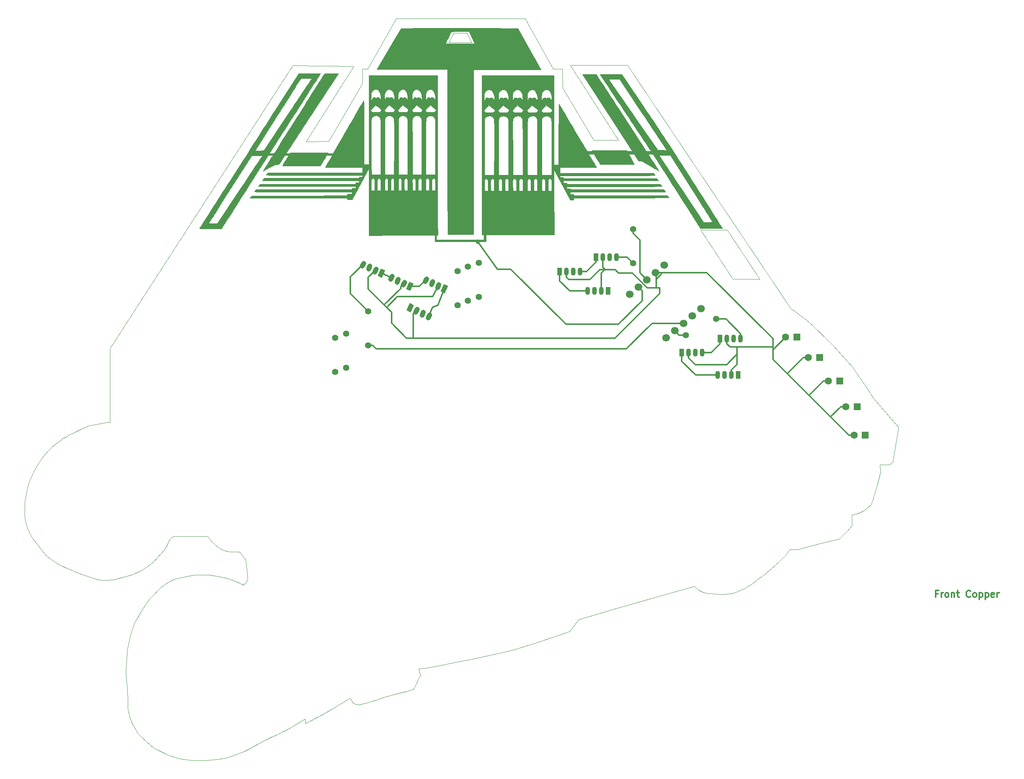
<source format=gbr>
G04 #@! TF.GenerationSoftware,KiCad,Pcbnew,(5.1.0)-1*
G04 #@! TF.CreationDate,2019-07-07T13:32:37-05:00*
G04 #@! TF.ProjectId,3000_Society_Badge_K5,33303030-5f53-46f6-9369-6574795f4261,2*
G04 #@! TF.SameCoordinates,Original*
G04 #@! TF.FileFunction,Copper,L1,Top*
G04 #@! TF.FilePolarity,Positive*
%FSLAX46Y46*%
G04 Gerber Fmt 4.6, Leading zero omitted, Abs format (unit mm)*
G04 Created by KiCad (PCBNEW (5.1.0)-1) date 2019-07-07 13:32:37*
%MOMM*%
%LPD*%
G04 APERTURE LIST*
G04 #@! TA.AperFunction,NonConductor*
%ADD10C,0.050000*%
G04 #@! TD*
G04 #@! TA.AperFunction,NonConductor*
%ADD11C,0.300000*%
G04 #@! TD*
G04 #@! TA.AperFunction,NonConductor*
%ADD12C,0.036000*%
G04 #@! TD*
G04 #@! TA.AperFunction,EtchedComponent*
%ADD13C,0.010000*%
G04 #@! TD*
G04 #@! TA.AperFunction,EtchedComponent*
%ADD14C,0.100000*%
G04 #@! TD*
G04 #@! TA.AperFunction,ComponentPad*
%ADD15C,1.400000*%
G04 #@! TD*
G04 #@! TA.AperFunction,ComponentPad*
%ADD16C,1.600000*%
G04 #@! TD*
G04 #@! TA.AperFunction,ComponentPad*
%ADD17R,1.600000X1.600000*%
G04 #@! TD*
G04 #@! TA.AperFunction,ComponentPad*
%ADD18O,1.070000X1.800000*%
G04 #@! TD*
G04 #@! TA.AperFunction,ComponentPad*
%ADD19R,1.070000X1.800000*%
G04 #@! TD*
G04 #@! TA.AperFunction,ComponentPad*
%ADD20C,1.070000*%
G04 #@! TD*
G04 #@! TA.AperFunction,Conductor*
%ADD21C,1.070000*%
G04 #@! TD*
G04 #@! TA.AperFunction,Conductor*
%ADD22C,0.100000*%
G04 #@! TD*
G04 #@! TA.AperFunction,ComponentPad*
%ADD23C,1.700000*%
G04 #@! TD*
G04 #@! TA.AperFunction,Conductor*
%ADD24C,1.000000*%
G04 #@! TD*
G04 #@! TA.AperFunction,Conductor*
%ADD25C,0.350000*%
G04 #@! TD*
G04 APERTURE END LIST*
D10*
X208220000Y-78910000D02*
X202213905Y-78911379D01*
X201006095Y-67888621D02*
X208220000Y-78910000D01*
X195010000Y-67890000D02*
X201006095Y-67888621D01*
X202213905Y-78911379D02*
X195010000Y-67890000D01*
X138800000Y-26000000D02*
X139900000Y-23900000D01*
X143900000Y-26000000D02*
X138800000Y-26000000D01*
X142800000Y-23900000D02*
X143900000Y-26000000D01*
X139900000Y-23900000D02*
X142800000Y-23900000D01*
D11*
X248008000Y-149244857D02*
X247508000Y-149244857D01*
X247508000Y-150030571D02*
X247508000Y-148530571D01*
X248222285Y-148530571D01*
X248793714Y-150030571D02*
X248793714Y-149030571D01*
X248793714Y-149316285D02*
X248865142Y-149173428D01*
X248936571Y-149102000D01*
X249079428Y-149030571D01*
X249222285Y-149030571D01*
X249936571Y-150030571D02*
X249793714Y-149959142D01*
X249722285Y-149887714D01*
X249650857Y-149744857D01*
X249650857Y-149316285D01*
X249722285Y-149173428D01*
X249793714Y-149102000D01*
X249936571Y-149030571D01*
X250150857Y-149030571D01*
X250293714Y-149102000D01*
X250365142Y-149173428D01*
X250436571Y-149316285D01*
X250436571Y-149744857D01*
X250365142Y-149887714D01*
X250293714Y-149959142D01*
X250150857Y-150030571D01*
X249936571Y-150030571D01*
X251079428Y-149030571D02*
X251079428Y-150030571D01*
X251079428Y-149173428D02*
X251150857Y-149102000D01*
X251293714Y-149030571D01*
X251508000Y-149030571D01*
X251650857Y-149102000D01*
X251722285Y-149244857D01*
X251722285Y-150030571D01*
X252222285Y-149030571D02*
X252793714Y-149030571D01*
X252436571Y-148530571D02*
X252436571Y-149816285D01*
X252508000Y-149959142D01*
X252650857Y-150030571D01*
X252793714Y-150030571D01*
X255293714Y-149887714D02*
X255222285Y-149959142D01*
X255008000Y-150030571D01*
X254865142Y-150030571D01*
X254650857Y-149959142D01*
X254508000Y-149816285D01*
X254436571Y-149673428D01*
X254365142Y-149387714D01*
X254365142Y-149173428D01*
X254436571Y-148887714D01*
X254508000Y-148744857D01*
X254650857Y-148602000D01*
X254865142Y-148530571D01*
X255008000Y-148530571D01*
X255222285Y-148602000D01*
X255293714Y-148673428D01*
X256150857Y-150030571D02*
X256008000Y-149959142D01*
X255936571Y-149887714D01*
X255865142Y-149744857D01*
X255865142Y-149316285D01*
X255936571Y-149173428D01*
X256008000Y-149102000D01*
X256150857Y-149030571D01*
X256365142Y-149030571D01*
X256508000Y-149102000D01*
X256579428Y-149173428D01*
X256650857Y-149316285D01*
X256650857Y-149744857D01*
X256579428Y-149887714D01*
X256508000Y-149959142D01*
X256365142Y-150030571D01*
X256150857Y-150030571D01*
X257293714Y-149030571D02*
X257293714Y-150530571D01*
X257293714Y-149102000D02*
X257436571Y-149030571D01*
X257722285Y-149030571D01*
X257865142Y-149102000D01*
X257936571Y-149173428D01*
X258008000Y-149316285D01*
X258008000Y-149744857D01*
X257936571Y-149887714D01*
X257865142Y-149959142D01*
X257722285Y-150030571D01*
X257436571Y-150030571D01*
X257293714Y-149959142D01*
X258650857Y-149030571D02*
X258650857Y-150530571D01*
X258650857Y-149102000D02*
X258793714Y-149030571D01*
X259079428Y-149030571D01*
X259222285Y-149102000D01*
X259293714Y-149173428D01*
X259365142Y-149316285D01*
X259365142Y-149744857D01*
X259293714Y-149887714D01*
X259222285Y-149959142D01*
X259079428Y-150030571D01*
X258793714Y-150030571D01*
X258650857Y-149959142D01*
X260579428Y-149959142D02*
X260436571Y-150030571D01*
X260150857Y-150030571D01*
X260008000Y-149959142D01*
X259936571Y-149816285D01*
X259936571Y-149244857D01*
X260008000Y-149102000D01*
X260150857Y-149030571D01*
X260436571Y-149030571D01*
X260579428Y-149102000D01*
X260650857Y-149244857D01*
X260650857Y-149387714D01*
X259936571Y-149530571D01*
X261293714Y-150030571D02*
X261293714Y-149030571D01*
X261293714Y-149316285D02*
X261365142Y-149173428D01*
X261436571Y-149102000D01*
X261579428Y-149030571D01*
X261722285Y-149030571D01*
D12*
X72909999Y-183773750D02*
X73142500Y-183905001D01*
X78576248Y-186098751D02*
X80222499Y-186398750D01*
X66921248Y-169810625D02*
X67022500Y-171211251D01*
X69129999Y-180117500D02*
X69253749Y-180338751D01*
X93640000Y-184235000D02*
X94419999Y-183822500D01*
X66938125Y-162380000D02*
X66825625Y-164196875D01*
X71260000Y-182307501D02*
X72909999Y-183773750D01*
X92492500Y-184741250D02*
X93126249Y-184490001D01*
X68286249Y-178643750D02*
X68679999Y-179322500D01*
X90234999Y-185592501D02*
X91735000Y-185041251D01*
X67146248Y-172628751D02*
X67135000Y-172906250D01*
X68265625Y-156715625D02*
X67928125Y-157756251D01*
X69795625Y-153695000D02*
X69503125Y-154229375D01*
X67135000Y-172906250D02*
X67078748Y-174650000D01*
X91735000Y-185041251D02*
X92492500Y-184741250D01*
X88802500Y-186005000D02*
X90234999Y-185592501D01*
X70183748Y-181295001D02*
X71260000Y-182307501D01*
X67078748Y-174650000D02*
X67127499Y-174905001D01*
X80222499Y-186398750D02*
X81778750Y-186511250D01*
X73967499Y-184280000D02*
X75535000Y-185037500D01*
X67022500Y-171211251D02*
X67146248Y-172628751D01*
X69503125Y-154229375D02*
X69193748Y-154780625D01*
X66696248Y-167290625D02*
X66797500Y-168297500D01*
X69193748Y-154780625D02*
X68839375Y-155410625D01*
X67558750Y-176817501D02*
X68027499Y-178137500D01*
X68027499Y-178137500D02*
X68286249Y-178643750D01*
X68839375Y-155410625D02*
X68490625Y-156181252D01*
X67050625Y-161609375D02*
X66938125Y-162380000D01*
X67630000Y-158853125D02*
X67410625Y-159680000D01*
X84474999Y-186511250D02*
X87058748Y-186316250D01*
X99332500Y-181227501D02*
X99868750Y-180983750D01*
X68679999Y-179322500D02*
X69129999Y-180117500D01*
X81778750Y-186511250D02*
X84474999Y-186511250D01*
X75958749Y-185236250D02*
X78576248Y-186098751D01*
X66696248Y-166868751D02*
X66696248Y-167290625D01*
X66825625Y-164196875D02*
X66713125Y-166334375D01*
X68490625Y-156181252D02*
X68265625Y-156715625D01*
X73142500Y-183905001D02*
X73967499Y-184280000D01*
X100600000Y-180657500D02*
X101290000Y-180301250D01*
X67410625Y-159680000D02*
X67050625Y-161609375D01*
X95946248Y-182963750D02*
X96767500Y-182525000D01*
X100206250Y-180826250D02*
X100600000Y-180657500D01*
X99868750Y-180983750D02*
X100206250Y-180826250D01*
X98706249Y-181516250D02*
X99332500Y-181227501D01*
X66797500Y-168297500D02*
X66921248Y-169810625D01*
X98064999Y-181850000D02*
X98706249Y-181516250D01*
X97442500Y-182161251D02*
X98064999Y-181850000D01*
X96767500Y-182525000D02*
X97442500Y-182161251D01*
X87058748Y-186316250D02*
X88802500Y-186005000D01*
X95158748Y-183410001D02*
X95946248Y-182963750D01*
X67127499Y-174905001D02*
X67558750Y-176817501D01*
X67928125Y-157756251D02*
X67630000Y-158853125D01*
X94419999Y-183822500D02*
X95158748Y-183410001D01*
X93126249Y-184490001D02*
X93640000Y-184235000D01*
X75535000Y-185037500D02*
X75958749Y-185236250D01*
X66713125Y-166334375D02*
X66696248Y-166868751D01*
X69253749Y-180338751D02*
X70183748Y-181295001D01*
X75938125Y-146826875D02*
X75561248Y-147080000D01*
X80663125Y-145291252D02*
X79498748Y-145516252D01*
X82063748Y-145060625D02*
X81715000Y-145105625D01*
X87188125Y-138755000D02*
X87694375Y-139109375D01*
X84932500Y-145049375D02*
X84043748Y-145010000D01*
X76742500Y-136730000D02*
X76883125Y-136634375D01*
X87750625Y-145426252D02*
X86878748Y-145285625D01*
X86743748Y-138400625D02*
X87188125Y-138755000D01*
X89134375Y-139711252D02*
X89612500Y-139823752D01*
X92515000Y-147085625D02*
X91896248Y-146793125D01*
X85331875Y-136926875D02*
X85686248Y-137388125D01*
X88594375Y-145606252D02*
X87750625Y-145426252D01*
X93752500Y-144610625D02*
X93893125Y-146146252D01*
X90068125Y-146090000D02*
X89325625Y-145831252D01*
X77788748Y-136398125D02*
X80207500Y-136409375D01*
X91896248Y-146793125D02*
X91406875Y-146579375D01*
X87694375Y-139109375D02*
X88105000Y-139362500D01*
X76883125Y-136634375D02*
X77096875Y-136550000D01*
X93893125Y-146146252D02*
X92981875Y-147321875D01*
X91980625Y-139868752D02*
X93482500Y-141685625D01*
X89753125Y-139863125D02*
X91553125Y-139880000D01*
X85686248Y-137388125D02*
X86006875Y-137714375D01*
X77501875Y-136426252D02*
X77788748Y-136398125D01*
X84960625Y-136392500D02*
X85123748Y-136662500D01*
X76849375Y-146337500D02*
X75938125Y-146826875D01*
X90715000Y-146315000D02*
X90068125Y-146090000D01*
X77096875Y-136550000D02*
X77293748Y-136482500D01*
X71415625Y-151169375D02*
X70965625Y-151816252D01*
X76601875Y-136904375D02*
X76742500Y-136730000D01*
X91553125Y-139880000D02*
X91980625Y-139868752D01*
X74503748Y-147867500D02*
X74222500Y-148120625D01*
X75561248Y-147080000D02*
X75083125Y-147417500D01*
X77614375Y-145971875D02*
X77203748Y-146168752D01*
X79498748Y-145516252D02*
X78193748Y-145797500D01*
X88751875Y-139598752D02*
X89134375Y-139711252D01*
X86006875Y-137714375D02*
X86400625Y-138119375D01*
X81715000Y-145105625D02*
X80663125Y-145291252D01*
X85123748Y-136662500D02*
X85331875Y-136926875D01*
X93482500Y-141685625D02*
X93752500Y-144610625D01*
X70150000Y-153048125D02*
X69795625Y-153695000D01*
X80207500Y-136409375D02*
X84960625Y-136392500D01*
X89612500Y-139823752D02*
X89753125Y-139863125D01*
X70543748Y-152418125D02*
X70150000Y-153048125D01*
X70965625Y-151816252D02*
X70543748Y-152418125D01*
X71978125Y-150466252D02*
X71415625Y-151169375D01*
X72591248Y-149780000D02*
X71978125Y-150466252D01*
X86400625Y-138119375D02*
X86743748Y-138400625D01*
X73001875Y-149335625D02*
X72591248Y-149780000D01*
X86878748Y-145285625D02*
X85309375Y-145077500D01*
X73705000Y-148626875D02*
X73001875Y-149335625D01*
X74222500Y-148120625D02*
X73705000Y-148626875D01*
X85309375Y-145077500D02*
X84932500Y-145049375D01*
X88386248Y-139475000D02*
X88751875Y-139598752D01*
X89325625Y-145831252D02*
X88594375Y-145606252D01*
X76444375Y-137185625D02*
X76601875Y-136904375D01*
X88105000Y-139362500D02*
X88386248Y-139475000D01*
X75083125Y-147417500D02*
X74503748Y-147867500D01*
X92981875Y-147321875D02*
X92515000Y-147085625D01*
X84043748Y-145010000D02*
X82862500Y-145021252D01*
X78193748Y-145797500D02*
X77614375Y-145971875D01*
X77203748Y-146168752D02*
X76849375Y-146337500D01*
X82862500Y-145021252D02*
X82063748Y-145060625D01*
X91406875Y-146579375D02*
X90715000Y-146315000D01*
X77293748Y-136482500D02*
X77501875Y-136426252D01*
X44393125Y-133681252D02*
X44488750Y-133996252D01*
X44590000Y-126188752D02*
X44252500Y-127881875D01*
X71100625Y-143440625D02*
X71590000Y-143131252D01*
X75544375Y-138980000D02*
X75853748Y-138434375D01*
X73710625Y-141185000D02*
X74554375Y-140228752D01*
X44843125Y-134918752D02*
X45304375Y-135897500D01*
X76264375Y-137534375D02*
X76444375Y-137185625D01*
X49191249Y-140988125D02*
X49596249Y-141320000D01*
X49247500Y-117395000D02*
X48325000Y-118430000D01*
X76095625Y-137928125D02*
X76264375Y-137534375D01*
X63585625Y-146180000D02*
X64260625Y-146028125D01*
X55609375Y-144470000D02*
X56953749Y-144976252D01*
X44044375Y-131560625D02*
X44196250Y-132556252D01*
X72844375Y-142056875D02*
X73710625Y-141185000D01*
X71944375Y-142861252D02*
X72304375Y-142568752D01*
X54287500Y-143879375D02*
X55609375Y-144470000D01*
X44044375Y-129867500D02*
X44044375Y-131560625D01*
X71590000Y-143131252D02*
X71944375Y-142861252D01*
X70549375Y-143766875D02*
X71100625Y-143440625D01*
X69874375Y-144160625D02*
X70549375Y-143766875D01*
X69261248Y-144464375D02*
X69874375Y-144160625D01*
X68681875Y-144745625D02*
X69261248Y-144464375D01*
X44095000Y-128922500D02*
X44044375Y-129867500D01*
X44252500Y-127881875D02*
X44095000Y-128922500D01*
X52735000Y-114516875D02*
X50987500Y-115715000D01*
X44955625Y-124670000D02*
X44590000Y-126188752D01*
X56953749Y-144976252D02*
X58264375Y-145415000D01*
X47987500Y-118842500D02*
X47297500Y-119877500D01*
X61290625Y-146219375D02*
X62320000Y-146219375D01*
X59980000Y-145983125D02*
X60379375Y-146095625D01*
X45445000Y-136178752D02*
X45979375Y-136994375D01*
X67922500Y-145015625D02*
X68681875Y-144745625D01*
X48454375Y-140200625D02*
X49191249Y-140988125D01*
X64260625Y-146028125D02*
X65076249Y-145831252D01*
X62320000Y-146219375D02*
X63585625Y-146180000D01*
X45304375Y-135897500D02*
X45445000Y-136178752D01*
X47297500Y-119877500D02*
X46607499Y-121002500D01*
X51103749Y-142310000D02*
X51806875Y-142715000D01*
X58264375Y-145415000D02*
X59980000Y-145983125D01*
X67258748Y-145251875D02*
X67922500Y-145015625D01*
X65076249Y-145831252D02*
X66122500Y-145578125D01*
X60379375Y-146095625D02*
X61290625Y-146219375D01*
X47515000Y-139058752D02*
X48454375Y-140200625D01*
X46626249Y-137877500D02*
X47515000Y-139058752D01*
X45979375Y-136994375D02*
X46626249Y-137877500D01*
X45407500Y-123470000D02*
X44955625Y-124670000D01*
X44488750Y-133996252D02*
X44843125Y-134918752D01*
X50147500Y-116457500D02*
X49247500Y-117395000D01*
X46120000Y-121925000D02*
X45745000Y-122705000D01*
X48325000Y-118430000D02*
X47987500Y-118842500D01*
X52583125Y-143120000D02*
X53426875Y-143502500D01*
X74554375Y-140228752D02*
X75122500Y-139542500D01*
X72304375Y-142568752D02*
X72844375Y-142056875D01*
X75853748Y-138434375D02*
X76095625Y-137928125D01*
X44196250Y-132556252D02*
X44393125Y-133681252D01*
X66122500Y-145578125D02*
X67258748Y-145251875D01*
X75122500Y-139542500D02*
X75544375Y-138980000D01*
X50321875Y-141860000D02*
X51103749Y-142310000D01*
X51806875Y-142715000D02*
X52583125Y-143120000D01*
X45745000Y-122705000D02*
X45407500Y-123470000D01*
X49596249Y-141320000D02*
X50321875Y-141860000D01*
X46607499Y-121002500D02*
X46120000Y-121925000D01*
X50987500Y-115715000D02*
X50147500Y-116457500D01*
X53426875Y-143502500D02*
X54287500Y-143879375D01*
X53376249Y-114111875D02*
X52735000Y-114516875D01*
X53983749Y-113746253D02*
X53376249Y-114111875D01*
X55519375Y-113003753D02*
X54585625Y-113453753D01*
X56560000Y-112520000D02*
X55519375Y-113003753D01*
X58468749Y-111721253D02*
X57488125Y-112098125D01*
X117568747Y-31317500D02*
X103978748Y-31193755D01*
X103978748Y-31193755D02*
X63163749Y-94424375D01*
X63131323Y-110892324D02*
X62642500Y-110960000D01*
X59931250Y-111391250D02*
X59331249Y-111507500D01*
X61254999Y-111158750D02*
X60636249Y-111260000D01*
X106920625Y-48147500D02*
X117568747Y-31317500D01*
X127085406Y-20650532D02*
X120735569Y-31916605D01*
X62012500Y-111046250D02*
X61254999Y-111158750D01*
X62642500Y-110960000D02*
X62012500Y-111046250D01*
X63163749Y-94424375D02*
X63131323Y-110892324D01*
X111943747Y-48102500D02*
X106920625Y-48147500D01*
X119486875Y-31910938D02*
X119484999Y-35161251D01*
X120735569Y-31916605D02*
X119486875Y-31910938D01*
X57488125Y-112098125D02*
X56560000Y-112520000D01*
X54585625Y-113453753D02*
X53983749Y-113746253D01*
X59331249Y-111507500D02*
X58468749Y-111721253D01*
X60636249Y-111260000D02*
X59931250Y-111391250D01*
X119484999Y-35161251D02*
X111943747Y-48102500D01*
X227821562Y-135242188D02*
X228839687Y-134024375D01*
X234062500Y-126312500D02*
X234531250Y-124876250D01*
X201288437Y-149282188D02*
X201991562Y-149183752D01*
X210850000Y-143592500D02*
X212552500Y-142115000D01*
X230155000Y-131333750D02*
X231332499Y-130763750D01*
X228955794Y-131598677D02*
X229054264Y-131585971D01*
X214990000Y-139317500D02*
X215125441Y-139347148D01*
X235931323Y-120413265D02*
X237244264Y-120423853D01*
X228921911Y-131593383D02*
X228955794Y-131598677D01*
X214074999Y-140585000D02*
X214465000Y-140082500D01*
X234531250Y-124876250D02*
X234786249Y-123833750D01*
X231332499Y-130763750D02*
X232262500Y-130043750D01*
X234786249Y-123833750D02*
X235138750Y-122183750D01*
X233500000Y-128292500D02*
X234062500Y-126312500D01*
X229686382Y-131434559D02*
X230155000Y-131333750D01*
X205636562Y-147620000D02*
X206210312Y-147262813D01*
X229054264Y-131585971D02*
X229686382Y-131434559D01*
X206210312Y-147262813D02*
X206702500Y-146888752D01*
X204885625Y-148053125D02*
X205636562Y-147620000D01*
X215125441Y-139347148D02*
X215432500Y-139367265D01*
X217344735Y-139181971D02*
X218477676Y-138889736D01*
X237972735Y-119807618D02*
X239260000Y-112013753D01*
X235138750Y-122183750D02*
X235138750Y-121475000D01*
X232262500Y-130043750D02*
X233106250Y-129282500D01*
X235281205Y-120419618D02*
X235931323Y-120413265D01*
X235088500Y-120409030D02*
X235281205Y-120419618D01*
X235138750Y-121475000D02*
X235116029Y-120942677D01*
X223093750Y-137680625D02*
X226046875Y-137000000D01*
X201991562Y-149183752D02*
X202343125Y-149107813D01*
X200115625Y-149324375D02*
X201288437Y-149282188D01*
X233106250Y-129282500D02*
X233500000Y-128292500D01*
X228820000Y-131566252D02*
X228921911Y-131593383D01*
X228839687Y-134024375D02*
X228820000Y-131566252D01*
X216260499Y-139372559D02*
X216592970Y-139340795D01*
X202855000Y-148939063D02*
X203718437Y-148593125D01*
X215432500Y-139367265D02*
X215707794Y-139377853D01*
X197078125Y-149178125D02*
X198132812Y-149285000D01*
X226789375Y-136274375D02*
X227821562Y-135242188D01*
X226046875Y-137000000D02*
X226789375Y-136274375D01*
X208685312Y-145381252D02*
X209171875Y-145007188D01*
X209171875Y-145007188D02*
X210850000Y-143592500D01*
X199342187Y-149341252D02*
X200115625Y-149324375D01*
X215707794Y-139377853D02*
X216260499Y-139372559D01*
X198132812Y-149285000D02*
X199342187Y-149341252D01*
X204407500Y-148292188D02*
X204885625Y-148053125D01*
X217080029Y-139249736D02*
X217344735Y-139181971D01*
X216592970Y-139340795D02*
X217080029Y-139249736D01*
X203718437Y-148593125D02*
X204407500Y-148292188D01*
X214465000Y-140082500D02*
X214990000Y-139317500D01*
X202343125Y-149107813D02*
X202855000Y-148939063D01*
X207138437Y-146559688D02*
X208111562Y-145822813D01*
X206702500Y-146888752D02*
X207138437Y-146559688D01*
X218477676Y-138889736D02*
X223093750Y-137680625D01*
X237244264Y-120423853D02*
X237972735Y-119807618D01*
X235116029Y-120942677D02*
X235088500Y-120409030D01*
X208111562Y-145822813D02*
X208685312Y-145381252D01*
X212552500Y-142115000D02*
X214074999Y-140585000D01*
X102246248Y-179855001D02*
X102519999Y-179720001D01*
X103930000Y-178928750D02*
X104353749Y-178666250D01*
X196335625Y-149071252D02*
X197078125Y-149178125D01*
X110031247Y-176558751D02*
X110417499Y-176333751D01*
X195716875Y-148953125D02*
X196335625Y-149071252D01*
X124360937Y-172372813D02*
X126481562Y-171818751D01*
X110417499Y-176333751D02*
X110950000Y-176026251D01*
X134561875Y-165738125D02*
X136915937Y-165271251D01*
X112401250Y-175212500D02*
X112712499Y-175032500D01*
X194395000Y-148269688D02*
X194695937Y-148503125D01*
X165872499Y-157640000D02*
X167739999Y-155060001D01*
X117585625Y-173824063D02*
X118721875Y-174049063D01*
X108962500Y-177121251D02*
X109581247Y-176791251D01*
X195365312Y-148818125D02*
X195716875Y-148953125D01*
X194695937Y-148503125D02*
X195365312Y-148818125D01*
X162895000Y-158667500D02*
X165872499Y-157640000D01*
X117234062Y-173388125D02*
X117585625Y-173824063D01*
X194133437Y-148044688D02*
X194395000Y-148269688D01*
X110950000Y-176026251D02*
X111362499Y-175790000D01*
X109581247Y-176791251D02*
X110031247Y-176558751D01*
X106768747Y-177203750D02*
X106761249Y-178208750D01*
X167739999Y-155060001D02*
X176293746Y-152525000D01*
X117163747Y-173270000D02*
X117234062Y-173388125D01*
X116743750Y-172595000D02*
X117163747Y-173270000D01*
X111362499Y-175790000D02*
X111744999Y-175576251D01*
X115558749Y-173341251D02*
X116226250Y-172925001D01*
X112975000Y-174882501D02*
X113226247Y-174721251D01*
X101747500Y-180087500D02*
X102246248Y-179855001D01*
X193894375Y-147794375D02*
X194133437Y-148044688D01*
X188511245Y-148981252D02*
X193697500Y-147541252D01*
X129533125Y-170994688D02*
X130987187Y-170586875D01*
X193697500Y-147541252D02*
X193894375Y-147794375D01*
X133746247Y-165850625D02*
X134561875Y-165738125D01*
X176293746Y-152525000D02*
X188511245Y-148981252D01*
X143719375Y-163943751D02*
X150328746Y-162470000D01*
X126481562Y-171818751D02*
X129533125Y-170994688D01*
X113226247Y-174721251D02*
X113552500Y-174533751D01*
X132078437Y-166075625D02*
X133746247Y-165850625D01*
X132500312Y-167434063D02*
X132078437Y-166075625D01*
X102808748Y-179555000D02*
X103480000Y-179165000D01*
X130987187Y-170586875D02*
X132500312Y-167434063D01*
X101290000Y-180301250D02*
X101747500Y-180087500D01*
X123154375Y-172775000D02*
X124360937Y-172372813D01*
X108137500Y-177533751D02*
X108962500Y-177121251D01*
X102519999Y-179720001D02*
X102808748Y-179555000D01*
X114958747Y-173697500D02*
X115558749Y-173341251D01*
X112063750Y-175407500D02*
X112401250Y-175212500D01*
X104353749Y-178666250D02*
X104935000Y-178310000D01*
X114047500Y-174241251D02*
X114546249Y-173941250D01*
X112712499Y-175032500D02*
X112975000Y-174882501D01*
X153492812Y-161702188D02*
X158170000Y-160242500D01*
X103480000Y-179165000D02*
X103930000Y-178928750D01*
X158170000Y-160242500D02*
X162895000Y-158667500D01*
X150328746Y-162470000D02*
X153492812Y-161702188D01*
X118721875Y-174049063D02*
X121081562Y-173452813D01*
X106761249Y-178208750D02*
X108137500Y-177533751D01*
X140161562Y-164641251D02*
X143719375Y-163943751D01*
X136915937Y-165271251D02*
X140161562Y-164641251D01*
X121081562Y-173452813D02*
X123154375Y-172775000D01*
X114546249Y-173941250D02*
X114958747Y-173697500D01*
X116226250Y-172925001D02*
X116743750Y-172595000D01*
X113552500Y-174533751D02*
X114047500Y-174241251D01*
X111744999Y-175576251D02*
X112063750Y-175407500D01*
X104935000Y-178310000D02*
X106768747Y-177203750D01*
X230027499Y-100152501D02*
X228827500Y-98427500D01*
X155807500Y-20650532D02*
X127085406Y-20650532D01*
X162104687Y-31919375D02*
X155807500Y-20650532D01*
X217637500Y-87267500D02*
X216287500Y-86262500D01*
X225707499Y-94947500D02*
X224657500Y-93777500D01*
X164209291Y-36187644D02*
X164174687Y-31919375D01*
X224657500Y-93777500D02*
X223457499Y-92622500D01*
X220142500Y-89367500D02*
X218612500Y-88017500D01*
X171175000Y-47877500D02*
X164209291Y-36187644D01*
X215162500Y-85512500D02*
X178690000Y-31070000D01*
X227882500Y-97347500D02*
X225707499Y-94947500D01*
X239260000Y-112013753D02*
X233747500Y-105668753D01*
X228827500Y-98427500D02*
X227882500Y-97347500D01*
X216287500Y-86262500D02*
X215162500Y-85512500D01*
X165910000Y-31115000D02*
X176687500Y-47877500D01*
X223457499Y-92622500D02*
X220142500Y-89367500D01*
X218612500Y-88017500D02*
X217637500Y-87267500D01*
X232232499Y-103302501D02*
X230027499Y-100152501D01*
X164174687Y-31919375D02*
X162104687Y-31919375D01*
X233747500Y-105668753D02*
X232232499Y-103302501D01*
X176687500Y-47877500D02*
X171175000Y-47877500D01*
X178690000Y-31070000D02*
X165910000Y-31115000D01*
D13*
G04 #@! TO.C,TP1*
G36*
X119784445Y-38975365D02*
G01*
X119792061Y-38991972D01*
X119798916Y-39026381D01*
X119805050Y-39082275D01*
X119810504Y-39163333D01*
X119815318Y-39273236D01*
X119819533Y-39415666D01*
X119823189Y-39594304D01*
X119826328Y-39812829D01*
X119828990Y-40074924D01*
X119831216Y-40384269D01*
X119833045Y-40744544D01*
X119834520Y-41159432D01*
X119835680Y-41632612D01*
X119836566Y-42167766D01*
X119837219Y-42768574D01*
X119837679Y-43438718D01*
X119837988Y-44181878D01*
X119838185Y-45001735D01*
X119838311Y-45901970D01*
X119838362Y-46398514D01*
X119839086Y-53930409D01*
X111197483Y-53930409D01*
X111248583Y-53833708D01*
X111277267Y-53782567D01*
X111346155Y-53661376D01*
X111452738Y-53474514D01*
X111594503Y-53226360D01*
X111768942Y-52921290D01*
X111973544Y-52563684D01*
X112205797Y-52157919D01*
X112463193Y-51708374D01*
X112743220Y-51219427D01*
X113043369Y-50695455D01*
X113361128Y-50140838D01*
X113693988Y-49559952D01*
X114039438Y-48957177D01*
X114394967Y-48336890D01*
X114758066Y-47703469D01*
X115126224Y-47061294D01*
X115496930Y-46414741D01*
X115867675Y-45768188D01*
X116235947Y-45126015D01*
X116599237Y-44492599D01*
X116955034Y-43872318D01*
X117300828Y-43269551D01*
X117634108Y-42688675D01*
X117952365Y-42134069D01*
X118253086Y-41610110D01*
X118533764Y-41121178D01*
X118791886Y-40671649D01*
X119024942Y-40265903D01*
X119230423Y-39908317D01*
X119405817Y-39603269D01*
X119548615Y-39355138D01*
X119656306Y-39168301D01*
X119726379Y-39047138D01*
X119756325Y-38996025D01*
X119756619Y-38995553D01*
X119766764Y-38980836D01*
X119776026Y-38972880D01*
X119784445Y-38975365D01*
X119784445Y-38975365D01*
G37*
X119784445Y-38975365D02*
X119792061Y-38991972D01*
X119798916Y-39026381D01*
X119805050Y-39082275D01*
X119810504Y-39163333D01*
X119815318Y-39273236D01*
X119819533Y-39415666D01*
X119823189Y-39594304D01*
X119826328Y-39812829D01*
X119828990Y-40074924D01*
X119831216Y-40384269D01*
X119833045Y-40744544D01*
X119834520Y-41159432D01*
X119835680Y-41632612D01*
X119836566Y-42167766D01*
X119837219Y-42768574D01*
X119837679Y-43438718D01*
X119837988Y-44181878D01*
X119838185Y-45001735D01*
X119838311Y-45901970D01*
X119838362Y-46398514D01*
X119839086Y-53930409D01*
X111197483Y-53930409D01*
X111248583Y-53833708D01*
X111277267Y-53782567D01*
X111346155Y-53661376D01*
X111452738Y-53474514D01*
X111594503Y-53226360D01*
X111768942Y-52921290D01*
X111973544Y-52563684D01*
X112205797Y-52157919D01*
X112463193Y-51708374D01*
X112743220Y-51219427D01*
X113043369Y-50695455D01*
X113361128Y-50140838D01*
X113693988Y-49559952D01*
X114039438Y-48957177D01*
X114394967Y-48336890D01*
X114758066Y-47703469D01*
X115126224Y-47061294D01*
X115496930Y-46414741D01*
X115867675Y-45768188D01*
X116235947Y-45126015D01*
X116599237Y-44492599D01*
X116955034Y-43872318D01*
X117300828Y-43269551D01*
X117634108Y-42688675D01*
X117952365Y-42134069D01*
X118253086Y-41610110D01*
X118533764Y-41121178D01*
X118791886Y-40671649D01*
X119024942Y-40265903D01*
X119230423Y-39908317D01*
X119405817Y-39603269D01*
X119548615Y-39355138D01*
X119656306Y-39168301D01*
X119726379Y-39047138D01*
X119756325Y-38996025D01*
X119756619Y-38995553D01*
X119766764Y-38980836D01*
X119776026Y-38972880D01*
X119784445Y-38975365D01*
G36*
X108213943Y-50621955D02*
G01*
X108780361Y-50622631D01*
X109316008Y-50623780D01*
X109815050Y-50625366D01*
X110271652Y-50627353D01*
X110679978Y-50629705D01*
X111034196Y-50632387D01*
X111328469Y-50635363D01*
X111556963Y-50638597D01*
X111713843Y-50642053D01*
X111793275Y-50645696D01*
X111802200Y-50647417D01*
X111781702Y-50689398D01*
X111723253Y-50797881D01*
X111631420Y-50964662D01*
X111510770Y-51181540D01*
X111365871Y-51440312D01*
X111201290Y-51732776D01*
X111021593Y-52050729D01*
X110976589Y-52130158D01*
X110150978Y-53586585D01*
X105883695Y-53586585D01*
X105286052Y-53586313D01*
X104713284Y-53585522D01*
X104171166Y-53584249D01*
X103665473Y-53582531D01*
X103201979Y-53580407D01*
X102786458Y-53577912D01*
X102424686Y-53575086D01*
X102122436Y-53571965D01*
X101885484Y-53568586D01*
X101719603Y-53564988D01*
X101630567Y-53561206D01*
X101616413Y-53558953D01*
X101638527Y-53517698D01*
X101701627Y-53411627D01*
X101800851Y-53248630D01*
X101931336Y-53036598D01*
X102088220Y-52783423D01*
X102266640Y-52496994D01*
X102461734Y-52185204D01*
X102529696Y-52076897D01*
X103442978Y-50622472D01*
X107622589Y-50621787D01*
X108213943Y-50621955D01*
X108213943Y-50621955D01*
G37*
X108213943Y-50621955D02*
X108780361Y-50622631D01*
X109316008Y-50623780D01*
X109815050Y-50625366D01*
X110271652Y-50627353D01*
X110679978Y-50629705D01*
X111034196Y-50632387D01*
X111328469Y-50635363D01*
X111556963Y-50638597D01*
X111713843Y-50642053D01*
X111793275Y-50645696D01*
X111802200Y-50647417D01*
X111781702Y-50689398D01*
X111723253Y-50797881D01*
X111631420Y-50964662D01*
X111510770Y-51181540D01*
X111365871Y-51440312D01*
X111201290Y-51732776D01*
X111021593Y-52050729D01*
X110976589Y-52130158D01*
X110150978Y-53586585D01*
X105883695Y-53586585D01*
X105286052Y-53586313D01*
X104713284Y-53585522D01*
X104171166Y-53584249D01*
X103665473Y-53582531D01*
X103201979Y-53580407D01*
X102786458Y-53577912D01*
X102424686Y-53575086D01*
X102122436Y-53571965D01*
X101885484Y-53568586D01*
X101719603Y-53564988D01*
X101630567Y-53561206D01*
X101616413Y-53558953D01*
X101638527Y-53517698D01*
X101701627Y-53411627D01*
X101800851Y-53248630D01*
X101931336Y-53036598D01*
X102088220Y-52783423D01*
X102266640Y-52496994D01*
X102461734Y-52185204D01*
X102529696Y-52076897D01*
X103442978Y-50622472D01*
X107622589Y-50621787D01*
X108213943Y-50621955D01*
G36*
X112346758Y-32922564D02*
G01*
X112624547Y-32924358D01*
X114151857Y-32935654D01*
X107517115Y-43099952D01*
X100882374Y-53264250D01*
X99961760Y-53307228D01*
X98639961Y-54048598D01*
X98332649Y-54220649D01*
X98049490Y-54378571D01*
X97799099Y-54517608D01*
X97590094Y-54632999D01*
X97431090Y-54719987D01*
X97330704Y-54773812D01*
X97297638Y-54789969D01*
X97311478Y-54756119D01*
X97363963Y-54663577D01*
X97447099Y-54525853D01*
X97552893Y-54356459D01*
X97570984Y-54327955D01*
X97618342Y-54253150D01*
X97709591Y-54108662D01*
X97842808Y-53897539D01*
X98016074Y-53622830D01*
X98227466Y-53287584D01*
X98475063Y-52894848D01*
X98756946Y-52447671D01*
X99071192Y-51949101D01*
X99415881Y-51402187D01*
X99789092Y-50809977D01*
X100188904Y-50175519D01*
X100613395Y-49501862D01*
X101060645Y-48792054D01*
X101528732Y-48049142D01*
X102015736Y-47276177D01*
X102519736Y-46476205D01*
X103038810Y-45652275D01*
X103571038Y-44807436D01*
X104114498Y-43944735D01*
X104430070Y-43443776D01*
X104975923Y-42577336D01*
X105510109Y-41729596D01*
X106030799Y-40903453D01*
X106536162Y-40101803D01*
X107024371Y-39327544D01*
X107493595Y-38583571D01*
X107942006Y-37872781D01*
X108367774Y-37198071D01*
X108769070Y-36562336D01*
X109144065Y-35968475D01*
X109490930Y-35419382D01*
X109807835Y-34917954D01*
X110092951Y-34467089D01*
X110344450Y-34069681D01*
X110560501Y-33728629D01*
X110739276Y-33446828D01*
X110878945Y-33227175D01*
X110977679Y-33072567D01*
X111033649Y-32985899D01*
X111046262Y-32967336D01*
X111079105Y-32952408D01*
X111151195Y-32940643D01*
X111269573Y-32931851D01*
X111441278Y-32925838D01*
X111673350Y-32922414D01*
X111972830Y-32921386D01*
X112346758Y-32922564D01*
X112346758Y-32922564D01*
G37*
X112346758Y-32922564D02*
X112624547Y-32924358D01*
X114151857Y-32935654D01*
X107517115Y-43099952D01*
X100882374Y-53264250D01*
X99961760Y-53307228D01*
X98639961Y-54048598D01*
X98332649Y-54220649D01*
X98049490Y-54378571D01*
X97799099Y-54517608D01*
X97590094Y-54632999D01*
X97431090Y-54719987D01*
X97330704Y-54773812D01*
X97297638Y-54789969D01*
X97311478Y-54756119D01*
X97363963Y-54663577D01*
X97447099Y-54525853D01*
X97552893Y-54356459D01*
X97570984Y-54327955D01*
X97618342Y-54253150D01*
X97709591Y-54108662D01*
X97842808Y-53897539D01*
X98016074Y-53622830D01*
X98227466Y-53287584D01*
X98475063Y-52894848D01*
X98756946Y-52447671D01*
X99071192Y-51949101D01*
X99415881Y-51402187D01*
X99789092Y-50809977D01*
X100188904Y-50175519D01*
X100613395Y-49501862D01*
X101060645Y-48792054D01*
X101528732Y-48049142D01*
X102015736Y-47276177D01*
X102519736Y-46476205D01*
X103038810Y-45652275D01*
X103571038Y-44807436D01*
X104114498Y-43944735D01*
X104430070Y-43443776D01*
X104975923Y-42577336D01*
X105510109Y-41729596D01*
X106030799Y-40903453D01*
X106536162Y-40101803D01*
X107024371Y-39327544D01*
X107493595Y-38583571D01*
X107942006Y-37872781D01*
X108367774Y-37198071D01*
X108769070Y-36562336D01*
X109144065Y-35968475D01*
X109490930Y-35419382D01*
X109807835Y-34917954D01*
X110092951Y-34467089D01*
X110344450Y-34069681D01*
X110560501Y-33728629D01*
X110739276Y-33446828D01*
X110878945Y-33227175D01*
X110977679Y-33072567D01*
X111033649Y-32985899D01*
X111046262Y-32967336D01*
X111079105Y-32952408D01*
X111151195Y-32940643D01*
X111269573Y-32931851D01*
X111441278Y-32925838D01*
X111673350Y-32922414D01*
X111972830Y-32921386D01*
X112346758Y-32922564D01*
G36*
X171212873Y-33095328D02*
G01*
X171419677Y-33099746D01*
X171568840Y-33106852D01*
X171667434Y-33116842D01*
X171722533Y-33129910D01*
X171737594Y-33139240D01*
X171764771Y-33179323D01*
X171836856Y-33288711D01*
X171952011Y-33464578D01*
X172108400Y-33704095D01*
X172304184Y-34004434D01*
X172537526Y-34362767D01*
X172806589Y-34776267D01*
X173109537Y-35242104D01*
X173444530Y-35757452D01*
X173809733Y-36319482D01*
X174203307Y-36925365D01*
X174623416Y-37572275D01*
X175068222Y-38257384D01*
X175535888Y-38977862D01*
X176024576Y-39730882D01*
X176532449Y-40513617D01*
X177057671Y-41323237D01*
X177598402Y-42156916D01*
X178152807Y-43011824D01*
X178697609Y-43852067D01*
X179263694Y-44725205D01*
X179817953Y-45580097D01*
X180358541Y-46413899D01*
X180883617Y-47223769D01*
X181391338Y-48006866D01*
X181879860Y-48760346D01*
X182347340Y-49481368D01*
X182791936Y-50167088D01*
X183211804Y-50814664D01*
X183605102Y-51421255D01*
X183969986Y-51984017D01*
X184304614Y-52500108D01*
X184607143Y-52966686D01*
X184875730Y-53380909D01*
X185108531Y-53739933D01*
X185303705Y-54040917D01*
X185459407Y-54281018D01*
X185573795Y-54457393D01*
X185645026Y-54567201D01*
X185671070Y-54607313D01*
X185705158Y-54676844D01*
X185697075Y-54703213D01*
X185653512Y-54682479D01*
X185542396Y-54623256D01*
X185370901Y-54529528D01*
X185146202Y-54405283D01*
X184875471Y-54254507D01*
X184565885Y-54081187D01*
X184224616Y-53889309D01*
X183858838Y-53682860D01*
X183747377Y-53619800D01*
X181834856Y-52537188D01*
X181164820Y-52490646D01*
X174914356Y-42799106D01*
X168663893Y-33107566D01*
X170175876Y-33096262D01*
X170598045Y-33093781D01*
X170941353Y-33093405D01*
X171212873Y-33095328D01*
X171212873Y-33095328D01*
G37*
X171212873Y-33095328D02*
X171419677Y-33099746D01*
X171568840Y-33106852D01*
X171667434Y-33116842D01*
X171722533Y-33129910D01*
X171737594Y-33139240D01*
X171764771Y-33179323D01*
X171836856Y-33288711D01*
X171952011Y-33464578D01*
X172108400Y-33704095D01*
X172304184Y-34004434D01*
X172537526Y-34362767D01*
X172806589Y-34776267D01*
X173109537Y-35242104D01*
X173444530Y-35757452D01*
X173809733Y-36319482D01*
X174203307Y-36925365D01*
X174623416Y-37572275D01*
X175068222Y-38257384D01*
X175535888Y-38977862D01*
X176024576Y-39730882D01*
X176532449Y-40513617D01*
X177057671Y-41323237D01*
X177598402Y-42156916D01*
X178152807Y-43011824D01*
X178697609Y-43852067D01*
X179263694Y-44725205D01*
X179817953Y-45580097D01*
X180358541Y-46413899D01*
X180883617Y-47223769D01*
X181391338Y-48006866D01*
X181879860Y-48760346D01*
X182347340Y-49481368D01*
X182791936Y-50167088D01*
X183211804Y-50814664D01*
X183605102Y-51421255D01*
X183969986Y-51984017D01*
X184304614Y-52500108D01*
X184607143Y-52966686D01*
X184875730Y-53380909D01*
X185108531Y-53739933D01*
X185303705Y-54040917D01*
X185459407Y-54281018D01*
X185573795Y-54457393D01*
X185645026Y-54567201D01*
X185671070Y-54607313D01*
X185705158Y-54676844D01*
X185697075Y-54703213D01*
X185653512Y-54682479D01*
X185542396Y-54623256D01*
X185370901Y-54529528D01*
X185146202Y-54405283D01*
X184875471Y-54254507D01*
X184565885Y-54081187D01*
X184224616Y-53889309D01*
X183858838Y-53682860D01*
X183747377Y-53619800D01*
X181834856Y-52537188D01*
X181164820Y-52490646D01*
X174914356Y-42799106D01*
X168663893Y-33107566D01*
X170175876Y-33096262D01*
X170598045Y-33093781D01*
X170941353Y-33093405D01*
X171212873Y-33095328D01*
G36*
X179397276Y-51666424D02*
G01*
X179575353Y-52003697D01*
X179740251Y-52317332D01*
X179887750Y-52599208D01*
X180013633Y-52841202D01*
X180113682Y-53035195D01*
X180183679Y-53173063D01*
X180219405Y-53246686D01*
X180223181Y-53256610D01*
X180181223Y-53260927D01*
X180059426Y-53265050D01*
X179863907Y-53268934D01*
X179600784Y-53272530D01*
X179276173Y-53275793D01*
X178896193Y-53278676D01*
X178466959Y-53281130D01*
X177994589Y-53283111D01*
X177485201Y-53284570D01*
X176944911Y-53285461D01*
X176420619Y-53285739D01*
X172618056Y-53285739D01*
X172557392Y-53189038D01*
X172512172Y-53114459D01*
X172432433Y-52980303D01*
X172323701Y-52796040D01*
X172191498Y-52571139D01*
X172041352Y-52315067D01*
X171878785Y-52037294D01*
X171709322Y-51747288D01*
X171538489Y-51454519D01*
X171371809Y-51168455D01*
X171214808Y-50898565D01*
X171073010Y-50654318D01*
X170951940Y-50445182D01*
X170857121Y-50280625D01*
X170794080Y-50170118D01*
X170768340Y-50123128D01*
X170768020Y-50122203D01*
X170809992Y-50119739D01*
X170931880Y-50117384D01*
X171127647Y-50115163D01*
X171391253Y-50113103D01*
X171716658Y-50111229D01*
X172097825Y-50109569D01*
X172528714Y-50108147D01*
X173003287Y-50106989D01*
X173515503Y-50106123D01*
X174059326Y-50105574D01*
X174628714Y-50105368D01*
X174669696Y-50105367D01*
X178571372Y-50105367D01*
X179397276Y-51666424D01*
X179397276Y-51666424D01*
G37*
X179397276Y-51666424D02*
X179575353Y-52003697D01*
X179740251Y-52317332D01*
X179887750Y-52599208D01*
X180013633Y-52841202D01*
X180113682Y-53035195D01*
X180183679Y-53173063D01*
X180219405Y-53246686D01*
X180223181Y-53256610D01*
X180181223Y-53260927D01*
X180059426Y-53265050D01*
X179863907Y-53268934D01*
X179600784Y-53272530D01*
X179276173Y-53275793D01*
X178896193Y-53278676D01*
X178466959Y-53281130D01*
X177994589Y-53283111D01*
X177485201Y-53284570D01*
X176944911Y-53285461D01*
X176420619Y-53285739D01*
X172618056Y-53285739D01*
X172557392Y-53189038D01*
X172512172Y-53114459D01*
X172432433Y-52980303D01*
X172323701Y-52796040D01*
X172191498Y-52571139D01*
X172041352Y-52315067D01*
X171878785Y-52037294D01*
X171709322Y-51747288D01*
X171538489Y-51454519D01*
X171371809Y-51168455D01*
X171214808Y-50898565D01*
X171073010Y-50654318D01*
X170951940Y-50445182D01*
X170857121Y-50280625D01*
X170794080Y-50170118D01*
X170768340Y-50123128D01*
X170768020Y-50122203D01*
X170809992Y-50119739D01*
X170931880Y-50117384D01*
X171127647Y-50115163D01*
X171391253Y-50113103D01*
X171716658Y-50111229D01*
X172097825Y-50109569D01*
X172528714Y-50108147D01*
X173003287Y-50106989D01*
X173515503Y-50106123D01*
X174059326Y-50105574D01*
X174628714Y-50105368D01*
X174669696Y-50105367D01*
X178571372Y-50105367D01*
X179397276Y-51666424D01*
G36*
X163394504Y-39725969D02*
G01*
X163461315Y-39836975D01*
X163567530Y-40014738D01*
X163710998Y-40255628D01*
X163889569Y-40556017D01*
X164101093Y-40912275D01*
X164343417Y-41320774D01*
X164614391Y-41777884D01*
X164911865Y-42279975D01*
X165233688Y-42823419D01*
X165577709Y-43404587D01*
X165941778Y-44019850D01*
X166323743Y-44665577D01*
X166721454Y-45338141D01*
X167132760Y-46033912D01*
X167545071Y-46731593D01*
X167968054Y-47447391D01*
X168379781Y-48144050D01*
X168778082Y-48817902D01*
X169160789Y-49465280D01*
X169525732Y-50082518D01*
X169870741Y-50665948D01*
X170193646Y-51211902D01*
X170492277Y-51716715D01*
X170764466Y-52176718D01*
X171008042Y-52588244D01*
X171220836Y-52947627D01*
X171400679Y-53251199D01*
X171545400Y-53495292D01*
X171652830Y-53676241D01*
X171720799Y-53790377D01*
X171746925Y-53833708D01*
X171809378Y-53930409D01*
X163332826Y-53930409D01*
X163332826Y-46787465D01*
X163333041Y-46011660D01*
X163333671Y-45259853D01*
X163334693Y-44536472D01*
X163336085Y-43845946D01*
X163337824Y-43192705D01*
X163339887Y-42581179D01*
X163342252Y-42015796D01*
X163344895Y-41500985D01*
X163347794Y-41041177D01*
X163350927Y-40640800D01*
X163354270Y-40304283D01*
X163357801Y-40036056D01*
X163361497Y-39840548D01*
X163365335Y-39722189D01*
X163369248Y-39685350D01*
X163394504Y-39725969D01*
X163394504Y-39725969D01*
G37*
X163394504Y-39725969D02*
X163461315Y-39836975D01*
X163567530Y-40014738D01*
X163710998Y-40255628D01*
X163889569Y-40556017D01*
X164101093Y-40912275D01*
X164343417Y-41320774D01*
X164614391Y-41777884D01*
X164911865Y-42279975D01*
X165233688Y-42823419D01*
X165577709Y-43404587D01*
X165941778Y-44019850D01*
X166323743Y-44665577D01*
X166721454Y-45338141D01*
X167132760Y-46033912D01*
X167545071Y-46731593D01*
X167968054Y-47447391D01*
X168379781Y-48144050D01*
X168778082Y-48817902D01*
X169160789Y-49465280D01*
X169525732Y-50082518D01*
X169870741Y-50665948D01*
X170193646Y-51211902D01*
X170492277Y-51716715D01*
X170764466Y-52176718D01*
X171008042Y-52588244D01*
X171220836Y-52947627D01*
X171400679Y-53251199D01*
X171545400Y-53495292D01*
X171652830Y-53676241D01*
X171720799Y-53790377D01*
X171746925Y-53833708D01*
X171809378Y-53930409D01*
X163332826Y-53930409D01*
X163332826Y-46787465D01*
X163333041Y-46011660D01*
X163333671Y-45259853D01*
X163334693Y-44536472D01*
X163336085Y-43845946D01*
X163337824Y-43192705D01*
X163339887Y-42581179D01*
X163342252Y-42015796D01*
X163344895Y-41500985D01*
X163347794Y-41041177D01*
X163350927Y-40640800D01*
X163354270Y-40304283D01*
X163357801Y-40036056D01*
X163361497Y-39840548D01*
X163365335Y-39722189D01*
X163369248Y-39685350D01*
X163394504Y-39725969D01*
G36*
X154253723Y-33386925D02*
G01*
X162279865Y-33386926D01*
X162290467Y-47945723D01*
X162291383Y-49097412D01*
X162292448Y-50245098D01*
X162293652Y-51384651D01*
X162294986Y-52511942D01*
X162296442Y-53622843D01*
X162298011Y-54713223D01*
X162299684Y-55778953D01*
X162301451Y-56815905D01*
X162303305Y-57819949D01*
X162305237Y-58786955D01*
X162307236Y-59712794D01*
X162309296Y-60593338D01*
X162311406Y-61424456D01*
X162313558Y-62202019D01*
X162315743Y-62921899D01*
X162317952Y-63579966D01*
X162320176Y-64172090D01*
X162322407Y-64694143D01*
X162324635Y-65141995D01*
X162326852Y-65511516D01*
X162328714Y-65760104D01*
X162356359Y-69015688D01*
X146227580Y-69015688D01*
X146226479Y-59124769D01*
X146743317Y-59124769D01*
X146840017Y-59143394D01*
X146932400Y-59153899D01*
X147077595Y-59162854D01*
X147226819Y-59167873D01*
X147516921Y-59173725D01*
X147515978Y-58589729D01*
X148160404Y-58589729D01*
X148164243Y-58800021D01*
X148175767Y-58952303D01*
X148198525Y-59055873D01*
X148236064Y-59120031D01*
X148291932Y-59154074D01*
X148369678Y-59167300D01*
X148472849Y-59169009D01*
X148604994Y-59168499D01*
X148623604Y-59168740D01*
X148935195Y-59173725D01*
X148935195Y-56803867D01*
X149923689Y-56803867D01*
X149923689Y-59124769D01*
X150020389Y-59144259D01*
X150113672Y-59153666D01*
X150258628Y-59158463D01*
X150396447Y-59157993D01*
X150675804Y-59152236D01*
X150681228Y-58589729D01*
X151340776Y-58589729D01*
X151344615Y-58800021D01*
X151356139Y-58952303D01*
X151378897Y-59055873D01*
X151416436Y-59120031D01*
X151472304Y-59154074D01*
X151550050Y-59167300D01*
X151653221Y-59169009D01*
X151785366Y-59168499D01*
X151803976Y-59168740D01*
X152115567Y-59173725D01*
X152115567Y-57227025D01*
X153059898Y-57227025D01*
X153062628Y-57438671D01*
X153070174Y-57710706D01*
X153081522Y-58053062D01*
X153089320Y-58283913D01*
X153098608Y-58581326D01*
X153107598Y-58803693D01*
X153121990Y-58961716D01*
X153147484Y-59066096D01*
X153189779Y-59127535D01*
X153254575Y-59156734D01*
X153347573Y-59164394D01*
X153474471Y-59161216D01*
X153555330Y-59158842D01*
X153856176Y-59152236D01*
X153856457Y-59123034D01*
X154466119Y-59123034D01*
X154569438Y-59142527D01*
X154663714Y-59153110D01*
X154812027Y-59162197D01*
X154982461Y-59167837D01*
X154984349Y-59167873D01*
X155295939Y-59173725D01*
X155295939Y-59124769D01*
X156370389Y-59124769D01*
X156467090Y-59143394D01*
X156559472Y-59153899D01*
X156704667Y-59162854D01*
X156853892Y-59167873D01*
X157143993Y-59173725D01*
X157143050Y-58589729D01*
X157787477Y-58589729D01*
X157791316Y-58800021D01*
X157802840Y-58952303D01*
X157825597Y-59055873D01*
X157863136Y-59120031D01*
X157919005Y-59154074D01*
X157996751Y-59167300D01*
X158099922Y-59169009D01*
X158232066Y-59168499D01*
X158250677Y-59168740D01*
X158562267Y-59173725D01*
X158562267Y-56803867D01*
X159550762Y-56803867D01*
X159550762Y-59124769D01*
X159647462Y-59144259D01*
X159740745Y-59153666D01*
X159885701Y-59158463D01*
X160023520Y-59157993D01*
X160302877Y-59152236D01*
X160308301Y-58589729D01*
X160967849Y-58589729D01*
X160971688Y-58800021D01*
X160983212Y-58952303D01*
X161005970Y-59055873D01*
X161043509Y-59120031D01*
X161099377Y-59154074D01*
X161177123Y-59167300D01*
X161280294Y-59169009D01*
X161412439Y-59168499D01*
X161431049Y-59168740D01*
X161742640Y-59173725D01*
X161742640Y-56741876D01*
X161374084Y-56380166D01*
X161171560Y-56585782D01*
X160969036Y-56791399D01*
X160969036Y-57957922D01*
X160968148Y-58312129D01*
X160967849Y-58589729D01*
X160308301Y-58589729D01*
X160325691Y-56786520D01*
X160118019Y-56581971D01*
X159910346Y-56377421D01*
X159550762Y-56803867D01*
X158562267Y-56803867D01*
X158562267Y-56741876D01*
X158377990Y-56561021D01*
X158193712Y-56380166D01*
X157991188Y-56585782D01*
X157788663Y-56791399D01*
X157788663Y-57957922D01*
X157787775Y-58312129D01*
X157787477Y-58589729D01*
X157143050Y-58589729D01*
X157142067Y-57981086D01*
X157140141Y-56788446D01*
X156768189Y-56373518D01*
X156570286Y-56580982D01*
X156372382Y-56788446D01*
X156371385Y-57956608D01*
X156370389Y-59124769D01*
X155295939Y-59124769D01*
X155295939Y-56775273D01*
X155105438Y-56566970D01*
X154914937Y-56358666D01*
X154526187Y-56788446D01*
X154524130Y-57218226D01*
X154521649Y-57414500D01*
X154516184Y-57669619D01*
X154508428Y-57956554D01*
X154499077Y-58248274D01*
X154494096Y-58385520D01*
X154466119Y-59123034D01*
X153856457Y-59123034D01*
X153878990Y-56786520D01*
X153669518Y-56580197D01*
X153460045Y-56373874D01*
X153260564Y-56601911D01*
X153201270Y-56668991D01*
X153153872Y-56726922D01*
X153117356Y-56785637D01*
X153090712Y-56855072D01*
X153072929Y-56945158D01*
X153062995Y-57065832D01*
X153059898Y-57227025D01*
X152115567Y-57227025D01*
X152115567Y-56741876D01*
X151931289Y-56561021D01*
X151747012Y-56380166D01*
X151544487Y-56585782D01*
X151341963Y-56791399D01*
X151341963Y-57957922D01*
X151341075Y-58312129D01*
X151340776Y-58589729D01*
X150681228Y-58589729D01*
X150698618Y-56786520D01*
X150490946Y-56581971D01*
X150283273Y-56377421D01*
X149923689Y-56803867D01*
X148935195Y-56803867D01*
X148935195Y-56741876D01*
X148566639Y-56380166D01*
X148364115Y-56585782D01*
X148161591Y-56791399D01*
X148161591Y-57957922D01*
X148160703Y-58312129D01*
X148160404Y-58589729D01*
X147515978Y-58589729D01*
X147514995Y-57981086D01*
X147513069Y-56788446D01*
X147141117Y-56373518D01*
X146745309Y-56788446D01*
X146744313Y-57956608D01*
X146743317Y-59124769D01*
X146226479Y-59124769D01*
X146226217Y-56777702D01*
X146226099Y-55727281D01*
X146225979Y-54683965D01*
X146225859Y-53652087D01*
X146225737Y-52635986D01*
X146225616Y-51639997D01*
X146225496Y-50668456D01*
X146225377Y-49725699D01*
X146225340Y-49430664D01*
X146743317Y-49430664D01*
X146743513Y-50151654D01*
X146744087Y-50849087D01*
X146745016Y-51518128D01*
X146746279Y-52153942D01*
X146747852Y-52751694D01*
X146749713Y-53306548D01*
X146751840Y-53813669D01*
X146754210Y-54268221D01*
X146756802Y-54665369D01*
X146759592Y-55000277D01*
X146762559Y-55268111D01*
X146765679Y-55464035D01*
X146768931Y-55583213D01*
X146771969Y-55620877D01*
X146821149Y-55628767D01*
X146944305Y-55635825D01*
X147129454Y-55641738D01*
X147364617Y-55646191D01*
X147637814Y-55648871D01*
X147865037Y-55649529D01*
X148929454Y-55649529D01*
X149923689Y-55649529D01*
X152109826Y-55649529D01*
X152123441Y-49492930D01*
X152125463Y-48630318D01*
X152127406Y-47849411D01*
X152129087Y-47145959D01*
X152130324Y-46515712D01*
X152130934Y-45954420D01*
X152130734Y-45457831D01*
X152129542Y-45021697D01*
X152127175Y-44641766D01*
X152124624Y-44417127D01*
X153065809Y-44417127D01*
X153067563Y-44810991D01*
X153071328Y-45276058D01*
X153076456Y-45819319D01*
X153077073Y-45883927D01*
X153080976Y-46340079D01*
X153084723Y-46868747D01*
X153088259Y-47456491D01*
X153091529Y-48089871D01*
X153094476Y-48755447D01*
X153097045Y-49439779D01*
X153099181Y-50129426D01*
X153100828Y-50810950D01*
X153101930Y-51470909D01*
X153102398Y-52007143D01*
X153104061Y-55649529D01*
X155295939Y-55649529D01*
X155295939Y-49458984D01*
X155295939Y-49430664D01*
X156370389Y-49430664D01*
X156370586Y-50151654D01*
X156371160Y-50849087D01*
X156372089Y-51518128D01*
X156373351Y-52153942D01*
X156374924Y-52751694D01*
X156376786Y-53306548D01*
X156378913Y-53813669D01*
X156381283Y-54268221D01*
X156383875Y-54665369D01*
X156386665Y-55000277D01*
X156389632Y-55268111D01*
X156392752Y-55464035D01*
X156396004Y-55583213D01*
X156399041Y-55620877D01*
X156448222Y-55628767D01*
X156571377Y-55635825D01*
X156756527Y-55641738D01*
X156991690Y-55646191D01*
X157264886Y-55648871D01*
X157492110Y-55649529D01*
X158556526Y-55649529D01*
X159550762Y-55649529D01*
X161736899Y-55649529D01*
X161750514Y-49492930D01*
X161752536Y-48630318D01*
X161754479Y-47849411D01*
X161756160Y-47145959D01*
X161757397Y-46515712D01*
X161758007Y-45954420D01*
X161757807Y-45457831D01*
X161756614Y-45021697D01*
X161754247Y-44641766D01*
X161750523Y-44313788D01*
X161745259Y-44033513D01*
X161738272Y-43796690D01*
X161729379Y-43599069D01*
X161718399Y-43436399D01*
X161705149Y-43304431D01*
X161689446Y-43198914D01*
X161671107Y-43115597D01*
X161649950Y-43050230D01*
X161625792Y-42998564D01*
X161598451Y-42956346D01*
X161567744Y-42919328D01*
X161533489Y-42883258D01*
X161495503Y-42843887D01*
X161463354Y-42808368D01*
X161235584Y-42606036D01*
X160973289Y-42481091D01*
X160681855Y-42434791D01*
X160366667Y-42468393D01*
X160205140Y-42514424D01*
X159994078Y-42625776D01*
X159802569Y-42798158D01*
X159655358Y-43006799D01*
X159607754Y-43112400D01*
X159600314Y-43155458D01*
X159593534Y-43244081D01*
X159587387Y-43381254D01*
X159581848Y-43569961D01*
X159576892Y-43813183D01*
X159572494Y-44113904D01*
X159568628Y-44475109D01*
X159565269Y-44899779D01*
X159562392Y-45390898D01*
X159559972Y-45951450D01*
X159557983Y-46584417D01*
X159556399Y-47292784D01*
X159555197Y-48079532D01*
X159554349Y-48947646D01*
X159554031Y-49449952D01*
X159550762Y-55649529D01*
X158556526Y-55649529D01*
X158571280Y-49492930D01*
X158573463Y-48629262D01*
X158575547Y-47847309D01*
X158577351Y-47142834D01*
X158578692Y-46511595D01*
X158579388Y-45949354D01*
X158579256Y-45451871D01*
X158578113Y-45014905D01*
X158575779Y-44634218D01*
X158572069Y-44305569D01*
X158566802Y-44024719D01*
X158559795Y-43787429D01*
X158550866Y-43589458D01*
X158539833Y-43426567D01*
X158526513Y-43294517D01*
X158510724Y-43189067D01*
X158492284Y-43105978D01*
X158471009Y-43041010D01*
X158446718Y-42989925D01*
X158419228Y-42948481D01*
X158388357Y-42912439D01*
X158353923Y-42877560D01*
X158315743Y-42839604D01*
X158283600Y-42805528D01*
X158103502Y-42627284D01*
X157934661Y-42514468D01*
X157751452Y-42454866D01*
X157528251Y-42436264D01*
X157508737Y-42436181D01*
X157184444Y-42473241D01*
X156902818Y-42581987D01*
X156669605Y-42758765D01*
X156490554Y-42999923D01*
X156432656Y-43120078D01*
X156423929Y-43150238D01*
X156416035Y-43199587D01*
X156408934Y-43272175D01*
X156402586Y-43372049D01*
X156396951Y-43503258D01*
X156391990Y-43669851D01*
X156387661Y-43875876D01*
X156383926Y-44125381D01*
X156380744Y-44422415D01*
X156378075Y-44771027D01*
X156375879Y-45175265D01*
X156374117Y-45639178D01*
X156372749Y-46166814D01*
X156371734Y-46762221D01*
X156371033Y-47429448D01*
X156370605Y-48172544D01*
X156370411Y-48995558D01*
X156370389Y-49430664D01*
X155295939Y-49430664D01*
X155295917Y-48607356D01*
X155295811Y-47837437D01*
X155295567Y-47144984D01*
X155295128Y-46525751D01*
X155294438Y-45975492D01*
X155293442Y-45489961D01*
X155292082Y-45064914D01*
X155290303Y-44696106D01*
X155288050Y-44379289D01*
X155285265Y-44110220D01*
X155281893Y-43884653D01*
X155277878Y-43698342D01*
X155273164Y-43547041D01*
X155267694Y-43426506D01*
X155261413Y-43332492D01*
X155254264Y-43260751D01*
X155246193Y-43207040D01*
X155237141Y-43167113D01*
X155227054Y-43136724D01*
X155215876Y-43111627D01*
X155212037Y-43103979D01*
X155031098Y-42824854D01*
X154812292Y-42619078D01*
X154559779Y-42489521D01*
X154277720Y-42439053D01*
X154247561Y-42438463D01*
X153916224Y-42470135D01*
X153637384Y-42569376D01*
X153409787Y-42736676D01*
X153365114Y-42784200D01*
X153301856Y-42856326D01*
X153247757Y-42922740D01*
X153202167Y-42990434D01*
X153164436Y-43066399D01*
X153133916Y-43157629D01*
X153109955Y-43271116D01*
X153091904Y-43413851D01*
X153079114Y-43592828D01*
X153070935Y-43815038D01*
X153066716Y-44087473D01*
X153065809Y-44417127D01*
X152124624Y-44417127D01*
X152123450Y-44313788D01*
X152118186Y-44033513D01*
X152111199Y-43796690D01*
X152102307Y-43599069D01*
X152091327Y-43436399D01*
X152078076Y-43304431D01*
X152062373Y-43198914D01*
X152044034Y-43115597D01*
X152022877Y-43050230D01*
X151998720Y-42998564D01*
X151971379Y-42956346D01*
X151940672Y-42919328D01*
X151906416Y-42883258D01*
X151868430Y-42843887D01*
X151836281Y-42808368D01*
X151608512Y-42606036D01*
X151346217Y-42481091D01*
X151054782Y-42434791D01*
X150739594Y-42468393D01*
X150578068Y-42514424D01*
X150367005Y-42625776D01*
X150175496Y-42798158D01*
X150028286Y-43006799D01*
X149980681Y-43112400D01*
X149973242Y-43155458D01*
X149966461Y-43244081D01*
X149960314Y-43381254D01*
X149954775Y-43569961D01*
X149949819Y-43813183D01*
X149945421Y-44113904D01*
X149941555Y-44475109D01*
X149938197Y-44899779D01*
X149935320Y-45390898D01*
X149932899Y-45951450D01*
X149930910Y-46584417D01*
X149929326Y-47292784D01*
X149928124Y-48079532D01*
X149927276Y-48947646D01*
X149926958Y-49449952D01*
X149923689Y-55649529D01*
X148929454Y-55649529D01*
X148944208Y-49492930D01*
X148946390Y-48629262D01*
X148948475Y-47847309D01*
X148950279Y-47142834D01*
X148951620Y-46511595D01*
X148952315Y-45949354D01*
X148952183Y-45451871D01*
X148951041Y-45014905D01*
X148948706Y-44634218D01*
X148944996Y-44305569D01*
X148939729Y-44024719D01*
X148932722Y-43787429D01*
X148923794Y-43589458D01*
X148912761Y-43426567D01*
X148899441Y-43294517D01*
X148883652Y-43189067D01*
X148865211Y-43105978D01*
X148843936Y-43041010D01*
X148819645Y-42989925D01*
X148792155Y-42948481D01*
X148761285Y-42912439D01*
X148726850Y-42877560D01*
X148688670Y-42839604D01*
X148656527Y-42805528D01*
X148476430Y-42627284D01*
X148307589Y-42514468D01*
X148124379Y-42454866D01*
X147901178Y-42436264D01*
X147881664Y-42436181D01*
X147557372Y-42473241D01*
X147275745Y-42581987D01*
X147042533Y-42758765D01*
X146863481Y-42999923D01*
X146805583Y-43120078D01*
X146796857Y-43150238D01*
X146788963Y-43199587D01*
X146781862Y-43272175D01*
X146775514Y-43372049D01*
X146769879Y-43503258D01*
X146764917Y-43669851D01*
X146760588Y-43875876D01*
X146756853Y-44125381D01*
X146753671Y-44422415D01*
X146751002Y-44771027D01*
X146748807Y-45175265D01*
X146747045Y-45639178D01*
X146745676Y-46166814D01*
X146744661Y-46762221D01*
X146743960Y-47429448D01*
X146743532Y-48172544D01*
X146743338Y-48995558D01*
X146743317Y-49430664D01*
X146225340Y-49430664D01*
X146225260Y-48816062D01*
X146225145Y-47943882D01*
X146225033Y-47113494D01*
X146224925Y-46329236D01*
X146224822Y-45595442D01*
X146224723Y-44916449D01*
X146224629Y-44296594D01*
X146224542Y-43740212D01*
X146224461Y-43251639D01*
X146224387Y-42835212D01*
X146224321Y-42495266D01*
X146224263Y-42236139D01*
X146224254Y-42197414D01*
X146224179Y-41738305D01*
X146224169Y-41267666D01*
X146667193Y-41267666D01*
X146698868Y-41345029D01*
X146767734Y-41425436D01*
X146829396Y-41483276D01*
X147001432Y-41638700D01*
X148663220Y-41638700D01*
X148863675Y-41482528D01*
X148981707Y-41381921D01*
X149042681Y-41300599D01*
X149051402Y-41263867D01*
X149842071Y-41263867D01*
X149875139Y-41341766D01*
X149945956Y-41423548D01*
X150009769Y-41483276D01*
X150181804Y-41638700D01*
X151845844Y-41638700D01*
X152045007Y-41477532D01*
X152164664Y-41370478D01*
X152225803Y-41283355D01*
X152229353Y-41265932D01*
X153016332Y-41265932D01*
X153050650Y-41347063D01*
X153123236Y-41432612D01*
X153179273Y-41486536D01*
X153340440Y-41636374D01*
X155032200Y-41638700D01*
X155225797Y-41477532D01*
X155346466Y-41364545D01*
X155406841Y-41270112D01*
X155407289Y-41267666D01*
X156294265Y-41267666D01*
X156325941Y-41345029D01*
X156394807Y-41425436D01*
X156456469Y-41483276D01*
X156628505Y-41638700D01*
X158290293Y-41638700D01*
X158490747Y-41482528D01*
X158608780Y-41381921D01*
X158669754Y-41300599D01*
X158678475Y-41263867D01*
X159469144Y-41263867D01*
X159502211Y-41341766D01*
X159573029Y-41423548D01*
X159636841Y-41483276D01*
X159808877Y-41638700D01*
X161472917Y-41638700D01*
X161672080Y-41477532D01*
X161791736Y-41370478D01*
X161852876Y-41283355D01*
X161871305Y-41192919D01*
X161871408Y-41184396D01*
X161865876Y-41133796D01*
X161843183Y-41082044D01*
X161794381Y-41020358D01*
X161710523Y-40939954D01*
X161582662Y-40832051D01*
X161401850Y-40687865D01*
X161224489Y-40549372D01*
X160577405Y-40046317D01*
X160021961Y-40573896D01*
X159801175Y-40786117D01*
X159639841Y-40950975D01*
X159533618Y-41078721D01*
X159478166Y-41179602D01*
X159469144Y-41263867D01*
X158678475Y-41263867D01*
X158690380Y-41213729D01*
X158691201Y-41184683D01*
X158686910Y-41131939D01*
X158668033Y-41080884D01*
X158625565Y-41022560D01*
X158550501Y-40948010D01*
X158433835Y-40848279D01*
X158266562Y-40714408D01*
X158043192Y-40540169D01*
X157395182Y-40037329D01*
X156845923Y-40569402D01*
X156626426Y-40784591D01*
X156465860Y-40951809D01*
X156359877Y-41081259D01*
X156304128Y-41183144D01*
X156294265Y-41267666D01*
X155407289Y-41267666D01*
X155422133Y-41186752D01*
X155417556Y-41137119D01*
X155395699Y-41086186D01*
X155347667Y-41025236D01*
X155264560Y-40945556D01*
X155137484Y-40838430D01*
X154957540Y-40695144D01*
X154774988Y-40552849D01*
X154125102Y-40048558D01*
X153571604Y-40569155D01*
X153349077Y-40781366D01*
X153186653Y-40946937D01*
X153079966Y-41076081D01*
X153024648Y-41179008D01*
X153016332Y-41265932D01*
X152229353Y-41265932D01*
X152244232Y-41192919D01*
X152244335Y-41184396D01*
X152238804Y-41133796D01*
X152216110Y-41082044D01*
X152167308Y-41020358D01*
X152083450Y-40939954D01*
X151955589Y-40832051D01*
X151774777Y-40687865D01*
X151597417Y-40549372D01*
X150950332Y-40046317D01*
X150394888Y-40573896D01*
X150174103Y-40786117D01*
X150012768Y-40950975D01*
X149906545Y-41078721D01*
X149851093Y-41179602D01*
X149842071Y-41263867D01*
X149051402Y-41263867D01*
X149063307Y-41213729D01*
X149064129Y-41184683D01*
X149059838Y-41131939D01*
X149040961Y-41080884D01*
X148998493Y-41022560D01*
X148923428Y-40948010D01*
X148806762Y-40848279D01*
X148639489Y-40714408D01*
X148416119Y-40540169D01*
X147768109Y-40037329D01*
X147218850Y-40569402D01*
X146999354Y-40784591D01*
X146838788Y-40951809D01*
X146732804Y-41081259D01*
X146677055Y-41183144D01*
X146667193Y-41267666D01*
X146224169Y-41267666D01*
X146224167Y-41208120D01*
X146224214Y-40621741D01*
X146224317Y-39994048D01*
X146224471Y-39339923D01*
X146224674Y-38674246D01*
X146224735Y-38509181D01*
X146702507Y-38509181D01*
X146704872Y-38665892D01*
X146711148Y-38760833D01*
X146714735Y-38777677D01*
X146766701Y-38841348D01*
X146836059Y-38829275D01*
X146911984Y-38746906D01*
X146961975Y-38653219D01*
X147065827Y-38474474D01*
X147192665Y-38370527D01*
X147357002Y-38330639D01*
X147399503Y-38329394D01*
X147555346Y-38356209D01*
X147676662Y-38442250D01*
X147755521Y-38512102D01*
X147803555Y-38522470D01*
X147835876Y-38492248D01*
X147955392Y-38394952D01*
X148120296Y-38339841D01*
X148298686Y-38331482D01*
X148458664Y-38374437D01*
X148497643Y-38397552D01*
X148581400Y-38476729D01*
X148673530Y-38592587D01*
X148701146Y-38633931D01*
X148793591Y-38749496D01*
X148879455Y-38800871D01*
X148892756Y-38802152D01*
X148935466Y-38794791D01*
X148960997Y-38761150D01*
X148973692Y-38683887D01*
X148976887Y-38578784D01*
X149879991Y-38578784D01*
X149881814Y-38706960D01*
X149889690Y-38785565D01*
X149904860Y-38826716D01*
X149928563Y-38842532D01*
X149962041Y-38845129D01*
X149963235Y-38845130D01*
X150035983Y-38819317D01*
X150101018Y-38731740D01*
X150136431Y-38656740D01*
X150243032Y-38474540D01*
X150379056Y-38368244D01*
X150555376Y-38329824D01*
X150579875Y-38329394D01*
X150735718Y-38356209D01*
X150857034Y-38442250D01*
X150935893Y-38512102D01*
X150983928Y-38522470D01*
X151016248Y-38492248D01*
X151143060Y-38388365D01*
X151322638Y-38334672D01*
X151406430Y-38329394D01*
X151555796Y-38343905D01*
X151672734Y-38397649D01*
X151781951Y-38505939D01*
X151858142Y-38609395D01*
X151958253Y-38731629D01*
X152046284Y-38795928D01*
X152074654Y-38802152D01*
X152116988Y-38794350D01*
X152141967Y-38759286D01*
X152153915Y-38679470D01*
X152157159Y-38537413D01*
X152157035Y-38469072D01*
X152137830Y-38169940D01*
X153029870Y-38169940D01*
X153042559Y-38466608D01*
X153059235Y-38650342D01*
X153077172Y-38763966D01*
X153100808Y-38823270D01*
X153134586Y-38844040D01*
X153149028Y-38845130D01*
X153220514Y-38802864D01*
X153290380Y-38675540D01*
X153299177Y-38653219D01*
X153397907Y-38472990D01*
X153532424Y-38367520D01*
X153712242Y-38329725D01*
X153734123Y-38329394D01*
X153891385Y-38358526D01*
X154020648Y-38447583D01*
X154112553Y-38519588D01*
X154160878Y-38521409D01*
X154166561Y-38511146D01*
X154229852Y-38440348D01*
X154348407Y-38378040D01*
X154491677Y-38337608D01*
X154581370Y-38329394D01*
X154744439Y-38368879D01*
X154906203Y-38477651D01*
X155046289Y-38641179D01*
X155068483Y-38676749D01*
X155141724Y-38762763D01*
X155219351Y-38801923D01*
X155224438Y-38802152D01*
X155258504Y-38797001D01*
X155280662Y-38772170D01*
X155292569Y-38713592D01*
X155295881Y-38607199D01*
X155293769Y-38509181D01*
X156329580Y-38509181D01*
X156331944Y-38665892D01*
X156338221Y-38760833D01*
X156341808Y-38777677D01*
X156393774Y-38841348D01*
X156463132Y-38829275D01*
X156539057Y-38746906D01*
X156589048Y-38653219D01*
X156692899Y-38474474D01*
X156819738Y-38370527D01*
X156984074Y-38330639D01*
X157026576Y-38329394D01*
X157184582Y-38357017D01*
X157299505Y-38438021D01*
X157408133Y-38546648D01*
X157537228Y-38438021D01*
X157683055Y-38352590D01*
X157846865Y-38329394D01*
X158023193Y-38353761D01*
X158166611Y-38435228D01*
X158296955Y-38586345D01*
X158328219Y-38633931D01*
X158420664Y-38749496D01*
X158506528Y-38800871D01*
X158519829Y-38802152D01*
X158562539Y-38794791D01*
X158588070Y-38761150D01*
X158600765Y-38683887D01*
X158603960Y-38578784D01*
X159507064Y-38578784D01*
X159508887Y-38706960D01*
X159516763Y-38785565D01*
X159531932Y-38826716D01*
X159555636Y-38842532D01*
X159589113Y-38845129D01*
X159590308Y-38845130D01*
X159663056Y-38819317D01*
X159728091Y-38731740D01*
X159763503Y-38656740D01*
X159870105Y-38474540D01*
X160006129Y-38368244D01*
X160182449Y-38329824D01*
X160206948Y-38329394D01*
X160362791Y-38356209D01*
X160484107Y-38442250D01*
X160562966Y-38512102D01*
X160611000Y-38522470D01*
X160643321Y-38492248D01*
X160770132Y-38388365D01*
X160949710Y-38334672D01*
X161033503Y-38329394D01*
X161182869Y-38343905D01*
X161299807Y-38397649D01*
X161409024Y-38505939D01*
X161485215Y-38609395D01*
X161585325Y-38731629D01*
X161673357Y-38795928D01*
X161701726Y-38802152D01*
X161744061Y-38794350D01*
X161769040Y-38759286D01*
X161780988Y-38679470D01*
X161784232Y-38537413D01*
X161784108Y-38469072D01*
X161758710Y-38073499D01*
X161689314Y-37702637D01*
X161580649Y-37374032D01*
X161437444Y-37105231D01*
X161403988Y-37058762D01*
X161227488Y-36849054D01*
X161063191Y-36707662D01*
X160892809Y-36622535D01*
X160698058Y-36581621D01*
X160676811Y-36579522D01*
X160476204Y-36569413D01*
X160321978Y-36588143D01*
X160186740Y-36645934D01*
X160043097Y-36753006D01*
X159926203Y-36859595D01*
X159795923Y-36987568D01*
X159698238Y-37100730D01*
X159628047Y-37214841D01*
X159580248Y-37345666D01*
X159549741Y-37508966D01*
X159531425Y-37720505D01*
X159520198Y-37996044D01*
X159516614Y-38125248D01*
X159510053Y-38388920D01*
X159507064Y-38578784D01*
X158603960Y-38578784D01*
X158604968Y-38545662D01*
X158605245Y-38461137D01*
X158574385Y-37995757D01*
X158482634Y-37583203D01*
X158331236Y-37226943D01*
X158121435Y-36930443D01*
X158019119Y-36827228D01*
X157852399Y-36692085D01*
X157695345Y-36612140D01*
X157514695Y-36574848D01*
X157329888Y-36567296D01*
X157166427Y-36582254D01*
X157022120Y-36634863D01*
X156874997Y-36736721D01*
X156705451Y-36897003D01*
X156583445Y-37030895D01*
X156493164Y-37157288D01*
X156429280Y-37293277D01*
X156386465Y-37455960D01*
X156359392Y-37662434D01*
X156342734Y-37929795D01*
X156337057Y-38079285D01*
X156331245Y-38307909D01*
X156329580Y-38509181D01*
X155293769Y-38509181D01*
X155292255Y-38438923D01*
X155286434Y-38275671D01*
X155262888Y-37931017D01*
X155217085Y-37650298D01*
X155142841Y-37413009D01*
X155033968Y-37198647D01*
X154905918Y-37014391D01*
X154734958Y-36818085D01*
X154567802Y-36689157D01*
X154380054Y-36613786D01*
X154147314Y-36578152D01*
X154134071Y-36577167D01*
X153974546Y-36568480D01*
X153866833Y-36576638D01*
X153777137Y-36610743D01*
X153671665Y-36679899D01*
X153624123Y-36714543D01*
X153481842Y-36830601D01*
X153348362Y-36958405D01*
X153283765Y-37031720D01*
X153174271Y-37227493D01*
X153093947Y-37491434D01*
X153045059Y-37810072D01*
X153029870Y-38169940D01*
X152137830Y-38169940D01*
X152131637Y-38073499D01*
X152062241Y-37702637D01*
X151953576Y-37374032D01*
X151810372Y-37105231D01*
X151776916Y-37058762D01*
X151600416Y-36849054D01*
X151436118Y-36707662D01*
X151265736Y-36622535D01*
X151070985Y-36581621D01*
X151049738Y-36579522D01*
X150849131Y-36569413D01*
X150694905Y-36588143D01*
X150559668Y-36645934D01*
X150416024Y-36753006D01*
X150299130Y-36859595D01*
X150168850Y-36987568D01*
X150071165Y-37100730D01*
X150000974Y-37214841D01*
X149953175Y-37345666D01*
X149922669Y-37508966D01*
X149904352Y-37720505D01*
X149893126Y-37996044D01*
X149889542Y-38125248D01*
X149882980Y-38388920D01*
X149879991Y-38578784D01*
X148976887Y-38578784D01*
X148977895Y-38545662D01*
X148978173Y-38461137D01*
X148947313Y-37995757D01*
X148855562Y-37583203D01*
X148704163Y-37226943D01*
X148494362Y-36930443D01*
X148392047Y-36827228D01*
X148225326Y-36692085D01*
X148068272Y-36612140D01*
X147887622Y-36574848D01*
X147702815Y-36567296D01*
X147539355Y-36582254D01*
X147395047Y-36634863D01*
X147247924Y-36736721D01*
X147078378Y-36897003D01*
X146956373Y-37030895D01*
X146866092Y-37157288D01*
X146802207Y-37293277D01*
X146759392Y-37455960D01*
X146732319Y-37662434D01*
X146715661Y-37929795D01*
X146709984Y-38079285D01*
X146704172Y-38307909D01*
X146702507Y-38509181D01*
X146224735Y-38509181D01*
X146224922Y-38011898D01*
X146225210Y-37367759D01*
X146225536Y-36756711D01*
X146225617Y-36621018D01*
X146227580Y-33386923D01*
X154253723Y-33386925D01*
X154253723Y-33386925D01*
G37*
X154253723Y-33386925D02*
X162279865Y-33386926D01*
X162290467Y-47945723D01*
X162291383Y-49097412D01*
X162292448Y-50245098D01*
X162293652Y-51384651D01*
X162294986Y-52511942D01*
X162296442Y-53622843D01*
X162298011Y-54713223D01*
X162299684Y-55778953D01*
X162301451Y-56815905D01*
X162303305Y-57819949D01*
X162305237Y-58786955D01*
X162307236Y-59712794D01*
X162309296Y-60593338D01*
X162311406Y-61424456D01*
X162313558Y-62202019D01*
X162315743Y-62921899D01*
X162317952Y-63579966D01*
X162320176Y-64172090D01*
X162322407Y-64694143D01*
X162324635Y-65141995D01*
X162326852Y-65511516D01*
X162328714Y-65760104D01*
X162356359Y-69015688D01*
X146227580Y-69015688D01*
X146226479Y-59124769D01*
X146743317Y-59124769D01*
X146840017Y-59143394D01*
X146932400Y-59153899D01*
X147077595Y-59162854D01*
X147226819Y-59167873D01*
X147516921Y-59173725D01*
X147515978Y-58589729D01*
X148160404Y-58589729D01*
X148164243Y-58800021D01*
X148175767Y-58952303D01*
X148198525Y-59055873D01*
X148236064Y-59120031D01*
X148291932Y-59154074D01*
X148369678Y-59167300D01*
X148472849Y-59169009D01*
X148604994Y-59168499D01*
X148623604Y-59168740D01*
X148935195Y-59173725D01*
X148935195Y-56803867D01*
X149923689Y-56803867D01*
X149923689Y-59124769D01*
X150020389Y-59144259D01*
X150113672Y-59153666D01*
X150258628Y-59158463D01*
X150396447Y-59157993D01*
X150675804Y-59152236D01*
X150681228Y-58589729D01*
X151340776Y-58589729D01*
X151344615Y-58800021D01*
X151356139Y-58952303D01*
X151378897Y-59055873D01*
X151416436Y-59120031D01*
X151472304Y-59154074D01*
X151550050Y-59167300D01*
X151653221Y-59169009D01*
X151785366Y-59168499D01*
X151803976Y-59168740D01*
X152115567Y-59173725D01*
X152115567Y-57227025D01*
X153059898Y-57227025D01*
X153062628Y-57438671D01*
X153070174Y-57710706D01*
X153081522Y-58053062D01*
X153089320Y-58283913D01*
X153098608Y-58581326D01*
X153107598Y-58803693D01*
X153121990Y-58961716D01*
X153147484Y-59066096D01*
X153189779Y-59127535D01*
X153254575Y-59156734D01*
X153347573Y-59164394D01*
X153474471Y-59161216D01*
X153555330Y-59158842D01*
X153856176Y-59152236D01*
X153856457Y-59123034D01*
X154466119Y-59123034D01*
X154569438Y-59142527D01*
X154663714Y-59153110D01*
X154812027Y-59162197D01*
X154982461Y-59167837D01*
X154984349Y-59167873D01*
X155295939Y-59173725D01*
X155295939Y-59124769D01*
X156370389Y-59124769D01*
X156467090Y-59143394D01*
X156559472Y-59153899D01*
X156704667Y-59162854D01*
X156853892Y-59167873D01*
X157143993Y-59173725D01*
X157143050Y-58589729D01*
X157787477Y-58589729D01*
X157791316Y-58800021D01*
X157802840Y-58952303D01*
X157825597Y-59055873D01*
X157863136Y-59120031D01*
X157919005Y-59154074D01*
X157996751Y-59167300D01*
X158099922Y-59169009D01*
X158232066Y-59168499D01*
X158250677Y-59168740D01*
X158562267Y-59173725D01*
X158562267Y-56803867D01*
X159550762Y-56803867D01*
X159550762Y-59124769D01*
X159647462Y-59144259D01*
X159740745Y-59153666D01*
X159885701Y-59158463D01*
X160023520Y-59157993D01*
X160302877Y-59152236D01*
X160308301Y-58589729D01*
X160967849Y-58589729D01*
X160971688Y-58800021D01*
X160983212Y-58952303D01*
X161005970Y-59055873D01*
X161043509Y-59120031D01*
X161099377Y-59154074D01*
X161177123Y-59167300D01*
X161280294Y-59169009D01*
X161412439Y-59168499D01*
X161431049Y-59168740D01*
X161742640Y-59173725D01*
X161742640Y-56741876D01*
X161374084Y-56380166D01*
X161171560Y-56585782D01*
X160969036Y-56791399D01*
X160969036Y-57957922D01*
X160968148Y-58312129D01*
X160967849Y-58589729D01*
X160308301Y-58589729D01*
X160325691Y-56786520D01*
X160118019Y-56581971D01*
X159910346Y-56377421D01*
X159550762Y-56803867D01*
X158562267Y-56803867D01*
X158562267Y-56741876D01*
X158377990Y-56561021D01*
X158193712Y-56380166D01*
X157991188Y-56585782D01*
X157788663Y-56791399D01*
X157788663Y-57957922D01*
X157787775Y-58312129D01*
X157787477Y-58589729D01*
X157143050Y-58589729D01*
X157142067Y-57981086D01*
X157140141Y-56788446D01*
X156768189Y-56373518D01*
X156570286Y-56580982D01*
X156372382Y-56788446D01*
X156371385Y-57956608D01*
X156370389Y-59124769D01*
X155295939Y-59124769D01*
X155295939Y-56775273D01*
X155105438Y-56566970D01*
X154914937Y-56358666D01*
X154526187Y-56788446D01*
X154524130Y-57218226D01*
X154521649Y-57414500D01*
X154516184Y-57669619D01*
X154508428Y-57956554D01*
X154499077Y-58248274D01*
X154494096Y-58385520D01*
X154466119Y-59123034D01*
X153856457Y-59123034D01*
X153878990Y-56786520D01*
X153669518Y-56580197D01*
X153460045Y-56373874D01*
X153260564Y-56601911D01*
X153201270Y-56668991D01*
X153153872Y-56726922D01*
X153117356Y-56785637D01*
X153090712Y-56855072D01*
X153072929Y-56945158D01*
X153062995Y-57065832D01*
X153059898Y-57227025D01*
X152115567Y-57227025D01*
X152115567Y-56741876D01*
X151931289Y-56561021D01*
X151747012Y-56380166D01*
X151544487Y-56585782D01*
X151341963Y-56791399D01*
X151341963Y-57957922D01*
X151341075Y-58312129D01*
X151340776Y-58589729D01*
X150681228Y-58589729D01*
X150698618Y-56786520D01*
X150490946Y-56581971D01*
X150283273Y-56377421D01*
X149923689Y-56803867D01*
X148935195Y-56803867D01*
X148935195Y-56741876D01*
X148566639Y-56380166D01*
X148364115Y-56585782D01*
X148161591Y-56791399D01*
X148161591Y-57957922D01*
X148160703Y-58312129D01*
X148160404Y-58589729D01*
X147515978Y-58589729D01*
X147514995Y-57981086D01*
X147513069Y-56788446D01*
X147141117Y-56373518D01*
X146745309Y-56788446D01*
X146744313Y-57956608D01*
X146743317Y-59124769D01*
X146226479Y-59124769D01*
X146226217Y-56777702D01*
X146226099Y-55727281D01*
X146225979Y-54683965D01*
X146225859Y-53652087D01*
X146225737Y-52635986D01*
X146225616Y-51639997D01*
X146225496Y-50668456D01*
X146225377Y-49725699D01*
X146225340Y-49430664D01*
X146743317Y-49430664D01*
X146743513Y-50151654D01*
X146744087Y-50849087D01*
X146745016Y-51518128D01*
X146746279Y-52153942D01*
X146747852Y-52751694D01*
X146749713Y-53306548D01*
X146751840Y-53813669D01*
X146754210Y-54268221D01*
X146756802Y-54665369D01*
X146759592Y-55000277D01*
X146762559Y-55268111D01*
X146765679Y-55464035D01*
X146768931Y-55583213D01*
X146771969Y-55620877D01*
X146821149Y-55628767D01*
X146944305Y-55635825D01*
X147129454Y-55641738D01*
X147364617Y-55646191D01*
X147637814Y-55648871D01*
X147865037Y-55649529D01*
X148929454Y-55649529D01*
X149923689Y-55649529D01*
X152109826Y-55649529D01*
X152123441Y-49492930D01*
X152125463Y-48630318D01*
X152127406Y-47849411D01*
X152129087Y-47145959D01*
X152130324Y-46515712D01*
X152130934Y-45954420D01*
X152130734Y-45457831D01*
X152129542Y-45021697D01*
X152127175Y-44641766D01*
X152124624Y-44417127D01*
X153065809Y-44417127D01*
X153067563Y-44810991D01*
X153071328Y-45276058D01*
X153076456Y-45819319D01*
X153077073Y-45883927D01*
X153080976Y-46340079D01*
X153084723Y-46868747D01*
X153088259Y-47456491D01*
X153091529Y-48089871D01*
X153094476Y-48755447D01*
X153097045Y-49439779D01*
X153099181Y-50129426D01*
X153100828Y-50810950D01*
X153101930Y-51470909D01*
X153102398Y-52007143D01*
X153104061Y-55649529D01*
X155295939Y-55649529D01*
X155295939Y-49458984D01*
X155295939Y-49430664D01*
X156370389Y-49430664D01*
X156370586Y-50151654D01*
X156371160Y-50849087D01*
X156372089Y-51518128D01*
X156373351Y-52153942D01*
X156374924Y-52751694D01*
X156376786Y-53306548D01*
X156378913Y-53813669D01*
X156381283Y-54268221D01*
X156383875Y-54665369D01*
X156386665Y-55000277D01*
X156389632Y-55268111D01*
X156392752Y-55464035D01*
X156396004Y-55583213D01*
X156399041Y-55620877D01*
X156448222Y-55628767D01*
X156571377Y-55635825D01*
X156756527Y-55641738D01*
X156991690Y-55646191D01*
X157264886Y-55648871D01*
X157492110Y-55649529D01*
X158556526Y-55649529D01*
X159550762Y-55649529D01*
X161736899Y-55649529D01*
X161750514Y-49492930D01*
X161752536Y-48630318D01*
X161754479Y-47849411D01*
X161756160Y-47145959D01*
X161757397Y-46515712D01*
X161758007Y-45954420D01*
X161757807Y-45457831D01*
X161756614Y-45021697D01*
X161754247Y-44641766D01*
X161750523Y-44313788D01*
X161745259Y-44033513D01*
X161738272Y-43796690D01*
X161729379Y-43599069D01*
X161718399Y-43436399D01*
X161705149Y-43304431D01*
X161689446Y-43198914D01*
X161671107Y-43115597D01*
X161649950Y-43050230D01*
X161625792Y-42998564D01*
X161598451Y-42956346D01*
X161567744Y-42919328D01*
X161533489Y-42883258D01*
X161495503Y-42843887D01*
X161463354Y-42808368D01*
X161235584Y-42606036D01*
X160973289Y-42481091D01*
X160681855Y-42434791D01*
X160366667Y-42468393D01*
X160205140Y-42514424D01*
X159994078Y-42625776D01*
X159802569Y-42798158D01*
X159655358Y-43006799D01*
X159607754Y-43112400D01*
X159600314Y-43155458D01*
X159593534Y-43244081D01*
X159587387Y-43381254D01*
X159581848Y-43569961D01*
X159576892Y-43813183D01*
X159572494Y-44113904D01*
X159568628Y-44475109D01*
X159565269Y-44899779D01*
X159562392Y-45390898D01*
X159559972Y-45951450D01*
X159557983Y-46584417D01*
X159556399Y-47292784D01*
X159555197Y-48079532D01*
X159554349Y-48947646D01*
X159554031Y-49449952D01*
X159550762Y-55649529D01*
X158556526Y-55649529D01*
X158571280Y-49492930D01*
X158573463Y-48629262D01*
X158575547Y-47847309D01*
X158577351Y-47142834D01*
X158578692Y-46511595D01*
X158579388Y-45949354D01*
X158579256Y-45451871D01*
X158578113Y-45014905D01*
X158575779Y-44634218D01*
X158572069Y-44305569D01*
X158566802Y-44024719D01*
X158559795Y-43787429D01*
X158550866Y-43589458D01*
X158539833Y-43426567D01*
X158526513Y-43294517D01*
X158510724Y-43189067D01*
X158492284Y-43105978D01*
X158471009Y-43041010D01*
X158446718Y-42989925D01*
X158419228Y-42948481D01*
X158388357Y-42912439D01*
X158353923Y-42877560D01*
X158315743Y-42839604D01*
X158283600Y-42805528D01*
X158103502Y-42627284D01*
X157934661Y-42514468D01*
X157751452Y-42454866D01*
X157528251Y-42436264D01*
X157508737Y-42436181D01*
X157184444Y-42473241D01*
X156902818Y-42581987D01*
X156669605Y-42758765D01*
X156490554Y-42999923D01*
X156432656Y-43120078D01*
X156423929Y-43150238D01*
X156416035Y-43199587D01*
X156408934Y-43272175D01*
X156402586Y-43372049D01*
X156396951Y-43503258D01*
X156391990Y-43669851D01*
X156387661Y-43875876D01*
X156383926Y-44125381D01*
X156380744Y-44422415D01*
X156378075Y-44771027D01*
X156375879Y-45175265D01*
X156374117Y-45639178D01*
X156372749Y-46166814D01*
X156371734Y-46762221D01*
X156371033Y-47429448D01*
X156370605Y-48172544D01*
X156370411Y-48995558D01*
X156370389Y-49430664D01*
X155295939Y-49430664D01*
X155295917Y-48607356D01*
X155295811Y-47837437D01*
X155295567Y-47144984D01*
X155295128Y-46525751D01*
X155294438Y-45975492D01*
X155293442Y-45489961D01*
X155292082Y-45064914D01*
X155290303Y-44696106D01*
X155288050Y-44379289D01*
X155285265Y-44110220D01*
X155281893Y-43884653D01*
X155277878Y-43698342D01*
X155273164Y-43547041D01*
X155267694Y-43426506D01*
X155261413Y-43332492D01*
X155254264Y-43260751D01*
X155246193Y-43207040D01*
X155237141Y-43167113D01*
X155227054Y-43136724D01*
X155215876Y-43111627D01*
X155212037Y-43103979D01*
X155031098Y-42824854D01*
X154812292Y-42619078D01*
X154559779Y-42489521D01*
X154277720Y-42439053D01*
X154247561Y-42438463D01*
X153916224Y-42470135D01*
X153637384Y-42569376D01*
X153409787Y-42736676D01*
X153365114Y-42784200D01*
X153301856Y-42856326D01*
X153247757Y-42922740D01*
X153202167Y-42990434D01*
X153164436Y-43066399D01*
X153133916Y-43157629D01*
X153109955Y-43271116D01*
X153091904Y-43413851D01*
X153079114Y-43592828D01*
X153070935Y-43815038D01*
X153066716Y-44087473D01*
X153065809Y-44417127D01*
X152124624Y-44417127D01*
X152123450Y-44313788D01*
X152118186Y-44033513D01*
X152111199Y-43796690D01*
X152102307Y-43599069D01*
X152091327Y-43436399D01*
X152078076Y-43304431D01*
X152062373Y-43198914D01*
X152044034Y-43115597D01*
X152022877Y-43050230D01*
X151998720Y-42998564D01*
X151971379Y-42956346D01*
X151940672Y-42919328D01*
X151906416Y-42883258D01*
X151868430Y-42843887D01*
X151836281Y-42808368D01*
X151608512Y-42606036D01*
X151346217Y-42481091D01*
X151054782Y-42434791D01*
X150739594Y-42468393D01*
X150578068Y-42514424D01*
X150367005Y-42625776D01*
X150175496Y-42798158D01*
X150028286Y-43006799D01*
X149980681Y-43112400D01*
X149973242Y-43155458D01*
X149966461Y-43244081D01*
X149960314Y-43381254D01*
X149954775Y-43569961D01*
X149949819Y-43813183D01*
X149945421Y-44113904D01*
X149941555Y-44475109D01*
X149938197Y-44899779D01*
X149935320Y-45390898D01*
X149932899Y-45951450D01*
X149930910Y-46584417D01*
X149929326Y-47292784D01*
X149928124Y-48079532D01*
X149927276Y-48947646D01*
X149926958Y-49449952D01*
X149923689Y-55649529D01*
X148929454Y-55649529D01*
X148944208Y-49492930D01*
X148946390Y-48629262D01*
X148948475Y-47847309D01*
X148950279Y-47142834D01*
X148951620Y-46511595D01*
X148952315Y-45949354D01*
X148952183Y-45451871D01*
X148951041Y-45014905D01*
X148948706Y-44634218D01*
X148944996Y-44305569D01*
X148939729Y-44024719D01*
X148932722Y-43787429D01*
X148923794Y-43589458D01*
X148912761Y-43426567D01*
X148899441Y-43294517D01*
X148883652Y-43189067D01*
X148865211Y-43105978D01*
X148843936Y-43041010D01*
X148819645Y-42989925D01*
X148792155Y-42948481D01*
X148761285Y-42912439D01*
X148726850Y-42877560D01*
X148688670Y-42839604D01*
X148656527Y-42805528D01*
X148476430Y-42627284D01*
X148307589Y-42514468D01*
X148124379Y-42454866D01*
X147901178Y-42436264D01*
X147881664Y-42436181D01*
X147557372Y-42473241D01*
X147275745Y-42581987D01*
X147042533Y-42758765D01*
X146863481Y-42999923D01*
X146805583Y-43120078D01*
X146796857Y-43150238D01*
X146788963Y-43199587D01*
X146781862Y-43272175D01*
X146775514Y-43372049D01*
X146769879Y-43503258D01*
X146764917Y-43669851D01*
X146760588Y-43875876D01*
X146756853Y-44125381D01*
X146753671Y-44422415D01*
X146751002Y-44771027D01*
X146748807Y-45175265D01*
X146747045Y-45639178D01*
X146745676Y-46166814D01*
X146744661Y-46762221D01*
X146743960Y-47429448D01*
X146743532Y-48172544D01*
X146743338Y-48995558D01*
X146743317Y-49430664D01*
X146225340Y-49430664D01*
X146225260Y-48816062D01*
X146225145Y-47943882D01*
X146225033Y-47113494D01*
X146224925Y-46329236D01*
X146224822Y-45595442D01*
X146224723Y-44916449D01*
X146224629Y-44296594D01*
X146224542Y-43740212D01*
X146224461Y-43251639D01*
X146224387Y-42835212D01*
X146224321Y-42495266D01*
X146224263Y-42236139D01*
X146224254Y-42197414D01*
X146224179Y-41738305D01*
X146224169Y-41267666D01*
X146667193Y-41267666D01*
X146698868Y-41345029D01*
X146767734Y-41425436D01*
X146829396Y-41483276D01*
X147001432Y-41638700D01*
X148663220Y-41638700D01*
X148863675Y-41482528D01*
X148981707Y-41381921D01*
X149042681Y-41300599D01*
X149051402Y-41263867D01*
X149842071Y-41263867D01*
X149875139Y-41341766D01*
X149945956Y-41423548D01*
X150009769Y-41483276D01*
X150181804Y-41638700D01*
X151845844Y-41638700D01*
X152045007Y-41477532D01*
X152164664Y-41370478D01*
X152225803Y-41283355D01*
X152229353Y-41265932D01*
X153016332Y-41265932D01*
X153050650Y-41347063D01*
X153123236Y-41432612D01*
X153179273Y-41486536D01*
X153340440Y-41636374D01*
X155032200Y-41638700D01*
X155225797Y-41477532D01*
X155346466Y-41364545D01*
X155406841Y-41270112D01*
X155407289Y-41267666D01*
X156294265Y-41267666D01*
X156325941Y-41345029D01*
X156394807Y-41425436D01*
X156456469Y-41483276D01*
X156628505Y-41638700D01*
X158290293Y-41638700D01*
X158490747Y-41482528D01*
X158608780Y-41381921D01*
X158669754Y-41300599D01*
X158678475Y-41263867D01*
X159469144Y-41263867D01*
X159502211Y-41341766D01*
X159573029Y-41423548D01*
X159636841Y-41483276D01*
X159808877Y-41638700D01*
X161472917Y-41638700D01*
X161672080Y-41477532D01*
X161791736Y-41370478D01*
X161852876Y-41283355D01*
X161871305Y-41192919D01*
X161871408Y-41184396D01*
X161865876Y-41133796D01*
X161843183Y-41082044D01*
X161794381Y-41020358D01*
X161710523Y-40939954D01*
X161582662Y-40832051D01*
X161401850Y-40687865D01*
X161224489Y-40549372D01*
X160577405Y-40046317D01*
X160021961Y-40573896D01*
X159801175Y-40786117D01*
X159639841Y-40950975D01*
X159533618Y-41078721D01*
X159478166Y-41179602D01*
X159469144Y-41263867D01*
X158678475Y-41263867D01*
X158690380Y-41213729D01*
X158691201Y-41184683D01*
X158686910Y-41131939D01*
X158668033Y-41080884D01*
X158625565Y-41022560D01*
X158550501Y-40948010D01*
X158433835Y-40848279D01*
X158266562Y-40714408D01*
X158043192Y-40540169D01*
X157395182Y-40037329D01*
X156845923Y-40569402D01*
X156626426Y-40784591D01*
X156465860Y-40951809D01*
X156359877Y-41081259D01*
X156304128Y-41183144D01*
X156294265Y-41267666D01*
X155407289Y-41267666D01*
X155422133Y-41186752D01*
X155417556Y-41137119D01*
X155395699Y-41086186D01*
X155347667Y-41025236D01*
X155264560Y-40945556D01*
X155137484Y-40838430D01*
X154957540Y-40695144D01*
X154774988Y-40552849D01*
X154125102Y-40048558D01*
X153571604Y-40569155D01*
X153349077Y-40781366D01*
X153186653Y-40946937D01*
X153079966Y-41076081D01*
X153024648Y-41179008D01*
X153016332Y-41265932D01*
X152229353Y-41265932D01*
X152244232Y-41192919D01*
X152244335Y-41184396D01*
X152238804Y-41133796D01*
X152216110Y-41082044D01*
X152167308Y-41020358D01*
X152083450Y-40939954D01*
X151955589Y-40832051D01*
X151774777Y-40687865D01*
X151597417Y-40549372D01*
X150950332Y-40046317D01*
X150394888Y-40573896D01*
X150174103Y-40786117D01*
X150012768Y-40950975D01*
X149906545Y-41078721D01*
X149851093Y-41179602D01*
X149842071Y-41263867D01*
X149051402Y-41263867D01*
X149063307Y-41213729D01*
X149064129Y-41184683D01*
X149059838Y-41131939D01*
X149040961Y-41080884D01*
X148998493Y-41022560D01*
X148923428Y-40948010D01*
X148806762Y-40848279D01*
X148639489Y-40714408D01*
X148416119Y-40540169D01*
X147768109Y-40037329D01*
X147218850Y-40569402D01*
X146999354Y-40784591D01*
X146838788Y-40951809D01*
X146732804Y-41081259D01*
X146677055Y-41183144D01*
X146667193Y-41267666D01*
X146224169Y-41267666D01*
X146224167Y-41208120D01*
X146224214Y-40621741D01*
X146224317Y-39994048D01*
X146224471Y-39339923D01*
X146224674Y-38674246D01*
X146224735Y-38509181D01*
X146702507Y-38509181D01*
X146704872Y-38665892D01*
X146711148Y-38760833D01*
X146714735Y-38777677D01*
X146766701Y-38841348D01*
X146836059Y-38829275D01*
X146911984Y-38746906D01*
X146961975Y-38653219D01*
X147065827Y-38474474D01*
X147192665Y-38370527D01*
X147357002Y-38330639D01*
X147399503Y-38329394D01*
X147555346Y-38356209D01*
X147676662Y-38442250D01*
X147755521Y-38512102D01*
X147803555Y-38522470D01*
X147835876Y-38492248D01*
X147955392Y-38394952D01*
X148120296Y-38339841D01*
X148298686Y-38331482D01*
X148458664Y-38374437D01*
X148497643Y-38397552D01*
X148581400Y-38476729D01*
X148673530Y-38592587D01*
X148701146Y-38633931D01*
X148793591Y-38749496D01*
X148879455Y-38800871D01*
X148892756Y-38802152D01*
X148935466Y-38794791D01*
X148960997Y-38761150D01*
X148973692Y-38683887D01*
X148976887Y-38578784D01*
X149879991Y-38578784D01*
X149881814Y-38706960D01*
X149889690Y-38785565D01*
X149904860Y-38826716D01*
X149928563Y-38842532D01*
X149962041Y-38845129D01*
X149963235Y-38845130D01*
X150035983Y-38819317D01*
X150101018Y-38731740D01*
X150136431Y-38656740D01*
X150243032Y-38474540D01*
X150379056Y-38368244D01*
X150555376Y-38329824D01*
X150579875Y-38329394D01*
X150735718Y-38356209D01*
X150857034Y-38442250D01*
X150935893Y-38512102D01*
X150983928Y-38522470D01*
X151016248Y-38492248D01*
X151143060Y-38388365D01*
X151322638Y-38334672D01*
X151406430Y-38329394D01*
X151555796Y-38343905D01*
X151672734Y-38397649D01*
X151781951Y-38505939D01*
X151858142Y-38609395D01*
X151958253Y-38731629D01*
X152046284Y-38795928D01*
X152074654Y-38802152D01*
X152116988Y-38794350D01*
X152141967Y-38759286D01*
X152153915Y-38679470D01*
X152157159Y-38537413D01*
X152157035Y-38469072D01*
X152137830Y-38169940D01*
X153029870Y-38169940D01*
X153042559Y-38466608D01*
X153059235Y-38650342D01*
X153077172Y-38763966D01*
X153100808Y-38823270D01*
X153134586Y-38844040D01*
X153149028Y-38845130D01*
X153220514Y-38802864D01*
X153290380Y-38675540D01*
X153299177Y-38653219D01*
X153397907Y-38472990D01*
X153532424Y-38367520D01*
X153712242Y-38329725D01*
X153734123Y-38329394D01*
X153891385Y-38358526D01*
X154020648Y-38447583D01*
X154112553Y-38519588D01*
X154160878Y-38521409D01*
X154166561Y-38511146D01*
X154229852Y-38440348D01*
X154348407Y-38378040D01*
X154491677Y-38337608D01*
X154581370Y-38329394D01*
X154744439Y-38368879D01*
X154906203Y-38477651D01*
X155046289Y-38641179D01*
X155068483Y-38676749D01*
X155141724Y-38762763D01*
X155219351Y-38801923D01*
X155224438Y-38802152D01*
X155258504Y-38797001D01*
X155280662Y-38772170D01*
X155292569Y-38713592D01*
X155295881Y-38607199D01*
X155293769Y-38509181D01*
X156329580Y-38509181D01*
X156331944Y-38665892D01*
X156338221Y-38760833D01*
X156341808Y-38777677D01*
X156393774Y-38841348D01*
X156463132Y-38829275D01*
X156539057Y-38746906D01*
X156589048Y-38653219D01*
X156692899Y-38474474D01*
X156819738Y-38370527D01*
X156984074Y-38330639D01*
X157026576Y-38329394D01*
X157184582Y-38357017D01*
X157299505Y-38438021D01*
X157408133Y-38546648D01*
X157537228Y-38438021D01*
X157683055Y-38352590D01*
X157846865Y-38329394D01*
X158023193Y-38353761D01*
X158166611Y-38435228D01*
X158296955Y-38586345D01*
X158328219Y-38633931D01*
X158420664Y-38749496D01*
X158506528Y-38800871D01*
X158519829Y-38802152D01*
X158562539Y-38794791D01*
X158588070Y-38761150D01*
X158600765Y-38683887D01*
X158603960Y-38578784D01*
X159507064Y-38578784D01*
X159508887Y-38706960D01*
X159516763Y-38785565D01*
X159531932Y-38826716D01*
X159555636Y-38842532D01*
X159589113Y-38845129D01*
X159590308Y-38845130D01*
X159663056Y-38819317D01*
X159728091Y-38731740D01*
X159763503Y-38656740D01*
X159870105Y-38474540D01*
X160006129Y-38368244D01*
X160182449Y-38329824D01*
X160206948Y-38329394D01*
X160362791Y-38356209D01*
X160484107Y-38442250D01*
X160562966Y-38512102D01*
X160611000Y-38522470D01*
X160643321Y-38492248D01*
X160770132Y-38388365D01*
X160949710Y-38334672D01*
X161033503Y-38329394D01*
X161182869Y-38343905D01*
X161299807Y-38397649D01*
X161409024Y-38505939D01*
X161485215Y-38609395D01*
X161585325Y-38731629D01*
X161673357Y-38795928D01*
X161701726Y-38802152D01*
X161744061Y-38794350D01*
X161769040Y-38759286D01*
X161780988Y-38679470D01*
X161784232Y-38537413D01*
X161784108Y-38469072D01*
X161758710Y-38073499D01*
X161689314Y-37702637D01*
X161580649Y-37374032D01*
X161437444Y-37105231D01*
X161403988Y-37058762D01*
X161227488Y-36849054D01*
X161063191Y-36707662D01*
X160892809Y-36622535D01*
X160698058Y-36581621D01*
X160676811Y-36579522D01*
X160476204Y-36569413D01*
X160321978Y-36588143D01*
X160186740Y-36645934D01*
X160043097Y-36753006D01*
X159926203Y-36859595D01*
X159795923Y-36987568D01*
X159698238Y-37100730D01*
X159628047Y-37214841D01*
X159580248Y-37345666D01*
X159549741Y-37508966D01*
X159531425Y-37720505D01*
X159520198Y-37996044D01*
X159516614Y-38125248D01*
X159510053Y-38388920D01*
X159507064Y-38578784D01*
X158603960Y-38578784D01*
X158604968Y-38545662D01*
X158605245Y-38461137D01*
X158574385Y-37995757D01*
X158482634Y-37583203D01*
X158331236Y-37226943D01*
X158121435Y-36930443D01*
X158019119Y-36827228D01*
X157852399Y-36692085D01*
X157695345Y-36612140D01*
X157514695Y-36574848D01*
X157329888Y-36567296D01*
X157166427Y-36582254D01*
X157022120Y-36634863D01*
X156874997Y-36736721D01*
X156705451Y-36897003D01*
X156583445Y-37030895D01*
X156493164Y-37157288D01*
X156429280Y-37293277D01*
X156386465Y-37455960D01*
X156359392Y-37662434D01*
X156342734Y-37929795D01*
X156337057Y-38079285D01*
X156331245Y-38307909D01*
X156329580Y-38509181D01*
X155293769Y-38509181D01*
X155292255Y-38438923D01*
X155286434Y-38275671D01*
X155262888Y-37931017D01*
X155217085Y-37650298D01*
X155142841Y-37413009D01*
X155033968Y-37198647D01*
X154905918Y-37014391D01*
X154734958Y-36818085D01*
X154567802Y-36689157D01*
X154380054Y-36613786D01*
X154147314Y-36578152D01*
X154134071Y-36577167D01*
X153974546Y-36568480D01*
X153866833Y-36576638D01*
X153777137Y-36610743D01*
X153671665Y-36679899D01*
X153624123Y-36714543D01*
X153481842Y-36830601D01*
X153348362Y-36958405D01*
X153283765Y-37031720D01*
X153174271Y-37227493D01*
X153093947Y-37491434D01*
X153045059Y-37810072D01*
X153029870Y-38169940D01*
X152137830Y-38169940D01*
X152131637Y-38073499D01*
X152062241Y-37702637D01*
X151953576Y-37374032D01*
X151810372Y-37105231D01*
X151776916Y-37058762D01*
X151600416Y-36849054D01*
X151436118Y-36707662D01*
X151265736Y-36622535D01*
X151070985Y-36581621D01*
X151049738Y-36579522D01*
X150849131Y-36569413D01*
X150694905Y-36588143D01*
X150559668Y-36645934D01*
X150416024Y-36753006D01*
X150299130Y-36859595D01*
X150168850Y-36987568D01*
X150071165Y-37100730D01*
X150000974Y-37214841D01*
X149953175Y-37345666D01*
X149922669Y-37508966D01*
X149904352Y-37720505D01*
X149893126Y-37996044D01*
X149889542Y-38125248D01*
X149882980Y-38388920D01*
X149879991Y-38578784D01*
X148976887Y-38578784D01*
X148977895Y-38545662D01*
X148978173Y-38461137D01*
X148947313Y-37995757D01*
X148855562Y-37583203D01*
X148704163Y-37226943D01*
X148494362Y-36930443D01*
X148392047Y-36827228D01*
X148225326Y-36692085D01*
X148068272Y-36612140D01*
X147887622Y-36574848D01*
X147702815Y-36567296D01*
X147539355Y-36582254D01*
X147395047Y-36634863D01*
X147247924Y-36736721D01*
X147078378Y-36897003D01*
X146956373Y-37030895D01*
X146866092Y-37157288D01*
X146802207Y-37293277D01*
X146759392Y-37455960D01*
X146732319Y-37662434D01*
X146715661Y-37929795D01*
X146709984Y-38079285D01*
X146704172Y-38307909D01*
X146702507Y-38509181D01*
X146224735Y-38509181D01*
X146224922Y-38011898D01*
X146225210Y-37367759D01*
X146225536Y-36756711D01*
X146225617Y-36621018D01*
X146227580Y-33386923D01*
X154253723Y-33386925D01*
G36*
X141502628Y-22793452D02*
G01*
X142516811Y-22794196D01*
X143521802Y-22795391D01*
X144508088Y-22797041D01*
X145466153Y-22799149D01*
X146386482Y-22801717D01*
X146594300Y-22802381D01*
X154245791Y-22827458D01*
X156801576Y-27443276D01*
X157124521Y-28026649D01*
X157435903Y-28589381D01*
X157733186Y-29126874D01*
X158013831Y-29634528D01*
X158275302Y-30107747D01*
X158515059Y-30541931D01*
X158730567Y-30932481D01*
X158919287Y-31274801D01*
X159078682Y-31564290D01*
X159206214Y-31796352D01*
X159299346Y-31966387D01*
X159355540Y-32069797D01*
X159372393Y-32101946D01*
X159331691Y-32107944D01*
X159205190Y-32113119D01*
X158993043Y-32117472D01*
X158695405Y-32121001D01*
X158312427Y-32123706D01*
X157844264Y-32125588D01*
X157291069Y-32126645D01*
X156652994Y-32126878D01*
X155930194Y-32126287D01*
X155122821Y-32124870D01*
X154231029Y-32122629D01*
X153254972Y-32119562D01*
X152194801Y-32115670D01*
X151840497Y-32114261D01*
X144293570Y-32083724D01*
X144293570Y-68876729D01*
X144196870Y-68902644D01*
X144137987Y-68907149D01*
X144000645Y-68911423D01*
X143792338Y-68915398D01*
X143520565Y-68919003D01*
X143192820Y-68922171D01*
X142816600Y-68924831D01*
X142399400Y-68926915D01*
X141948718Y-68928354D01*
X141472049Y-68929078D01*
X141324477Y-68929145D01*
X138548785Y-68929732D01*
X138520162Y-58478934D01*
X138517335Y-57407354D01*
X138514583Y-56288035D01*
X138511922Y-55129602D01*
X138509363Y-53940677D01*
X138506921Y-52729884D01*
X138504609Y-51505846D01*
X138502440Y-50277186D01*
X138500428Y-49052527D01*
X138498586Y-47840494D01*
X138496928Y-46649708D01*
X138495466Y-45488794D01*
X138494214Y-44366374D01*
X138493186Y-43291072D01*
X138492394Y-42271511D01*
X138491853Y-41316315D01*
X138491576Y-40434106D01*
X138491540Y-40019996D01*
X138491540Y-32011857D01*
X130630156Y-32000998D01*
X122768773Y-31990138D01*
X126135275Y-26230823D01*
X138061760Y-26230823D01*
X138103296Y-26235409D01*
X138222138Y-26240165D01*
X138409635Y-26244942D01*
X138657139Y-26249593D01*
X138955999Y-26253970D01*
X139297566Y-26257924D01*
X139673190Y-26261308D01*
X139963536Y-26263331D01*
X140428410Y-26266229D01*
X140924599Y-26269411D01*
X141432837Y-26272748D01*
X141933857Y-26276111D01*
X142408393Y-26279369D01*
X142837177Y-26282395D01*
X143200944Y-26285057D01*
X143228780Y-26285267D01*
X144592246Y-26295553D01*
X144449807Y-25983962D01*
X144263942Y-25578269D01*
X144085299Y-25190043D01*
X143917425Y-24826869D01*
X143763865Y-24496335D01*
X143628167Y-24206028D01*
X143513876Y-23963536D01*
X143424540Y-23776444D01*
X143363704Y-23652341D01*
X143334916Y-23598813D01*
X143334820Y-23598683D01*
X143277141Y-23579811D01*
X143138793Y-23564879D01*
X142924974Y-23553931D01*
X142640883Y-23547014D01*
X142291717Y-23544172D01*
X141882675Y-23545451D01*
X141418956Y-23550895D01*
X140905758Y-23560550D01*
X140396610Y-23573130D01*
X139365257Y-23601300D01*
X138713508Y-24905633D01*
X138559401Y-25214637D01*
X138418291Y-25498722D01*
X138294612Y-25748872D01*
X138192799Y-25956070D01*
X138117286Y-26111298D01*
X138072508Y-26205542D01*
X138061760Y-26230823D01*
X126135275Y-26230823D01*
X128119761Y-22835824D01*
X133531285Y-22806564D01*
X134200032Y-22803383D01*
X134945219Y-22800625D01*
X135757331Y-22798295D01*
X136626855Y-22796395D01*
X137544275Y-22794928D01*
X138500077Y-22793897D01*
X139484747Y-22793305D01*
X140488768Y-22793156D01*
X141502628Y-22793452D01*
X141502628Y-22793452D01*
G37*
X141502628Y-22793452D02*
X142516811Y-22794196D01*
X143521802Y-22795391D01*
X144508088Y-22797041D01*
X145466153Y-22799149D01*
X146386482Y-22801717D01*
X146594300Y-22802381D01*
X154245791Y-22827458D01*
X156801576Y-27443276D01*
X157124521Y-28026649D01*
X157435903Y-28589381D01*
X157733186Y-29126874D01*
X158013831Y-29634528D01*
X158275302Y-30107747D01*
X158515059Y-30541931D01*
X158730567Y-30932481D01*
X158919287Y-31274801D01*
X159078682Y-31564290D01*
X159206214Y-31796352D01*
X159299346Y-31966387D01*
X159355540Y-32069797D01*
X159372393Y-32101946D01*
X159331691Y-32107944D01*
X159205190Y-32113119D01*
X158993043Y-32117472D01*
X158695405Y-32121001D01*
X158312427Y-32123706D01*
X157844264Y-32125588D01*
X157291069Y-32126645D01*
X156652994Y-32126878D01*
X155930194Y-32126287D01*
X155122821Y-32124870D01*
X154231029Y-32122629D01*
X153254972Y-32119562D01*
X152194801Y-32115670D01*
X151840497Y-32114261D01*
X144293570Y-32083724D01*
X144293570Y-68876729D01*
X144196870Y-68902644D01*
X144137987Y-68907149D01*
X144000645Y-68911423D01*
X143792338Y-68915398D01*
X143520565Y-68919003D01*
X143192820Y-68922171D01*
X142816600Y-68924831D01*
X142399400Y-68926915D01*
X141948718Y-68928354D01*
X141472049Y-68929078D01*
X141324477Y-68929145D01*
X138548785Y-68929732D01*
X138520162Y-58478934D01*
X138517335Y-57407354D01*
X138514583Y-56288035D01*
X138511922Y-55129602D01*
X138509363Y-53940677D01*
X138506921Y-52729884D01*
X138504609Y-51505846D01*
X138502440Y-50277186D01*
X138500428Y-49052527D01*
X138498586Y-47840494D01*
X138496928Y-46649708D01*
X138495466Y-45488794D01*
X138494214Y-44366374D01*
X138493186Y-43291072D01*
X138492394Y-42271511D01*
X138491853Y-41316315D01*
X138491576Y-40434106D01*
X138491540Y-40019996D01*
X138491540Y-32011857D01*
X130630156Y-32000998D01*
X122768773Y-31990138D01*
X126135275Y-26230823D01*
X138061760Y-26230823D01*
X138103296Y-26235409D01*
X138222138Y-26240165D01*
X138409635Y-26244942D01*
X138657139Y-26249593D01*
X138955999Y-26253970D01*
X139297566Y-26257924D01*
X139673190Y-26261308D01*
X139963536Y-26263331D01*
X140428410Y-26266229D01*
X140924599Y-26269411D01*
X141432837Y-26272748D01*
X141933857Y-26276111D01*
X142408393Y-26279369D01*
X142837177Y-26282395D01*
X143200944Y-26285057D01*
X143228780Y-26285267D01*
X144592246Y-26295553D01*
X144449807Y-25983962D01*
X144263942Y-25578269D01*
X144085299Y-25190043D01*
X143917425Y-24826869D01*
X143763865Y-24496335D01*
X143628167Y-24206028D01*
X143513876Y-23963536D01*
X143424540Y-23776444D01*
X143363704Y-23652341D01*
X143334916Y-23598813D01*
X143334820Y-23598683D01*
X143277141Y-23579811D01*
X143138793Y-23564879D01*
X142924974Y-23553931D01*
X142640883Y-23547014D01*
X142291717Y-23544172D01*
X141882675Y-23545451D01*
X141418956Y-23550895D01*
X140905758Y-23560550D01*
X140396610Y-23573130D01*
X139365257Y-23601300D01*
X138713508Y-24905633D01*
X138559401Y-25214637D01*
X138418291Y-25498722D01*
X138294612Y-25748872D01*
X138192799Y-25956070D01*
X138117286Y-26111298D01*
X138072508Y-26205542D01*
X138061760Y-26230823D01*
X126135275Y-26230823D01*
X128119761Y-22835824D01*
X133531285Y-22806564D01*
X134200032Y-22803383D01*
X134945219Y-22800625D01*
X135757331Y-22798295D01*
X136626855Y-22796395D01*
X137544275Y-22794928D01*
X138500077Y-22793897D01*
X139484747Y-22793305D01*
X140488768Y-22793156D01*
X141502628Y-22793452D01*
G36*
X187774119Y-60430832D02*
G01*
X187866471Y-60555693D01*
X187939775Y-60657700D01*
X187975221Y-60710189D01*
X187963825Y-60716042D01*
X187920619Y-60721481D01*
X187842925Y-60726520D01*
X187728068Y-60731171D01*
X187573370Y-60735447D01*
X187376155Y-60739364D01*
X187133747Y-60742932D01*
X186843470Y-60746167D01*
X186502647Y-60749081D01*
X186108602Y-60751688D01*
X185658659Y-60754001D01*
X185150140Y-60756034D01*
X184580371Y-60757799D01*
X183946674Y-60759310D01*
X183246373Y-60760582D01*
X182476792Y-60761626D01*
X181635255Y-60762456D01*
X180719084Y-60763086D01*
X179725604Y-60763529D01*
X178652138Y-60763798D01*
X177496010Y-60763908D01*
X177217257Y-60763911D01*
X166427242Y-60763911D01*
X166427242Y-60205197D01*
X187605071Y-60205197D01*
X187774119Y-60430832D01*
X187774119Y-60430832D01*
G37*
X187774119Y-60430832D02*
X187866471Y-60555693D01*
X187939775Y-60657700D01*
X187975221Y-60710189D01*
X187963825Y-60716042D01*
X187920619Y-60721481D01*
X187842925Y-60726520D01*
X187728068Y-60731171D01*
X187573370Y-60735447D01*
X187376155Y-60739364D01*
X187133747Y-60742932D01*
X186843470Y-60746167D01*
X186502647Y-60749081D01*
X186108602Y-60751688D01*
X185658659Y-60754001D01*
X185150140Y-60756034D01*
X184580371Y-60757799D01*
X183946674Y-60759310D01*
X183246373Y-60760582D01*
X182476792Y-60761626D01*
X181635255Y-60762456D01*
X180719084Y-60763086D01*
X179725604Y-60763529D01*
X178652138Y-60763798D01*
X177496010Y-60763908D01*
X177217257Y-60763911D01*
X166427242Y-60763911D01*
X166427242Y-60205197D01*
X187605071Y-60205197D01*
X187774119Y-60430832D01*
G36*
X117217428Y-59431593D02*
G01*
X106276990Y-59431593D01*
X105092952Y-59431520D01*
X103992211Y-59431292D01*
X102972110Y-59430896D01*
X102029990Y-59430319D01*
X101163194Y-59429548D01*
X100369063Y-59428570D01*
X99644938Y-59427371D01*
X98988163Y-59425939D01*
X98396078Y-59424260D01*
X97866025Y-59422322D01*
X97395347Y-59420111D01*
X96981385Y-59417614D01*
X96621481Y-59414818D01*
X96312976Y-59411710D01*
X96053214Y-59408277D01*
X95839534Y-59404506D01*
X95669280Y-59400384D01*
X95539794Y-59395898D01*
X95448416Y-59391034D01*
X95392489Y-59385779D01*
X95369355Y-59380121D01*
X95368604Y-59377871D01*
X95409904Y-59317072D01*
X95485837Y-59211767D01*
X95569705Y-59098514D01*
X95738754Y-58872879D01*
X117217428Y-58872879D01*
X117217428Y-59431593D01*
X117217428Y-59431593D01*
G37*
X117217428Y-59431593D02*
X106276990Y-59431593D01*
X105092952Y-59431520D01*
X103992211Y-59431292D01*
X102972110Y-59430896D01*
X102029990Y-59430319D01*
X101163194Y-59429548D01*
X100369063Y-59428570D01*
X99644938Y-59427371D01*
X98988163Y-59425939D01*
X98396078Y-59424260D01*
X97866025Y-59422322D01*
X97395347Y-59420111D01*
X96981385Y-59417614D01*
X96621481Y-59414818D01*
X96312976Y-59411710D01*
X96053214Y-59408277D01*
X95839534Y-59404506D01*
X95669280Y-59400384D01*
X95539794Y-59395898D01*
X95448416Y-59391034D01*
X95392489Y-59385779D01*
X95369355Y-59380121D01*
X95368604Y-59377871D01*
X95409904Y-59317072D01*
X95485837Y-59211767D01*
X95569705Y-59098514D01*
X95738754Y-58872879D01*
X117217428Y-58872879D01*
X117217428Y-59431593D01*
G36*
X174985666Y-33087451D02*
G01*
X177451100Y-33088825D01*
X182135702Y-40102232D01*
X182622158Y-40830512D01*
X183105540Y-41554188D01*
X183582846Y-42268765D01*
X184051073Y-42969745D01*
X184507216Y-43652633D01*
X184948271Y-44312930D01*
X185371236Y-44946141D01*
X185773107Y-45547770D01*
X186150879Y-46113318D01*
X186501550Y-46638291D01*
X186822116Y-47118191D01*
X187109573Y-47548522D01*
X187360917Y-47924786D01*
X187573146Y-48242488D01*
X187743255Y-48497131D01*
X187854883Y-48664225D01*
X187979225Y-48852130D01*
X188146929Y-49108402D01*
X188355297Y-49428833D01*
X188601630Y-49809217D01*
X188883232Y-50245347D01*
X189197403Y-50733016D01*
X189541445Y-51268017D01*
X189912661Y-51846143D01*
X190308352Y-52463188D01*
X190725820Y-53114944D01*
X191162367Y-53797205D01*
X191615296Y-54505763D01*
X192081907Y-55236412D01*
X192559502Y-55984945D01*
X193045385Y-56747156D01*
X193536855Y-57518836D01*
X193919897Y-58120764D01*
X194404719Y-58882890D01*
X194880799Y-59631222D01*
X195345798Y-60362089D01*
X195797379Y-61071818D01*
X196233205Y-61756737D01*
X196650938Y-62413173D01*
X197048240Y-63037455D01*
X197422775Y-63625910D01*
X197772204Y-64174866D01*
X198094189Y-64680650D01*
X198386394Y-65139590D01*
X198646481Y-65548014D01*
X198872112Y-65902249D01*
X199060950Y-66198623D01*
X199210656Y-66433465D01*
X199318894Y-66603100D01*
X199383084Y-66703480D01*
X199523298Y-66922870D01*
X199649789Y-67122216D01*
X199754237Y-67288296D01*
X199828326Y-67407886D01*
X199862983Y-67466340D01*
X199910131Y-67554436D01*
X194962705Y-67554436D01*
X194727852Y-67190385D01*
X194616789Y-67017135D01*
X194476307Y-66796388D01*
X194322523Y-66553551D01*
X194171554Y-66314030D01*
X194134865Y-66255613D01*
X193993593Y-66031229D01*
X193812262Y-65744446D01*
X193593673Y-65399640D01*
X193340624Y-65001188D01*
X193055914Y-64553465D01*
X192742343Y-64060847D01*
X192402709Y-63527711D01*
X192039811Y-62958433D01*
X191656449Y-62357388D01*
X191255421Y-61728952D01*
X190839526Y-61077502D01*
X190411564Y-60407414D01*
X189974333Y-59723063D01*
X189530633Y-59028826D01*
X189083262Y-58329078D01*
X188635019Y-57628196D01*
X188188704Y-56930555D01*
X187747115Y-56240533D01*
X187313052Y-55562503D01*
X186889313Y-54900844D01*
X186478698Y-54259930D01*
X186084006Y-53644138D01*
X185708034Y-53057843D01*
X185353584Y-52505422D01*
X185023453Y-51991251D01*
X184720440Y-51519705D01*
X184521029Y-51209708D01*
X185770330Y-51209708D01*
X185774113Y-51220659D01*
X185784148Y-51240563D01*
X185802183Y-51272049D01*
X185829967Y-51317750D01*
X185869247Y-51380298D01*
X185921771Y-51462324D01*
X185989287Y-51566459D01*
X186073542Y-51695336D01*
X186176285Y-51851586D01*
X186299264Y-52037841D01*
X186444226Y-52256732D01*
X186612920Y-52510891D01*
X186807093Y-52802950D01*
X187028493Y-53135540D01*
X187278868Y-53511293D01*
X187559966Y-53932841D01*
X187873535Y-54402814D01*
X188221323Y-54923846D01*
X188605077Y-55498567D01*
X189026546Y-56129609D01*
X189487478Y-56819603D01*
X189989620Y-57571182D01*
X190534720Y-58386978D01*
X191124527Y-59269620D01*
X191598948Y-59979563D01*
X195741878Y-66179140D01*
X196711662Y-66179140D01*
X197024552Y-66178739D01*
X197261494Y-66177008D01*
X197432494Y-66173158D01*
X197547558Y-66166400D01*
X197616692Y-66155943D01*
X197649902Y-66140998D01*
X197657194Y-66120775D01*
X197652939Y-66104849D01*
X197627435Y-66061738D01*
X197558053Y-65949501D01*
X197446969Y-65771583D01*
X197296363Y-65531436D01*
X197108412Y-65232506D01*
X196885294Y-64878242D01*
X196629186Y-64472092D01*
X196342266Y-64017505D01*
X196026713Y-63517929D01*
X195684703Y-62976813D01*
X195318415Y-62397604D01*
X194930027Y-61783752D01*
X194521716Y-61138704D01*
X194095660Y-60465909D01*
X193654037Y-59768815D01*
X193199024Y-59050871D01*
X192934123Y-58633023D01*
X188243815Y-51235488D01*
X187016324Y-51211549D01*
X186700449Y-51205989D01*
X186413454Y-51202085D01*
X186166312Y-51199896D01*
X185969992Y-51199478D01*
X185835467Y-51200889D01*
X185773707Y-51204185D01*
X185771051Y-51205076D01*
X185770330Y-51209708D01*
X184521029Y-51209708D01*
X184447345Y-51095162D01*
X184206967Y-50721996D01*
X184002104Y-50404584D01*
X183835556Y-50147301D01*
X183710122Y-49954525D01*
X183639807Y-49847499D01*
X183530323Y-49682317D01*
X183376023Y-49449592D01*
X183179615Y-49153405D01*
X182943805Y-48797838D01*
X182671301Y-48386970D01*
X182364810Y-47924883D01*
X182027038Y-47415658D01*
X181660693Y-46863376D01*
X181268483Y-46272118D01*
X180853113Y-45645964D01*
X180417292Y-44988997D01*
X179963726Y-44305297D01*
X179495123Y-43598945D01*
X179014190Y-42874022D01*
X178523633Y-42134609D01*
X178026160Y-41384787D01*
X177709877Y-40908074D01*
X177222076Y-40172847D01*
X176746477Y-39456011D01*
X176285297Y-38760909D01*
X175840754Y-38090880D01*
X175415062Y-37449266D01*
X175010439Y-36839408D01*
X174629102Y-36264646D01*
X174273267Y-35728321D01*
X173945150Y-35233774D01*
X173646969Y-34784346D01*
X173380939Y-34383378D01*
X173275732Y-34224806D01*
X174507107Y-34224806D01*
X174531253Y-34261603D01*
X174602228Y-34365833D01*
X174717838Y-34534327D01*
X174875887Y-34763911D01*
X175074182Y-35051415D01*
X175310526Y-35393667D01*
X175582726Y-35787496D01*
X175888586Y-36229731D01*
X176225912Y-36717200D01*
X176592510Y-37246732D01*
X176986183Y-37815155D01*
X177404738Y-38419299D01*
X177845980Y-39055991D01*
X178307714Y-39722060D01*
X178787745Y-40414336D01*
X179283878Y-41129646D01*
X179793919Y-41864819D01*
X179987295Y-42143503D01*
X185467483Y-50040900D01*
X186122405Y-50064095D01*
X186502075Y-50077287D01*
X186804053Y-50087104D01*
X187036532Y-50093665D01*
X187207702Y-50097089D01*
X187325758Y-50097497D01*
X187398892Y-50095009D01*
X187435296Y-50089743D01*
X187443486Y-50083387D01*
X187420103Y-50046000D01*
X187351379Y-49940196D01*
X187239451Y-49769210D01*
X187086457Y-49536279D01*
X186894532Y-49244639D01*
X186665815Y-48897526D01*
X186402442Y-48498175D01*
X186106550Y-48049824D01*
X185780276Y-47555709D01*
X185425758Y-47019064D01*
X185045132Y-46443128D01*
X184640535Y-45831135D01*
X184214105Y-45186322D01*
X183767978Y-44511926D01*
X183304292Y-43811181D01*
X182825183Y-43087325D01*
X182332789Y-42343594D01*
X182192980Y-42132456D01*
X176942473Y-34203505D01*
X175724790Y-34203505D01*
X175411275Y-34204226D01*
X175127671Y-34206260D01*
X174884788Y-34209421D01*
X174693435Y-34213517D01*
X174564423Y-34218361D01*
X174508560Y-34223762D01*
X174507107Y-34224806D01*
X173275732Y-34224806D01*
X173149277Y-34034210D01*
X172954200Y-33740184D01*
X172797925Y-33504640D01*
X172682667Y-33330920D01*
X172610644Y-33222363D01*
X172584381Y-33182778D01*
X172520233Y-33086077D01*
X174985666Y-33087451D01*
X174985666Y-33087451D01*
G37*
X174985666Y-33087451D02*
X177451100Y-33088825D01*
X182135702Y-40102232D01*
X182622158Y-40830512D01*
X183105540Y-41554188D01*
X183582846Y-42268765D01*
X184051073Y-42969745D01*
X184507216Y-43652633D01*
X184948271Y-44312930D01*
X185371236Y-44946141D01*
X185773107Y-45547770D01*
X186150879Y-46113318D01*
X186501550Y-46638291D01*
X186822116Y-47118191D01*
X187109573Y-47548522D01*
X187360917Y-47924786D01*
X187573146Y-48242488D01*
X187743255Y-48497131D01*
X187854883Y-48664225D01*
X187979225Y-48852130D01*
X188146929Y-49108402D01*
X188355297Y-49428833D01*
X188601630Y-49809217D01*
X188883232Y-50245347D01*
X189197403Y-50733016D01*
X189541445Y-51268017D01*
X189912661Y-51846143D01*
X190308352Y-52463188D01*
X190725820Y-53114944D01*
X191162367Y-53797205D01*
X191615296Y-54505763D01*
X192081907Y-55236412D01*
X192559502Y-55984945D01*
X193045385Y-56747156D01*
X193536855Y-57518836D01*
X193919897Y-58120764D01*
X194404719Y-58882890D01*
X194880799Y-59631222D01*
X195345798Y-60362089D01*
X195797379Y-61071818D01*
X196233205Y-61756737D01*
X196650938Y-62413173D01*
X197048240Y-63037455D01*
X197422775Y-63625910D01*
X197772204Y-64174866D01*
X198094189Y-64680650D01*
X198386394Y-65139590D01*
X198646481Y-65548014D01*
X198872112Y-65902249D01*
X199060950Y-66198623D01*
X199210656Y-66433465D01*
X199318894Y-66603100D01*
X199383084Y-66703480D01*
X199523298Y-66922870D01*
X199649789Y-67122216D01*
X199754237Y-67288296D01*
X199828326Y-67407886D01*
X199862983Y-67466340D01*
X199910131Y-67554436D01*
X194962705Y-67554436D01*
X194727852Y-67190385D01*
X194616789Y-67017135D01*
X194476307Y-66796388D01*
X194322523Y-66553551D01*
X194171554Y-66314030D01*
X194134865Y-66255613D01*
X193993593Y-66031229D01*
X193812262Y-65744446D01*
X193593673Y-65399640D01*
X193340624Y-65001188D01*
X193055914Y-64553465D01*
X192742343Y-64060847D01*
X192402709Y-63527711D01*
X192039811Y-62958433D01*
X191656449Y-62357388D01*
X191255421Y-61728952D01*
X190839526Y-61077502D01*
X190411564Y-60407414D01*
X189974333Y-59723063D01*
X189530633Y-59028826D01*
X189083262Y-58329078D01*
X188635019Y-57628196D01*
X188188704Y-56930555D01*
X187747115Y-56240533D01*
X187313052Y-55562503D01*
X186889313Y-54900844D01*
X186478698Y-54259930D01*
X186084006Y-53644138D01*
X185708034Y-53057843D01*
X185353584Y-52505422D01*
X185023453Y-51991251D01*
X184720440Y-51519705D01*
X184521029Y-51209708D01*
X185770330Y-51209708D01*
X185774113Y-51220659D01*
X185784148Y-51240563D01*
X185802183Y-51272049D01*
X185829967Y-51317750D01*
X185869247Y-51380298D01*
X185921771Y-51462324D01*
X185989287Y-51566459D01*
X186073542Y-51695336D01*
X186176285Y-51851586D01*
X186299264Y-52037841D01*
X186444226Y-52256732D01*
X186612920Y-52510891D01*
X186807093Y-52802950D01*
X187028493Y-53135540D01*
X187278868Y-53511293D01*
X187559966Y-53932841D01*
X187873535Y-54402814D01*
X188221323Y-54923846D01*
X188605077Y-55498567D01*
X189026546Y-56129609D01*
X189487478Y-56819603D01*
X189989620Y-57571182D01*
X190534720Y-58386978D01*
X191124527Y-59269620D01*
X191598948Y-59979563D01*
X195741878Y-66179140D01*
X196711662Y-66179140D01*
X197024552Y-66178739D01*
X197261494Y-66177008D01*
X197432494Y-66173158D01*
X197547558Y-66166400D01*
X197616692Y-66155943D01*
X197649902Y-66140998D01*
X197657194Y-66120775D01*
X197652939Y-66104849D01*
X197627435Y-66061738D01*
X197558053Y-65949501D01*
X197446969Y-65771583D01*
X197296363Y-65531436D01*
X197108412Y-65232506D01*
X196885294Y-64878242D01*
X196629186Y-64472092D01*
X196342266Y-64017505D01*
X196026713Y-63517929D01*
X195684703Y-62976813D01*
X195318415Y-62397604D01*
X194930027Y-61783752D01*
X194521716Y-61138704D01*
X194095660Y-60465909D01*
X193654037Y-59768815D01*
X193199024Y-59050871D01*
X192934123Y-58633023D01*
X188243815Y-51235488D01*
X187016324Y-51211549D01*
X186700449Y-51205989D01*
X186413454Y-51202085D01*
X186166312Y-51199896D01*
X185969992Y-51199478D01*
X185835467Y-51200889D01*
X185773707Y-51204185D01*
X185771051Y-51205076D01*
X185770330Y-51209708D01*
X184521029Y-51209708D01*
X184447345Y-51095162D01*
X184206967Y-50721996D01*
X184002104Y-50404584D01*
X183835556Y-50147301D01*
X183710122Y-49954525D01*
X183639807Y-49847499D01*
X183530323Y-49682317D01*
X183376023Y-49449592D01*
X183179615Y-49153405D01*
X182943805Y-48797838D01*
X182671301Y-48386970D01*
X182364810Y-47924883D01*
X182027038Y-47415658D01*
X181660693Y-46863376D01*
X181268483Y-46272118D01*
X180853113Y-45645964D01*
X180417292Y-44988997D01*
X179963726Y-44305297D01*
X179495123Y-43598945D01*
X179014190Y-42874022D01*
X178523633Y-42134609D01*
X178026160Y-41384787D01*
X177709877Y-40908074D01*
X177222076Y-40172847D01*
X176746477Y-39456011D01*
X176285297Y-38760909D01*
X175840754Y-38090880D01*
X175415062Y-37449266D01*
X175010439Y-36839408D01*
X174629102Y-36264646D01*
X174273267Y-35728321D01*
X173945150Y-35233774D01*
X173646969Y-34784346D01*
X173380939Y-34383378D01*
X173275732Y-34224806D01*
X174507107Y-34224806D01*
X174531253Y-34261603D01*
X174602228Y-34365833D01*
X174717838Y-34534327D01*
X174875887Y-34763911D01*
X175074182Y-35051415D01*
X175310526Y-35393667D01*
X175582726Y-35787496D01*
X175888586Y-36229731D01*
X176225912Y-36717200D01*
X176592510Y-37246732D01*
X176986183Y-37815155D01*
X177404738Y-38419299D01*
X177845980Y-39055991D01*
X178307714Y-39722060D01*
X178787745Y-40414336D01*
X179283878Y-41129646D01*
X179793919Y-41864819D01*
X179987295Y-42143503D01*
X185467483Y-50040900D01*
X186122405Y-50064095D01*
X186502075Y-50077287D01*
X186804053Y-50087104D01*
X187036532Y-50093665D01*
X187207702Y-50097089D01*
X187325758Y-50097497D01*
X187398892Y-50095009D01*
X187435296Y-50089743D01*
X187443486Y-50083387D01*
X187420103Y-50046000D01*
X187351379Y-49940196D01*
X187239451Y-49769210D01*
X187086457Y-49536279D01*
X186894532Y-49244639D01*
X186665815Y-48897526D01*
X186402442Y-48498175D01*
X186106550Y-48049824D01*
X185780276Y-47555709D01*
X185425758Y-47019064D01*
X185045132Y-46443128D01*
X184640535Y-45831135D01*
X184214105Y-45186322D01*
X183767978Y-44511926D01*
X183304292Y-43811181D01*
X182825183Y-43087325D01*
X182332789Y-42343594D01*
X182192980Y-42132456D01*
X176942473Y-34203505D01*
X175724790Y-34203505D01*
X175411275Y-34204226D01*
X175127671Y-34206260D01*
X174884788Y-34209421D01*
X174693435Y-34213517D01*
X174564423Y-34218361D01*
X174508560Y-34223762D01*
X174507107Y-34224806D01*
X173275732Y-34224806D01*
X173149277Y-34034210D01*
X172954200Y-33740184D01*
X172797925Y-33504640D01*
X172682667Y-33330920D01*
X172610644Y-33222363D01*
X172584381Y-33182778D01*
X172520233Y-33086077D01*
X174985666Y-33087451D01*
G36*
X176215482Y-58874132D02*
G01*
X186820305Y-58875385D01*
X187002961Y-59127068D01*
X187092294Y-59253557D01*
X187157377Y-59352190D01*
X187185356Y-59403392D01*
X187185618Y-59405172D01*
X187143245Y-59407515D01*
X187018548Y-59409803D01*
X186815159Y-59412026D01*
X186536709Y-59414176D01*
X186186831Y-59416243D01*
X185769156Y-59418219D01*
X185287317Y-59420095D01*
X184744944Y-59421862D01*
X184145670Y-59423511D01*
X183493126Y-59425033D01*
X182790945Y-59426420D01*
X182042759Y-59427661D01*
X181252199Y-59428749D01*
X180422896Y-59429675D01*
X179558484Y-59430430D01*
X178662593Y-59431004D01*
X177738857Y-59431389D01*
X176790905Y-59431576D01*
X176398139Y-59431593D01*
X165610660Y-59431593D01*
X165610660Y-58872879D01*
X176215482Y-58874132D01*
X176215482Y-58874132D01*
G37*
X176215482Y-58874132D02*
X186820305Y-58875385D01*
X187002961Y-59127068D01*
X187092294Y-59253557D01*
X187157377Y-59352190D01*
X187185356Y-59403392D01*
X187185618Y-59405172D01*
X187143245Y-59407515D01*
X187018548Y-59409803D01*
X186815159Y-59412026D01*
X186536709Y-59414176D01*
X186186831Y-59416243D01*
X185769156Y-59418219D01*
X185287317Y-59420095D01*
X184744944Y-59421862D01*
X184145670Y-59423511D01*
X183493126Y-59425033D01*
X182790945Y-59426420D01*
X182042759Y-59427661D01*
X181252199Y-59428749D01*
X180422896Y-59429675D01*
X179558484Y-59430430D01*
X178662593Y-59431004D01*
X177738857Y-59431389D01*
X176790905Y-59431576D01*
X176398139Y-59431593D01*
X165610660Y-59431593D01*
X165610660Y-58872879D01*
X176215482Y-58874132D01*
G36*
X128496703Y-33342347D02*
G01*
X129216719Y-33342374D01*
X129932922Y-33342415D01*
X130637833Y-33342469D01*
X131323971Y-33342536D01*
X131983854Y-33342617D01*
X132610003Y-33342710D01*
X133194936Y-33342816D01*
X133731174Y-33342934D01*
X134211235Y-33343065D01*
X134627638Y-33343208D01*
X134802403Y-33343281D01*
X136292116Y-33343945D01*
X136295122Y-48225079D01*
X136295441Y-49385473D01*
X136295924Y-50540018D01*
X136296564Y-51684734D01*
X136297353Y-52815643D01*
X136298286Y-53928765D01*
X136299353Y-55020121D01*
X136300549Y-56085731D01*
X136301866Y-57121616D01*
X136303298Y-58123797D01*
X136304836Y-59088295D01*
X136306474Y-60011129D01*
X136308205Y-60888321D01*
X136310022Y-61715892D01*
X136311917Y-62489862D01*
X136313884Y-63206252D01*
X136315915Y-63861082D01*
X136318004Y-64450374D01*
X136320142Y-64970148D01*
X136322323Y-65416424D01*
X136324541Y-65785223D01*
X136326787Y-66072567D01*
X136327083Y-66103928D01*
X136356037Y-69101644D01*
X134726919Y-69101760D01*
X134483952Y-69101985D01*
X134161784Y-69102613D01*
X133767167Y-69103620D01*
X133306854Y-69104980D01*
X132787599Y-69106668D01*
X132216154Y-69108660D01*
X131599273Y-69110930D01*
X130943709Y-69113453D01*
X130256215Y-69116204D01*
X129543544Y-69119158D01*
X128812450Y-69122291D01*
X128069684Y-69125576D01*
X127322001Y-69128989D01*
X127048646Y-69130264D01*
X120999492Y-69158651D01*
X120999445Y-68625156D01*
X120999371Y-68544865D01*
X120999160Y-68381597D01*
X120998817Y-68138335D01*
X120998346Y-67818056D01*
X120997752Y-67423742D01*
X120997039Y-66958373D01*
X120996213Y-66424929D01*
X120995279Y-65826390D01*
X120994240Y-65165736D01*
X120993103Y-64445947D01*
X120991870Y-63670004D01*
X120990548Y-62840886D01*
X120989141Y-61961574D01*
X120987654Y-61035047D01*
X120986092Y-60064286D01*
X120984458Y-59052272D01*
X120982759Y-58001983D01*
X120980999Y-56916401D01*
X120980718Y-56743115D01*
X121472251Y-56743115D01*
X121472251Y-57886790D01*
X121473286Y-58192066D01*
X121476206Y-58468770D01*
X121480727Y-58705372D01*
X121486568Y-58890344D01*
X121493448Y-59012155D01*
X121500903Y-59059117D01*
X121554723Y-59072665D01*
X121671534Y-59082756D01*
X121828386Y-59087590D01*
X121866216Y-59087769D01*
X122202877Y-59087769D01*
X122201044Y-57895130D01*
X122199212Y-56702490D01*
X122196007Y-56698898D01*
X122847547Y-56698898D01*
X122847547Y-59087769D01*
X123578173Y-59087769D01*
X123576890Y-57895130D01*
X123575655Y-56745468D01*
X124477226Y-56745468D01*
X124504921Y-57884385D01*
X124513015Y-58189211D01*
X124521659Y-58465668D01*
X124530386Y-58702155D01*
X124538726Y-58887073D01*
X124546213Y-59008824D01*
X124552178Y-59055536D01*
X124601591Y-59071092D01*
X124714098Y-59082528D01*
X124866861Y-59087674D01*
X124891538Y-59087769D01*
X125211337Y-59087769D01*
X125211337Y-56743115D01*
X125856007Y-56743115D01*
X125856007Y-59087769D01*
X126586633Y-59087769D01*
X126586633Y-57866478D01*
X127533224Y-57866478D01*
X127533958Y-58174529D01*
X127536574Y-58454079D01*
X127540806Y-58693707D01*
X127546392Y-58881992D01*
X127553066Y-59007510D01*
X127560565Y-59058842D01*
X127560801Y-59059117D01*
X127614622Y-59072665D01*
X127731433Y-59082756D01*
X127888284Y-59087590D01*
X127926114Y-59087769D01*
X128262775Y-59087769D01*
X128262775Y-56759177D01*
X128864467Y-56759177D01*
X128864467Y-57894821D01*
X128865510Y-58198993D01*
X128868449Y-58474564D01*
X128872999Y-58709962D01*
X128878876Y-58893612D01*
X128885794Y-59013944D01*
X128893119Y-59059117D01*
X128946626Y-59072287D01*
X129063967Y-59082264D01*
X129223032Y-59087410D01*
X129279921Y-59087769D01*
X129638071Y-59087769D01*
X129638071Y-56745468D01*
X130637144Y-56745468D01*
X130656620Y-57862896D01*
X130662499Y-58166196D01*
X130668979Y-58442350D01*
X130675687Y-58679341D01*
X130682252Y-58865151D01*
X130688300Y-58987764D01*
X130692960Y-59034047D01*
X130739400Y-59064589D01*
X130859265Y-59082202D01*
X131054996Y-59087769D01*
X131400169Y-59087769D01*
X131400169Y-56743115D01*
X132001861Y-56743115D01*
X132001861Y-59087769D01*
X132732487Y-59087769D01*
X132732487Y-57866478D01*
X133679078Y-57866478D01*
X133679813Y-58174529D01*
X133682428Y-58454079D01*
X133686661Y-58693707D01*
X133692246Y-58881992D01*
X133698920Y-59007510D01*
X133706419Y-59058842D01*
X133706655Y-59059117D01*
X133760476Y-59072665D01*
X133877287Y-59082756D01*
X134034139Y-59087590D01*
X134071969Y-59087769D01*
X134408630Y-59087769D01*
X134408630Y-57887967D01*
X135012182Y-57887967D01*
X135012724Y-58193080D01*
X135015200Y-58469617D01*
X135019348Y-58706042D01*
X135024903Y-58890821D01*
X135031602Y-59012417D01*
X135038974Y-59059117D01*
X135092481Y-59072287D01*
X135209821Y-59082264D01*
X135368887Y-59087410D01*
X135425776Y-59087769D01*
X135783926Y-59087769D01*
X135783926Y-56732800D01*
X135601269Y-56514752D01*
X135418613Y-56296704D01*
X135014043Y-56745468D01*
X135012182Y-57887967D01*
X134408630Y-57887967D01*
X134408630Y-56698898D01*
X134220397Y-56514161D01*
X134032164Y-56329425D01*
X133856158Y-56515957D01*
X133680153Y-56702490D01*
X133679078Y-57866478D01*
X132732487Y-57866478D01*
X132732487Y-56677673D01*
X132559335Y-56496680D01*
X132386183Y-56315688D01*
X132194022Y-56529401D01*
X132001861Y-56743115D01*
X131400169Y-56743115D01*
X131400169Y-56732295D01*
X131209668Y-56523992D01*
X131019167Y-56315688D01*
X130828156Y-56530578D01*
X130637144Y-56745468D01*
X129638071Y-56745468D01*
X129638071Y-56726848D01*
X129447956Y-56512789D01*
X129257841Y-56298729D01*
X128864467Y-56759177D01*
X128262775Y-56759177D01*
X128262775Y-56698898D01*
X128074542Y-56514161D01*
X127886309Y-56329425D01*
X127710304Y-56515957D01*
X127534298Y-56702490D01*
X127533224Y-57866478D01*
X126586633Y-57866478D01*
X126586633Y-56692056D01*
X126242341Y-56315688D01*
X126049174Y-56529401D01*
X125856007Y-56743115D01*
X125211337Y-56743115D01*
X125211337Y-56677673D01*
X125039661Y-56496680D01*
X124867985Y-56315688D01*
X124672605Y-56530578D01*
X124477226Y-56745468D01*
X123575655Y-56745468D01*
X123575608Y-56702490D01*
X123239814Y-56315688D01*
X123043680Y-56507293D01*
X122847547Y-56698898D01*
X122196007Y-56698898D01*
X122026646Y-56509089D01*
X121854081Y-56315688D01*
X121663166Y-56529401D01*
X121472251Y-56743115D01*
X120980718Y-56743115D01*
X120979182Y-55798505D01*
X120977313Y-54651275D01*
X120975398Y-53477692D01*
X120973440Y-52280736D01*
X120971445Y-51063387D01*
X120970878Y-50717803D01*
X120966366Y-47968933D01*
X121471549Y-47968933D01*
X121472081Y-48608533D01*
X121473351Y-49256620D01*
X121475370Y-49907237D01*
X121478147Y-50554424D01*
X121481694Y-51192222D01*
X121486021Y-51814672D01*
X121491139Y-52415815D01*
X121497059Y-52989693D01*
X121500768Y-53300157D01*
X121529286Y-55563573D01*
X123578173Y-55563573D01*
X123577229Y-49385485D01*
X123577064Y-48533767D01*
X123576807Y-47763754D01*
X123576404Y-47071195D01*
X123575801Y-46451839D01*
X123574945Y-45901434D01*
X123573781Y-45415730D01*
X123572257Y-44990474D01*
X123570318Y-44621418D01*
X123568403Y-44369222D01*
X124485678Y-44369222D01*
X124487504Y-44770360D01*
X124491379Y-45243424D01*
X124496637Y-45795405D01*
X124496675Y-45799302D01*
X124500534Y-46246024D01*
X124504243Y-46765513D01*
X124507748Y-47344581D01*
X124510993Y-47970037D01*
X124513924Y-48628695D01*
X124516487Y-49307363D01*
X124518626Y-49992855D01*
X124520288Y-50671980D01*
X124521417Y-51331551D01*
X124521934Y-51899698D01*
X124523689Y-55563573D01*
X126580875Y-55563573D01*
X126594498Y-49428463D01*
X126596318Y-48564329D01*
X126597731Y-47782082D01*
X126598194Y-47447603D01*
X127531954Y-47447603D01*
X127532033Y-48196153D01*
X127532136Y-49024732D01*
X127532149Y-49373360D01*
X127532149Y-55563573D01*
X129638071Y-55563573D01*
X129638071Y-43902460D01*
X130634418Y-43902460D01*
X130635831Y-44240828D01*
X130641338Y-44653391D01*
X130642880Y-44750097D01*
X130645979Y-44985198D01*
X130648992Y-45298403D01*
X130651888Y-45681859D01*
X130654634Y-46127716D01*
X130657199Y-46628119D01*
X130659552Y-47175218D01*
X130661661Y-47761159D01*
X130663494Y-48378092D01*
X130665020Y-49018163D01*
X130666208Y-49673521D01*
X130667025Y-50336313D01*
X130667382Y-50846737D01*
X130669543Y-55563573D01*
X132726520Y-55563573D01*
X132741041Y-49377538D01*
X133678003Y-49377538D01*
X133678003Y-55563573D01*
X135783926Y-55563573D01*
X135780656Y-49406974D01*
X135779990Y-48498615D01*
X135778984Y-47673172D01*
X135777613Y-46927607D01*
X135775850Y-46258881D01*
X135773670Y-45663955D01*
X135771045Y-45139790D01*
X135767951Y-44683348D01*
X135764362Y-44291589D01*
X135760250Y-43961474D01*
X135755590Y-43689966D01*
X135750357Y-43474024D01*
X135744524Y-43310610D01*
X135738064Y-43196685D01*
X135730953Y-43129211D01*
X135726704Y-43110659D01*
X135642821Y-42948283D01*
X135511995Y-42769043D01*
X135359003Y-42603457D01*
X135225212Y-42492934D01*
X135132817Y-42439377D01*
X135033891Y-42408349D01*
X134901099Y-42394238D01*
X134730658Y-42391359D01*
X134541660Y-42395985D01*
X134407262Y-42413582D01*
X134296338Y-42450802D01*
X134190416Y-42506831D01*
X133984619Y-42670231D01*
X133813813Y-42888082D01*
X133723383Y-43070516D01*
X133716263Y-43126891D01*
X133709775Y-43257046D01*
X133703914Y-43462037D01*
X133698671Y-43742918D01*
X133694039Y-44100747D01*
X133690011Y-44536578D01*
X133686577Y-45051467D01*
X133683733Y-45646469D01*
X133681468Y-46322640D01*
X133679776Y-47081036D01*
X133678650Y-47922712D01*
X133678081Y-48848724D01*
X133678003Y-49377538D01*
X132741041Y-49377538D01*
X132755424Y-43250375D01*
X132655847Y-43026788D01*
X132554898Y-42854555D01*
X132414642Y-42685121D01*
X132255841Y-42538385D01*
X132099256Y-42434241D01*
X131998196Y-42396529D01*
X131675593Y-42368827D01*
X131381488Y-42418282D01*
X131122566Y-42542963D01*
X130938556Y-42702866D01*
X130856799Y-42796773D01*
X130790340Y-42887298D01*
X130737778Y-42984138D01*
X130697714Y-43096991D01*
X130668746Y-43235552D01*
X130649475Y-43409519D01*
X130638499Y-43628589D01*
X130634418Y-43902460D01*
X129638071Y-43902460D01*
X129638071Y-43245763D01*
X129527257Y-43023388D01*
X129393236Y-42811758D01*
X129222241Y-42625755D01*
X129033827Y-42482408D01*
X128847549Y-42398745D01*
X128797937Y-42388259D01*
X128501450Y-42377536D01*
X128223258Y-42431424D01*
X127980700Y-42544106D01*
X127791114Y-42709767D01*
X127773588Y-42731826D01*
X127740710Y-42773100D01*
X127710949Y-42809326D01*
X127684150Y-42844757D01*
X127660159Y-42883649D01*
X127638821Y-42930254D01*
X127619982Y-42988827D01*
X127603486Y-43063621D01*
X127589179Y-43158891D01*
X127576907Y-43278890D01*
X127566514Y-43427871D01*
X127557846Y-43610090D01*
X127550749Y-43829799D01*
X127545068Y-44091253D01*
X127540648Y-44398705D01*
X127537335Y-44756410D01*
X127534973Y-45168620D01*
X127533409Y-45639591D01*
X127532488Y-46173576D01*
X127532054Y-46774829D01*
X127531954Y-47447603D01*
X126598194Y-47447603D01*
X126598707Y-47077654D01*
X126599215Y-46446977D01*
X126599225Y-45885982D01*
X126598705Y-45390601D01*
X126597625Y-44956766D01*
X126595955Y-44580409D01*
X126593664Y-44257461D01*
X126590722Y-43983855D01*
X126587097Y-43755522D01*
X126582759Y-43568394D01*
X126577677Y-43418402D01*
X126571821Y-43301480D01*
X126565161Y-43213557D01*
X126557664Y-43150567D01*
X126549302Y-43108441D01*
X126546840Y-43099952D01*
X126472572Y-42946718D01*
X126351854Y-42781169D01*
X126204398Y-42623484D01*
X126049915Y-42493841D01*
X125908117Y-42412419D01*
X125861379Y-42398263D01*
X125533765Y-42369101D01*
X125237983Y-42417313D01*
X124978254Y-42541692D01*
X124790715Y-42704498D01*
X124726177Y-42775831D01*
X124670993Y-42842194D01*
X124624498Y-42910576D01*
X124586030Y-42987969D01*
X124554923Y-43081363D01*
X124530513Y-43197748D01*
X124512136Y-43344116D01*
X124499129Y-43527457D01*
X124490826Y-43754761D01*
X124486564Y-44033019D01*
X124485678Y-44369222D01*
X123568403Y-44369222D01*
X123567910Y-44304308D01*
X123564981Y-44034894D01*
X123561475Y-43808926D01*
X123557340Y-43622151D01*
X123552522Y-43470319D01*
X123546966Y-43349178D01*
X123540620Y-43254478D01*
X123533429Y-43181968D01*
X123525340Y-43127396D01*
X123516298Y-43086511D01*
X123506251Y-43055062D01*
X123496927Y-43032675D01*
X123331875Y-42757615D01*
X123122357Y-42554998D01*
X122873778Y-42427263D01*
X122591548Y-42376846D01*
X122281075Y-42406186D01*
X122170234Y-42434705D01*
X121970171Y-42532116D01*
X121781189Y-42690729D01*
X121625915Y-42886570D01*
X121526976Y-43095666D01*
X121518855Y-43124844D01*
X121511360Y-43197793D01*
X121504475Y-43350736D01*
X121498212Y-43577716D01*
X121492581Y-43872773D01*
X121487592Y-44229947D01*
X121483256Y-44643282D01*
X121479584Y-45106816D01*
X121476586Y-45614592D01*
X121474273Y-46160651D01*
X121472656Y-46739033D01*
X121471744Y-47343780D01*
X121471549Y-47968933D01*
X120966366Y-47968933D01*
X120955167Y-41146473D01*
X121386295Y-41146473D01*
X121414885Y-41221540D01*
X121487996Y-41325494D01*
X121545440Y-41389764D01*
X121704585Y-41552744D01*
X123347811Y-41552744D01*
X123527459Y-41398972D01*
X123629054Y-41306025D01*
X123691233Y-41226689D01*
X124448796Y-41226689D01*
X124484692Y-41305250D01*
X124554454Y-41389416D01*
X124575098Y-41411019D01*
X124712462Y-41552744D01*
X126389608Y-41552744D01*
X126552587Y-41393599D01*
X126661457Y-41268927D01*
X126680303Y-41225328D01*
X127449194Y-41225328D01*
X127483501Y-41301422D01*
X127554528Y-41379873D01*
X127598111Y-41419358D01*
X127750030Y-41552744D01*
X129401692Y-41550418D01*
X129562860Y-41400580D01*
X129677350Y-41258789D01*
X129708410Y-41170573D01*
X130583587Y-41170573D01*
X130612469Y-41260755D01*
X130685076Y-41370568D01*
X130720952Y-41411019D01*
X130858317Y-41552744D01*
X132535462Y-41552744D01*
X132698442Y-41393599D01*
X132808131Y-41267532D01*
X132825970Y-41225734D01*
X133594920Y-41225734D01*
X133630762Y-41300508D01*
X133704242Y-41376808D01*
X133753215Y-41418200D01*
X133914383Y-41549862D01*
X135547547Y-41551672D01*
X135730203Y-41382021D01*
X135849440Y-41251774D01*
X135908440Y-41142424D01*
X135912860Y-41112301D01*
X135872852Y-41008555D01*
X135755629Y-40883013D01*
X135730203Y-40861467D01*
X135625494Y-40775425D01*
X135474085Y-40651502D01*
X135295967Y-40506040D01*
X135111133Y-40355383D01*
X135104805Y-40350231D01*
X134662063Y-39989760D01*
X134127055Y-40523484D01*
X133911804Y-40741172D01*
X133755158Y-40910205D01*
X133652925Y-41040619D01*
X133600910Y-41142450D01*
X133594920Y-41225734D01*
X132825970Y-41225734D01*
X132855148Y-41157373D01*
X132859394Y-41103497D01*
X132851947Y-41050576D01*
X132825243Y-40994799D01*
X132770198Y-40926841D01*
X132677732Y-40837373D01*
X132538762Y-40717069D01*
X132344205Y-40556602D01*
X132261069Y-40489038D01*
X132066939Y-40333364D01*
X131894701Y-40198519D01*
X131755791Y-40093196D01*
X131661648Y-40026085D01*
X131624797Y-40005536D01*
X131583580Y-40035412D01*
X131494527Y-40118178D01*
X131368077Y-40243537D01*
X131214670Y-40401193D01*
X131084205Y-40538693D01*
X130865911Y-40777024D01*
X130710635Y-40960115D01*
X130617018Y-41089682D01*
X130583699Y-41167442D01*
X130583587Y-41170573D01*
X129708410Y-41170573D01*
X129727786Y-41115545D01*
X129711502Y-40987862D01*
X129640840Y-40902572D01*
X129579567Y-40855605D01*
X129465617Y-40765092D01*
X129312724Y-40642055D01*
X129134622Y-40497520D01*
X129036320Y-40417293D01*
X128514988Y-39990978D01*
X127980590Y-40524093D01*
X127766098Y-40741023D01*
X127610059Y-40909437D01*
X127508126Y-41039510D01*
X127455954Y-41141415D01*
X127449194Y-41225328D01*
X126680303Y-41225328D01*
X126708330Y-41160493D01*
X126712748Y-41103497D01*
X126704868Y-41050429D01*
X126677523Y-40994288D01*
X126621626Y-40925758D01*
X126528091Y-40835524D01*
X126387831Y-40714270D01*
X126191760Y-40552680D01*
X126113412Y-40489038D01*
X125919096Y-40333350D01*
X125746512Y-40198496D01*
X125607139Y-40093171D01*
X125512453Y-40026068D01*
X125475092Y-40005536D01*
X125433102Y-40035324D01*
X125343229Y-40117809D01*
X125216047Y-40242671D01*
X125062130Y-40399590D01*
X124935596Y-40532016D01*
X124734324Y-40747958D01*
X124589530Y-40914368D01*
X124496692Y-41042276D01*
X124451288Y-41142707D01*
X124448796Y-41226689D01*
X123691233Y-41226689D01*
X123692941Y-41224510D01*
X123714632Y-41144953D01*
X123689638Y-41057881D01*
X123613471Y-40953823D01*
X123481642Y-40823304D01*
X123289665Y-40656852D01*
X123102388Y-40501813D01*
X122907951Y-40343595D01*
X122735987Y-40206223D01*
X122597579Y-40098342D01*
X122503806Y-40028598D01*
X122466260Y-40005536D01*
X122418553Y-40035711D01*
X122325885Y-40117900D01*
X122200094Y-40239598D01*
X122053016Y-40388301D01*
X121896487Y-40551505D01*
X121742343Y-40716703D01*
X121602421Y-40871393D01*
X121488557Y-41003070D01*
X121412587Y-41099228D01*
X121386295Y-41146473D01*
X120955167Y-41146473D01*
X120951262Y-38766498D01*
X133624757Y-38766498D01*
X133726592Y-38752091D01*
X133817478Y-38705023D01*
X133874041Y-38596564D01*
X133968322Y-38416475D01*
X134115167Y-38303611D01*
X134246218Y-38263396D01*
X134359090Y-38252929D01*
X134442559Y-38282442D01*
X134534943Y-38363140D01*
X134620418Y-38440765D01*
X134673015Y-38460457D01*
X134714878Y-38430324D01*
X134715713Y-38429323D01*
X134790101Y-38365508D01*
X134894223Y-38301267D01*
X135068552Y-38253540D01*
X135240225Y-38291027D01*
X135407751Y-38412992D01*
X135569639Y-38618701D01*
X135583687Y-38640984D01*
X135652718Y-38723261D01*
X135718489Y-38759120D01*
X135720449Y-38759174D01*
X135753314Y-38719419D01*
X135774709Y-38611502D01*
X135784668Y-38452442D01*
X135783226Y-38259260D01*
X135770416Y-38048976D01*
X135746272Y-37838609D01*
X135718286Y-37679148D01*
X135639554Y-37382967D01*
X135533554Y-37141851D01*
X135384969Y-36925744D01*
X135266898Y-36793382D01*
X135043381Y-36609252D01*
X134810441Y-36509842D01*
X134573073Y-36495255D01*
X134336271Y-36565593D01*
X134105029Y-36720962D01*
X134053687Y-36768220D01*
X133921825Y-36903976D01*
X133822762Y-37031319D01*
X133751432Y-37166243D01*
X133702766Y-37324742D01*
X133671699Y-37522810D01*
X133653162Y-37776440D01*
X133643031Y-38064443D01*
X133624757Y-38766498D01*
X120951262Y-38766498D01*
X120951249Y-38759174D01*
X121416435Y-38759174D01*
X121526966Y-38759174D01*
X121606794Y-38742684D01*
X121658894Y-38678222D01*
X121689241Y-38598006D01*
X121762298Y-38427349D01*
X121858084Y-38324344D01*
X121994302Y-38270836D01*
X122011683Y-38267348D01*
X122196755Y-38271612D01*
X122357503Y-38358288D01*
X122427555Y-38431124D01*
X122480317Y-38479980D01*
X122502767Y-38468447D01*
X122502767Y-38468441D01*
X122539912Y-38407569D01*
X122630189Y-38338696D01*
X122744558Y-38279043D01*
X122853980Y-38245832D01*
X122881914Y-38243598D01*
X123055515Y-38284516D01*
X123217697Y-38400872D01*
X123344206Y-38566012D01*
X123430406Y-38698666D01*
X123493909Y-38758660D01*
X123537535Y-38743213D01*
X123564103Y-38649544D01*
X123576434Y-38474872D01*
X123578173Y-38335260D01*
X123569848Y-38131803D01*
X124460698Y-38131803D01*
X124468398Y-38361627D01*
X124482385Y-38550225D01*
X124497930Y-38668521D01*
X124519079Y-38732129D01*
X124549879Y-38756669D01*
X124571424Y-38759174D01*
X124639202Y-38722237D01*
X124694533Y-38607015D01*
X124700471Y-38587954D01*
X124774778Y-38416356D01*
X124882313Y-38315793D01*
X125040173Y-38272874D01*
X125107548Y-38269049D01*
X125244258Y-38276056D01*
X125335213Y-38314145D01*
X125406714Y-38383510D01*
X125475935Y-38458006D01*
X125514977Y-38471457D01*
X125547257Y-38430019D01*
X125551796Y-38421638D01*
X125643678Y-38329939D01*
X125786486Y-38270275D01*
X125947617Y-38254383D01*
X125998840Y-38260667D01*
X126142751Y-38317028D01*
X126272592Y-38435639D01*
X126397024Y-38620722D01*
X126466302Y-38710967D01*
X126532665Y-38749599D01*
X126542902Y-38749190D01*
X126585503Y-38699965D01*
X126612178Y-38582176D01*
X126622862Y-38411741D01*
X126617829Y-38217714D01*
X127489171Y-38217714D01*
X127489709Y-38442651D01*
X127492899Y-38595171D01*
X127501101Y-38688812D01*
X127516676Y-38737111D01*
X127541987Y-38753606D01*
X127579393Y-38751837D01*
X127582257Y-38751418D01*
X127671676Y-38696158D01*
X127721936Y-38599107D01*
X127820868Y-38417072D01*
X127973199Y-38302268D01*
X128100364Y-38263396D01*
X128213235Y-38252929D01*
X128296704Y-38282442D01*
X128389089Y-38363140D01*
X128474563Y-38440765D01*
X128527160Y-38460457D01*
X128569024Y-38430324D01*
X128569859Y-38429323D01*
X128644247Y-38365508D01*
X128748368Y-38301267D01*
X128922697Y-38253540D01*
X129094370Y-38291027D01*
X129261896Y-38412992D01*
X129423784Y-38618701D01*
X129437833Y-38640984D01*
X129506863Y-38723261D01*
X129572634Y-38759120D01*
X129574595Y-38759174D01*
X129605986Y-38743207D01*
X129625279Y-38685548D01*
X129634913Y-38571561D01*
X129637331Y-38386612D01*
X129637325Y-38383116D01*
X129615010Y-38016857D01*
X130615551Y-38016857D01*
X130618496Y-38404605D01*
X130624483Y-38579825D01*
X130635468Y-38685917D01*
X130655690Y-38739705D01*
X130689391Y-38758015D01*
X130707855Y-38759174D01*
X130786666Y-38716648D01*
X130853677Y-38598006D01*
X130949891Y-38422424D01*
X131078676Y-38315327D01*
X131237758Y-38264014D01*
X131349673Y-38252985D01*
X131432339Y-38281325D01*
X131526510Y-38363168D01*
X131528027Y-38364684D01*
X131611311Y-38442712D01*
X131658143Y-38463921D01*
X131689996Y-38434998D01*
X131699540Y-38418106D01*
X131790357Y-38328468D01*
X131932614Y-38270315D01*
X132094225Y-38254827D01*
X132148977Y-38261471D01*
X132293665Y-38325658D01*
X132435510Y-38451885D01*
X132551666Y-38618598D01*
X132572760Y-38661309D01*
X132635632Y-38736511D01*
X132696408Y-38759174D01*
X132736154Y-38750027D01*
X132759905Y-38711181D01*
X132771638Y-38625528D01*
X132775331Y-38475962D01*
X132775465Y-38419130D01*
X132760368Y-38110674D01*
X132718510Y-37797112D01*
X132655037Y-37506266D01*
X132575098Y-37265960D01*
X132552974Y-37216688D01*
X132420948Y-36996917D01*
X132253811Y-36799218D01*
X132070245Y-36641594D01*
X131888935Y-36542047D01*
X131835890Y-36525743D01*
X131603092Y-36497348D01*
X131390565Y-36534028D01*
X131186619Y-36640935D01*
X130979562Y-36823224D01*
X130862242Y-36954938D01*
X130771697Y-37087950D01*
X130703660Y-37249325D01*
X130656225Y-37450386D01*
X130627490Y-37702456D01*
X130615551Y-38016857D01*
X129615010Y-38016857D01*
X129611997Y-37967412D01*
X129540698Y-37590929D01*
X129427878Y-37259884D01*
X129277984Y-36980495D01*
X129095466Y-36758979D01*
X128884772Y-36601553D01*
X128650351Y-36514434D01*
X128396652Y-36503840D01*
X128303769Y-36519440D01*
X128190713Y-36555457D01*
X128083823Y-36618788D01*
X127961809Y-36724383D01*
X127849061Y-36838735D01*
X127719164Y-36979767D01*
X127636442Y-37087232D01*
X127586210Y-37187249D01*
X127553784Y-37305933D01*
X127537471Y-37392918D01*
X127518305Y-37548182D01*
X127502739Y-37760336D01*
X127492473Y-38000333D01*
X127489171Y-38217714D01*
X126617829Y-38217714D01*
X126617488Y-38204577D01*
X126595990Y-37976602D01*
X126558300Y-37743732D01*
X126547315Y-37691063D01*
X126460238Y-37371321D01*
X126347742Y-37114281D01*
X126198215Y-36897808D01*
X126051398Y-36745631D01*
X125824168Y-36585722D01*
X125582322Y-36506352D01*
X125335475Y-36508771D01*
X125093242Y-36594229D01*
X125054839Y-36616122D01*
X124924039Y-36719414D01*
X124782677Y-36868080D01*
X124656440Y-37031718D01*
X124571013Y-37179926D01*
X124564008Y-37197092D01*
X124520403Y-37362307D01*
X124487340Y-37589117D01*
X124466783Y-37853593D01*
X124460698Y-38131803D01*
X123569848Y-38131803D01*
X123561339Y-37923885D01*
X123507804Y-37578181D01*
X123413015Y-37284102D01*
X123272420Y-37027602D01*
X123081467Y-36794636D01*
X123077586Y-36790617D01*
X122875699Y-36618623D01*
X122669147Y-36523752D01*
X122437601Y-36498615D01*
X122305677Y-36509944D01*
X122192267Y-36531987D01*
X122097650Y-36572162D01*
X121998476Y-36644894D01*
X121871396Y-36764604D01*
X121836004Y-36800059D01*
X121670352Y-36985555D01*
X121558677Y-37150806D01*
X121522453Y-37233455D01*
X121501893Y-37336438D01*
X121481331Y-37505529D01*
X121462636Y-37720897D01*
X121447681Y-37962713D01*
X121442383Y-38082270D01*
X121416435Y-38759174D01*
X120951249Y-38759174D01*
X120942359Y-33343945D01*
X122464412Y-33342995D01*
X122732635Y-33342861D01*
X123079334Y-33342743D01*
X123497027Y-33342640D01*
X123978235Y-33342552D01*
X124515476Y-33342479D01*
X125101269Y-33342421D01*
X125728135Y-33342378D01*
X126388592Y-33342349D01*
X127075159Y-33342334D01*
X127780357Y-33342334D01*
X128496703Y-33342347D01*
X128496703Y-33342347D01*
G37*
X128496703Y-33342347D02*
X129216719Y-33342374D01*
X129932922Y-33342415D01*
X130637833Y-33342469D01*
X131323971Y-33342536D01*
X131983854Y-33342617D01*
X132610003Y-33342710D01*
X133194936Y-33342816D01*
X133731174Y-33342934D01*
X134211235Y-33343065D01*
X134627638Y-33343208D01*
X134802403Y-33343281D01*
X136292116Y-33343945D01*
X136295122Y-48225079D01*
X136295441Y-49385473D01*
X136295924Y-50540018D01*
X136296564Y-51684734D01*
X136297353Y-52815643D01*
X136298286Y-53928765D01*
X136299353Y-55020121D01*
X136300549Y-56085731D01*
X136301866Y-57121616D01*
X136303298Y-58123797D01*
X136304836Y-59088295D01*
X136306474Y-60011129D01*
X136308205Y-60888321D01*
X136310022Y-61715892D01*
X136311917Y-62489862D01*
X136313884Y-63206252D01*
X136315915Y-63861082D01*
X136318004Y-64450374D01*
X136320142Y-64970148D01*
X136322323Y-65416424D01*
X136324541Y-65785223D01*
X136326787Y-66072567D01*
X136327083Y-66103928D01*
X136356037Y-69101644D01*
X134726919Y-69101760D01*
X134483952Y-69101985D01*
X134161784Y-69102613D01*
X133767167Y-69103620D01*
X133306854Y-69104980D01*
X132787599Y-69106668D01*
X132216154Y-69108660D01*
X131599273Y-69110930D01*
X130943709Y-69113453D01*
X130256215Y-69116204D01*
X129543544Y-69119158D01*
X128812450Y-69122291D01*
X128069684Y-69125576D01*
X127322001Y-69128989D01*
X127048646Y-69130264D01*
X120999492Y-69158651D01*
X120999445Y-68625156D01*
X120999371Y-68544865D01*
X120999160Y-68381597D01*
X120998817Y-68138335D01*
X120998346Y-67818056D01*
X120997752Y-67423742D01*
X120997039Y-66958373D01*
X120996213Y-66424929D01*
X120995279Y-65826390D01*
X120994240Y-65165736D01*
X120993103Y-64445947D01*
X120991870Y-63670004D01*
X120990548Y-62840886D01*
X120989141Y-61961574D01*
X120987654Y-61035047D01*
X120986092Y-60064286D01*
X120984458Y-59052272D01*
X120982759Y-58001983D01*
X120980999Y-56916401D01*
X120980718Y-56743115D01*
X121472251Y-56743115D01*
X121472251Y-57886790D01*
X121473286Y-58192066D01*
X121476206Y-58468770D01*
X121480727Y-58705372D01*
X121486568Y-58890344D01*
X121493448Y-59012155D01*
X121500903Y-59059117D01*
X121554723Y-59072665D01*
X121671534Y-59082756D01*
X121828386Y-59087590D01*
X121866216Y-59087769D01*
X122202877Y-59087769D01*
X122201044Y-57895130D01*
X122199212Y-56702490D01*
X122196007Y-56698898D01*
X122847547Y-56698898D01*
X122847547Y-59087769D01*
X123578173Y-59087769D01*
X123576890Y-57895130D01*
X123575655Y-56745468D01*
X124477226Y-56745468D01*
X124504921Y-57884385D01*
X124513015Y-58189211D01*
X124521659Y-58465668D01*
X124530386Y-58702155D01*
X124538726Y-58887073D01*
X124546213Y-59008824D01*
X124552178Y-59055536D01*
X124601591Y-59071092D01*
X124714098Y-59082528D01*
X124866861Y-59087674D01*
X124891538Y-59087769D01*
X125211337Y-59087769D01*
X125211337Y-56743115D01*
X125856007Y-56743115D01*
X125856007Y-59087769D01*
X126586633Y-59087769D01*
X126586633Y-57866478D01*
X127533224Y-57866478D01*
X127533958Y-58174529D01*
X127536574Y-58454079D01*
X127540806Y-58693707D01*
X127546392Y-58881992D01*
X127553066Y-59007510D01*
X127560565Y-59058842D01*
X127560801Y-59059117D01*
X127614622Y-59072665D01*
X127731433Y-59082756D01*
X127888284Y-59087590D01*
X127926114Y-59087769D01*
X128262775Y-59087769D01*
X128262775Y-56759177D01*
X128864467Y-56759177D01*
X128864467Y-57894821D01*
X128865510Y-58198993D01*
X128868449Y-58474564D01*
X128872999Y-58709962D01*
X128878876Y-58893612D01*
X128885794Y-59013944D01*
X128893119Y-59059117D01*
X128946626Y-59072287D01*
X129063967Y-59082264D01*
X129223032Y-59087410D01*
X129279921Y-59087769D01*
X129638071Y-59087769D01*
X129638071Y-56745468D01*
X130637144Y-56745468D01*
X130656620Y-57862896D01*
X130662499Y-58166196D01*
X130668979Y-58442350D01*
X130675687Y-58679341D01*
X130682252Y-58865151D01*
X130688300Y-58987764D01*
X130692960Y-59034047D01*
X130739400Y-59064589D01*
X130859265Y-59082202D01*
X131054996Y-59087769D01*
X131400169Y-59087769D01*
X131400169Y-56743115D01*
X132001861Y-56743115D01*
X132001861Y-59087769D01*
X132732487Y-59087769D01*
X132732487Y-57866478D01*
X133679078Y-57866478D01*
X133679813Y-58174529D01*
X133682428Y-58454079D01*
X133686661Y-58693707D01*
X133692246Y-58881992D01*
X133698920Y-59007510D01*
X133706419Y-59058842D01*
X133706655Y-59059117D01*
X133760476Y-59072665D01*
X133877287Y-59082756D01*
X134034139Y-59087590D01*
X134071969Y-59087769D01*
X134408630Y-59087769D01*
X134408630Y-57887967D01*
X135012182Y-57887967D01*
X135012724Y-58193080D01*
X135015200Y-58469617D01*
X135019348Y-58706042D01*
X135024903Y-58890821D01*
X135031602Y-59012417D01*
X135038974Y-59059117D01*
X135092481Y-59072287D01*
X135209821Y-59082264D01*
X135368887Y-59087410D01*
X135425776Y-59087769D01*
X135783926Y-59087769D01*
X135783926Y-56732800D01*
X135601269Y-56514752D01*
X135418613Y-56296704D01*
X135014043Y-56745468D01*
X135012182Y-57887967D01*
X134408630Y-57887967D01*
X134408630Y-56698898D01*
X134220397Y-56514161D01*
X134032164Y-56329425D01*
X133856158Y-56515957D01*
X133680153Y-56702490D01*
X133679078Y-57866478D01*
X132732487Y-57866478D01*
X132732487Y-56677673D01*
X132559335Y-56496680D01*
X132386183Y-56315688D01*
X132194022Y-56529401D01*
X132001861Y-56743115D01*
X131400169Y-56743115D01*
X131400169Y-56732295D01*
X131209668Y-56523992D01*
X131019167Y-56315688D01*
X130828156Y-56530578D01*
X130637144Y-56745468D01*
X129638071Y-56745468D01*
X129638071Y-56726848D01*
X129447956Y-56512789D01*
X129257841Y-56298729D01*
X128864467Y-56759177D01*
X128262775Y-56759177D01*
X128262775Y-56698898D01*
X128074542Y-56514161D01*
X127886309Y-56329425D01*
X127710304Y-56515957D01*
X127534298Y-56702490D01*
X127533224Y-57866478D01*
X126586633Y-57866478D01*
X126586633Y-56692056D01*
X126242341Y-56315688D01*
X126049174Y-56529401D01*
X125856007Y-56743115D01*
X125211337Y-56743115D01*
X125211337Y-56677673D01*
X125039661Y-56496680D01*
X124867985Y-56315688D01*
X124672605Y-56530578D01*
X124477226Y-56745468D01*
X123575655Y-56745468D01*
X123575608Y-56702490D01*
X123239814Y-56315688D01*
X123043680Y-56507293D01*
X122847547Y-56698898D01*
X122196007Y-56698898D01*
X122026646Y-56509089D01*
X121854081Y-56315688D01*
X121663166Y-56529401D01*
X121472251Y-56743115D01*
X120980718Y-56743115D01*
X120979182Y-55798505D01*
X120977313Y-54651275D01*
X120975398Y-53477692D01*
X120973440Y-52280736D01*
X120971445Y-51063387D01*
X120970878Y-50717803D01*
X120966366Y-47968933D01*
X121471549Y-47968933D01*
X121472081Y-48608533D01*
X121473351Y-49256620D01*
X121475370Y-49907237D01*
X121478147Y-50554424D01*
X121481694Y-51192222D01*
X121486021Y-51814672D01*
X121491139Y-52415815D01*
X121497059Y-52989693D01*
X121500768Y-53300157D01*
X121529286Y-55563573D01*
X123578173Y-55563573D01*
X123577229Y-49385485D01*
X123577064Y-48533767D01*
X123576807Y-47763754D01*
X123576404Y-47071195D01*
X123575801Y-46451839D01*
X123574945Y-45901434D01*
X123573781Y-45415730D01*
X123572257Y-44990474D01*
X123570318Y-44621418D01*
X123568403Y-44369222D01*
X124485678Y-44369222D01*
X124487504Y-44770360D01*
X124491379Y-45243424D01*
X124496637Y-45795405D01*
X124496675Y-45799302D01*
X124500534Y-46246024D01*
X124504243Y-46765513D01*
X124507748Y-47344581D01*
X124510993Y-47970037D01*
X124513924Y-48628695D01*
X124516487Y-49307363D01*
X124518626Y-49992855D01*
X124520288Y-50671980D01*
X124521417Y-51331551D01*
X124521934Y-51899698D01*
X124523689Y-55563573D01*
X126580875Y-55563573D01*
X126594498Y-49428463D01*
X126596318Y-48564329D01*
X126597731Y-47782082D01*
X126598194Y-47447603D01*
X127531954Y-47447603D01*
X127532033Y-48196153D01*
X127532136Y-49024732D01*
X127532149Y-49373360D01*
X127532149Y-55563573D01*
X129638071Y-55563573D01*
X129638071Y-43902460D01*
X130634418Y-43902460D01*
X130635831Y-44240828D01*
X130641338Y-44653391D01*
X130642880Y-44750097D01*
X130645979Y-44985198D01*
X130648992Y-45298403D01*
X130651888Y-45681859D01*
X130654634Y-46127716D01*
X130657199Y-46628119D01*
X130659552Y-47175218D01*
X130661661Y-47761159D01*
X130663494Y-48378092D01*
X130665020Y-49018163D01*
X130666208Y-49673521D01*
X130667025Y-50336313D01*
X130667382Y-50846737D01*
X130669543Y-55563573D01*
X132726520Y-55563573D01*
X132741041Y-49377538D01*
X133678003Y-49377538D01*
X133678003Y-55563573D01*
X135783926Y-55563573D01*
X135780656Y-49406974D01*
X135779990Y-48498615D01*
X135778984Y-47673172D01*
X135777613Y-46927607D01*
X135775850Y-46258881D01*
X135773670Y-45663955D01*
X135771045Y-45139790D01*
X135767951Y-44683348D01*
X135764362Y-44291589D01*
X135760250Y-43961474D01*
X135755590Y-43689966D01*
X135750357Y-43474024D01*
X135744524Y-43310610D01*
X135738064Y-43196685D01*
X135730953Y-43129211D01*
X135726704Y-43110659D01*
X135642821Y-42948283D01*
X135511995Y-42769043D01*
X135359003Y-42603457D01*
X135225212Y-42492934D01*
X135132817Y-42439377D01*
X135033891Y-42408349D01*
X134901099Y-42394238D01*
X134730658Y-42391359D01*
X134541660Y-42395985D01*
X134407262Y-42413582D01*
X134296338Y-42450802D01*
X134190416Y-42506831D01*
X133984619Y-42670231D01*
X133813813Y-42888082D01*
X133723383Y-43070516D01*
X133716263Y-43126891D01*
X133709775Y-43257046D01*
X133703914Y-43462037D01*
X133698671Y-43742918D01*
X133694039Y-44100747D01*
X133690011Y-44536578D01*
X133686577Y-45051467D01*
X133683733Y-45646469D01*
X133681468Y-46322640D01*
X133679776Y-47081036D01*
X133678650Y-47922712D01*
X133678081Y-48848724D01*
X133678003Y-49377538D01*
X132741041Y-49377538D01*
X132755424Y-43250375D01*
X132655847Y-43026788D01*
X132554898Y-42854555D01*
X132414642Y-42685121D01*
X132255841Y-42538385D01*
X132099256Y-42434241D01*
X131998196Y-42396529D01*
X131675593Y-42368827D01*
X131381488Y-42418282D01*
X131122566Y-42542963D01*
X130938556Y-42702866D01*
X130856799Y-42796773D01*
X130790340Y-42887298D01*
X130737778Y-42984138D01*
X130697714Y-43096991D01*
X130668746Y-43235552D01*
X130649475Y-43409519D01*
X130638499Y-43628589D01*
X130634418Y-43902460D01*
X129638071Y-43902460D01*
X129638071Y-43245763D01*
X129527257Y-43023388D01*
X129393236Y-42811758D01*
X129222241Y-42625755D01*
X129033827Y-42482408D01*
X128847549Y-42398745D01*
X128797937Y-42388259D01*
X128501450Y-42377536D01*
X128223258Y-42431424D01*
X127980700Y-42544106D01*
X127791114Y-42709767D01*
X127773588Y-42731826D01*
X127740710Y-42773100D01*
X127710949Y-42809326D01*
X127684150Y-42844757D01*
X127660159Y-42883649D01*
X127638821Y-42930254D01*
X127619982Y-42988827D01*
X127603486Y-43063621D01*
X127589179Y-43158891D01*
X127576907Y-43278890D01*
X127566514Y-43427871D01*
X127557846Y-43610090D01*
X127550749Y-43829799D01*
X127545068Y-44091253D01*
X127540648Y-44398705D01*
X127537335Y-44756410D01*
X127534973Y-45168620D01*
X127533409Y-45639591D01*
X127532488Y-46173576D01*
X127532054Y-46774829D01*
X127531954Y-47447603D01*
X126598194Y-47447603D01*
X126598707Y-47077654D01*
X126599215Y-46446977D01*
X126599225Y-45885982D01*
X126598705Y-45390601D01*
X126597625Y-44956766D01*
X126595955Y-44580409D01*
X126593664Y-44257461D01*
X126590722Y-43983855D01*
X126587097Y-43755522D01*
X126582759Y-43568394D01*
X126577677Y-43418402D01*
X126571821Y-43301480D01*
X126565161Y-43213557D01*
X126557664Y-43150567D01*
X126549302Y-43108441D01*
X126546840Y-43099952D01*
X126472572Y-42946718D01*
X126351854Y-42781169D01*
X126204398Y-42623484D01*
X126049915Y-42493841D01*
X125908117Y-42412419D01*
X125861379Y-42398263D01*
X125533765Y-42369101D01*
X125237983Y-42417313D01*
X124978254Y-42541692D01*
X124790715Y-42704498D01*
X124726177Y-42775831D01*
X124670993Y-42842194D01*
X124624498Y-42910576D01*
X124586030Y-42987969D01*
X124554923Y-43081363D01*
X124530513Y-43197748D01*
X124512136Y-43344116D01*
X124499129Y-43527457D01*
X124490826Y-43754761D01*
X124486564Y-44033019D01*
X124485678Y-44369222D01*
X123568403Y-44369222D01*
X123567910Y-44304308D01*
X123564981Y-44034894D01*
X123561475Y-43808926D01*
X123557340Y-43622151D01*
X123552522Y-43470319D01*
X123546966Y-43349178D01*
X123540620Y-43254478D01*
X123533429Y-43181968D01*
X123525340Y-43127396D01*
X123516298Y-43086511D01*
X123506251Y-43055062D01*
X123496927Y-43032675D01*
X123331875Y-42757615D01*
X123122357Y-42554998D01*
X122873778Y-42427263D01*
X122591548Y-42376846D01*
X122281075Y-42406186D01*
X122170234Y-42434705D01*
X121970171Y-42532116D01*
X121781189Y-42690729D01*
X121625915Y-42886570D01*
X121526976Y-43095666D01*
X121518855Y-43124844D01*
X121511360Y-43197793D01*
X121504475Y-43350736D01*
X121498212Y-43577716D01*
X121492581Y-43872773D01*
X121487592Y-44229947D01*
X121483256Y-44643282D01*
X121479584Y-45106816D01*
X121476586Y-45614592D01*
X121474273Y-46160651D01*
X121472656Y-46739033D01*
X121471744Y-47343780D01*
X121471549Y-47968933D01*
X120966366Y-47968933D01*
X120955167Y-41146473D01*
X121386295Y-41146473D01*
X121414885Y-41221540D01*
X121487996Y-41325494D01*
X121545440Y-41389764D01*
X121704585Y-41552744D01*
X123347811Y-41552744D01*
X123527459Y-41398972D01*
X123629054Y-41306025D01*
X123691233Y-41226689D01*
X124448796Y-41226689D01*
X124484692Y-41305250D01*
X124554454Y-41389416D01*
X124575098Y-41411019D01*
X124712462Y-41552744D01*
X126389608Y-41552744D01*
X126552587Y-41393599D01*
X126661457Y-41268927D01*
X126680303Y-41225328D01*
X127449194Y-41225328D01*
X127483501Y-41301422D01*
X127554528Y-41379873D01*
X127598111Y-41419358D01*
X127750030Y-41552744D01*
X129401692Y-41550418D01*
X129562860Y-41400580D01*
X129677350Y-41258789D01*
X129708410Y-41170573D01*
X130583587Y-41170573D01*
X130612469Y-41260755D01*
X130685076Y-41370568D01*
X130720952Y-41411019D01*
X130858317Y-41552744D01*
X132535462Y-41552744D01*
X132698442Y-41393599D01*
X132808131Y-41267532D01*
X132825970Y-41225734D01*
X133594920Y-41225734D01*
X133630762Y-41300508D01*
X133704242Y-41376808D01*
X133753215Y-41418200D01*
X133914383Y-41549862D01*
X135547547Y-41551672D01*
X135730203Y-41382021D01*
X135849440Y-41251774D01*
X135908440Y-41142424D01*
X135912860Y-41112301D01*
X135872852Y-41008555D01*
X135755629Y-40883013D01*
X135730203Y-40861467D01*
X135625494Y-40775425D01*
X135474085Y-40651502D01*
X135295967Y-40506040D01*
X135111133Y-40355383D01*
X135104805Y-40350231D01*
X134662063Y-39989760D01*
X134127055Y-40523484D01*
X133911804Y-40741172D01*
X133755158Y-40910205D01*
X133652925Y-41040619D01*
X133600910Y-41142450D01*
X133594920Y-41225734D01*
X132825970Y-41225734D01*
X132855148Y-41157373D01*
X132859394Y-41103497D01*
X132851947Y-41050576D01*
X132825243Y-40994799D01*
X132770198Y-40926841D01*
X132677732Y-40837373D01*
X132538762Y-40717069D01*
X132344205Y-40556602D01*
X132261069Y-40489038D01*
X132066939Y-40333364D01*
X131894701Y-40198519D01*
X131755791Y-40093196D01*
X131661648Y-40026085D01*
X131624797Y-40005536D01*
X131583580Y-40035412D01*
X131494527Y-40118178D01*
X131368077Y-40243537D01*
X131214670Y-40401193D01*
X131084205Y-40538693D01*
X130865911Y-40777024D01*
X130710635Y-40960115D01*
X130617018Y-41089682D01*
X130583699Y-41167442D01*
X130583587Y-41170573D01*
X129708410Y-41170573D01*
X129727786Y-41115545D01*
X129711502Y-40987862D01*
X129640840Y-40902572D01*
X129579567Y-40855605D01*
X129465617Y-40765092D01*
X129312724Y-40642055D01*
X129134622Y-40497520D01*
X129036320Y-40417293D01*
X128514988Y-39990978D01*
X127980590Y-40524093D01*
X127766098Y-40741023D01*
X127610059Y-40909437D01*
X127508126Y-41039510D01*
X127455954Y-41141415D01*
X127449194Y-41225328D01*
X126680303Y-41225328D01*
X126708330Y-41160493D01*
X126712748Y-41103497D01*
X126704868Y-41050429D01*
X126677523Y-40994288D01*
X126621626Y-40925758D01*
X126528091Y-40835524D01*
X126387831Y-40714270D01*
X126191760Y-40552680D01*
X126113412Y-40489038D01*
X125919096Y-40333350D01*
X125746512Y-40198496D01*
X125607139Y-40093171D01*
X125512453Y-40026068D01*
X125475092Y-40005536D01*
X125433102Y-40035324D01*
X125343229Y-40117809D01*
X125216047Y-40242671D01*
X125062130Y-40399590D01*
X124935596Y-40532016D01*
X124734324Y-40747958D01*
X124589530Y-40914368D01*
X124496692Y-41042276D01*
X124451288Y-41142707D01*
X124448796Y-41226689D01*
X123691233Y-41226689D01*
X123692941Y-41224510D01*
X123714632Y-41144953D01*
X123689638Y-41057881D01*
X123613471Y-40953823D01*
X123481642Y-40823304D01*
X123289665Y-40656852D01*
X123102388Y-40501813D01*
X122907951Y-40343595D01*
X122735987Y-40206223D01*
X122597579Y-40098342D01*
X122503806Y-40028598D01*
X122466260Y-40005536D01*
X122418553Y-40035711D01*
X122325885Y-40117900D01*
X122200094Y-40239598D01*
X122053016Y-40388301D01*
X121896487Y-40551505D01*
X121742343Y-40716703D01*
X121602421Y-40871393D01*
X121488557Y-41003070D01*
X121412587Y-41099228D01*
X121386295Y-41146473D01*
X120955167Y-41146473D01*
X120951262Y-38766498D01*
X133624757Y-38766498D01*
X133726592Y-38752091D01*
X133817478Y-38705023D01*
X133874041Y-38596564D01*
X133968322Y-38416475D01*
X134115167Y-38303611D01*
X134246218Y-38263396D01*
X134359090Y-38252929D01*
X134442559Y-38282442D01*
X134534943Y-38363140D01*
X134620418Y-38440765D01*
X134673015Y-38460457D01*
X134714878Y-38430324D01*
X134715713Y-38429323D01*
X134790101Y-38365508D01*
X134894223Y-38301267D01*
X135068552Y-38253540D01*
X135240225Y-38291027D01*
X135407751Y-38412992D01*
X135569639Y-38618701D01*
X135583687Y-38640984D01*
X135652718Y-38723261D01*
X135718489Y-38759120D01*
X135720449Y-38759174D01*
X135753314Y-38719419D01*
X135774709Y-38611502D01*
X135784668Y-38452442D01*
X135783226Y-38259260D01*
X135770416Y-38048976D01*
X135746272Y-37838609D01*
X135718286Y-37679148D01*
X135639554Y-37382967D01*
X135533554Y-37141851D01*
X135384969Y-36925744D01*
X135266898Y-36793382D01*
X135043381Y-36609252D01*
X134810441Y-36509842D01*
X134573073Y-36495255D01*
X134336271Y-36565593D01*
X134105029Y-36720962D01*
X134053687Y-36768220D01*
X133921825Y-36903976D01*
X133822762Y-37031319D01*
X133751432Y-37166243D01*
X133702766Y-37324742D01*
X133671699Y-37522810D01*
X133653162Y-37776440D01*
X133643031Y-38064443D01*
X133624757Y-38766498D01*
X120951262Y-38766498D01*
X120951249Y-38759174D01*
X121416435Y-38759174D01*
X121526966Y-38759174D01*
X121606794Y-38742684D01*
X121658894Y-38678222D01*
X121689241Y-38598006D01*
X121762298Y-38427349D01*
X121858084Y-38324344D01*
X121994302Y-38270836D01*
X122011683Y-38267348D01*
X122196755Y-38271612D01*
X122357503Y-38358288D01*
X122427555Y-38431124D01*
X122480317Y-38479980D01*
X122502767Y-38468447D01*
X122502767Y-38468441D01*
X122539912Y-38407569D01*
X122630189Y-38338696D01*
X122744558Y-38279043D01*
X122853980Y-38245832D01*
X122881914Y-38243598D01*
X123055515Y-38284516D01*
X123217697Y-38400872D01*
X123344206Y-38566012D01*
X123430406Y-38698666D01*
X123493909Y-38758660D01*
X123537535Y-38743213D01*
X123564103Y-38649544D01*
X123576434Y-38474872D01*
X123578173Y-38335260D01*
X123569848Y-38131803D01*
X124460698Y-38131803D01*
X124468398Y-38361627D01*
X124482385Y-38550225D01*
X124497930Y-38668521D01*
X124519079Y-38732129D01*
X124549879Y-38756669D01*
X124571424Y-38759174D01*
X124639202Y-38722237D01*
X124694533Y-38607015D01*
X124700471Y-38587954D01*
X124774778Y-38416356D01*
X124882313Y-38315793D01*
X125040173Y-38272874D01*
X125107548Y-38269049D01*
X125244258Y-38276056D01*
X125335213Y-38314145D01*
X125406714Y-38383510D01*
X125475935Y-38458006D01*
X125514977Y-38471457D01*
X125547257Y-38430019D01*
X125551796Y-38421638D01*
X125643678Y-38329939D01*
X125786486Y-38270275D01*
X125947617Y-38254383D01*
X125998840Y-38260667D01*
X126142751Y-38317028D01*
X126272592Y-38435639D01*
X126397024Y-38620722D01*
X126466302Y-38710967D01*
X126532665Y-38749599D01*
X126542902Y-38749190D01*
X126585503Y-38699965D01*
X126612178Y-38582176D01*
X126622862Y-38411741D01*
X126617829Y-38217714D01*
X127489171Y-38217714D01*
X127489709Y-38442651D01*
X127492899Y-38595171D01*
X127501101Y-38688812D01*
X127516676Y-38737111D01*
X127541987Y-38753606D01*
X127579393Y-38751837D01*
X127582257Y-38751418D01*
X127671676Y-38696158D01*
X127721936Y-38599107D01*
X127820868Y-38417072D01*
X127973199Y-38302268D01*
X128100364Y-38263396D01*
X128213235Y-38252929D01*
X128296704Y-38282442D01*
X128389089Y-38363140D01*
X128474563Y-38440765D01*
X128527160Y-38460457D01*
X128569024Y-38430324D01*
X128569859Y-38429323D01*
X128644247Y-38365508D01*
X128748368Y-38301267D01*
X128922697Y-38253540D01*
X129094370Y-38291027D01*
X129261896Y-38412992D01*
X129423784Y-38618701D01*
X129437833Y-38640984D01*
X129506863Y-38723261D01*
X129572634Y-38759120D01*
X129574595Y-38759174D01*
X129605986Y-38743207D01*
X129625279Y-38685548D01*
X129634913Y-38571561D01*
X129637331Y-38386612D01*
X129637325Y-38383116D01*
X129615010Y-38016857D01*
X130615551Y-38016857D01*
X130618496Y-38404605D01*
X130624483Y-38579825D01*
X130635468Y-38685917D01*
X130655690Y-38739705D01*
X130689391Y-38758015D01*
X130707855Y-38759174D01*
X130786666Y-38716648D01*
X130853677Y-38598006D01*
X130949891Y-38422424D01*
X131078676Y-38315327D01*
X131237758Y-38264014D01*
X131349673Y-38252985D01*
X131432339Y-38281325D01*
X131526510Y-38363168D01*
X131528027Y-38364684D01*
X131611311Y-38442712D01*
X131658143Y-38463921D01*
X131689996Y-38434998D01*
X131699540Y-38418106D01*
X131790357Y-38328468D01*
X131932614Y-38270315D01*
X132094225Y-38254827D01*
X132148977Y-38261471D01*
X132293665Y-38325658D01*
X132435510Y-38451885D01*
X132551666Y-38618598D01*
X132572760Y-38661309D01*
X132635632Y-38736511D01*
X132696408Y-38759174D01*
X132736154Y-38750027D01*
X132759905Y-38711181D01*
X132771638Y-38625528D01*
X132775331Y-38475962D01*
X132775465Y-38419130D01*
X132760368Y-38110674D01*
X132718510Y-37797112D01*
X132655037Y-37506266D01*
X132575098Y-37265960D01*
X132552974Y-37216688D01*
X132420948Y-36996917D01*
X132253811Y-36799218D01*
X132070245Y-36641594D01*
X131888935Y-36542047D01*
X131835890Y-36525743D01*
X131603092Y-36497348D01*
X131390565Y-36534028D01*
X131186619Y-36640935D01*
X130979562Y-36823224D01*
X130862242Y-36954938D01*
X130771697Y-37087950D01*
X130703660Y-37249325D01*
X130656225Y-37450386D01*
X130627490Y-37702456D01*
X130615551Y-38016857D01*
X129615010Y-38016857D01*
X129611997Y-37967412D01*
X129540698Y-37590929D01*
X129427878Y-37259884D01*
X129277984Y-36980495D01*
X129095466Y-36758979D01*
X128884772Y-36601553D01*
X128650351Y-36514434D01*
X128396652Y-36503840D01*
X128303769Y-36519440D01*
X128190713Y-36555457D01*
X128083823Y-36618788D01*
X127961809Y-36724383D01*
X127849061Y-36838735D01*
X127719164Y-36979767D01*
X127636442Y-37087232D01*
X127586210Y-37187249D01*
X127553784Y-37305933D01*
X127537471Y-37392918D01*
X127518305Y-37548182D01*
X127502739Y-37760336D01*
X127492473Y-38000333D01*
X127489171Y-38217714D01*
X126617829Y-38217714D01*
X126617488Y-38204577D01*
X126595990Y-37976602D01*
X126558300Y-37743732D01*
X126547315Y-37691063D01*
X126460238Y-37371321D01*
X126347742Y-37114281D01*
X126198215Y-36897808D01*
X126051398Y-36745631D01*
X125824168Y-36585722D01*
X125582322Y-36506352D01*
X125335475Y-36508771D01*
X125093242Y-36594229D01*
X125054839Y-36616122D01*
X124924039Y-36719414D01*
X124782677Y-36868080D01*
X124656440Y-37031718D01*
X124571013Y-37179926D01*
X124564008Y-37197092D01*
X124520403Y-37362307D01*
X124487340Y-37589117D01*
X124466783Y-37853593D01*
X124460698Y-38131803D01*
X123569848Y-38131803D01*
X123561339Y-37923885D01*
X123507804Y-37578181D01*
X123413015Y-37284102D01*
X123272420Y-37027602D01*
X123081467Y-36794636D01*
X123077586Y-36790617D01*
X122875699Y-36618623D01*
X122669147Y-36523752D01*
X122437601Y-36498615D01*
X122305677Y-36509944D01*
X122192267Y-36531987D01*
X122097650Y-36572162D01*
X121998476Y-36644894D01*
X121871396Y-36764604D01*
X121836004Y-36800059D01*
X121670352Y-36985555D01*
X121558677Y-37150806D01*
X121522453Y-37233455D01*
X121501893Y-37336438D01*
X121481331Y-37505529D01*
X121462636Y-37720897D01*
X121447681Y-37962713D01*
X121442383Y-38082270D01*
X121416435Y-38759174D01*
X120951249Y-38759174D01*
X120942359Y-33343945D01*
X122464412Y-33342995D01*
X122732635Y-33342861D01*
X123079334Y-33342743D01*
X123497027Y-33342640D01*
X123978235Y-33342552D01*
X124515476Y-33342479D01*
X125101269Y-33342421D01*
X125728135Y-33342378D01*
X126388592Y-33342349D01*
X127075159Y-33342334D01*
X127780357Y-33342334D01*
X128496703Y-33342347D01*
G36*
X116271912Y-60806889D02*
G01*
X94394081Y-60806889D01*
X94804399Y-60251707D01*
X105538156Y-60249941D01*
X116271912Y-60248175D01*
X116271912Y-60806889D01*
X116271912Y-60806889D01*
G37*
X116271912Y-60806889D02*
X94394081Y-60806889D01*
X94804399Y-60251707D01*
X105538156Y-60249941D01*
X116271912Y-60248175D01*
X116271912Y-60806889D01*
G36*
X118119966Y-58185231D02*
G01*
X107179528Y-58185231D01*
X105995490Y-58185158D01*
X104894749Y-58184930D01*
X103874648Y-58184534D01*
X102932528Y-58183957D01*
X102065732Y-58183186D01*
X101271601Y-58182208D01*
X100547477Y-58181009D01*
X99890701Y-58179577D01*
X99298616Y-58177898D01*
X98768563Y-58175960D01*
X98297885Y-58173748D01*
X97883923Y-58171252D01*
X97524019Y-58168456D01*
X97215514Y-58165348D01*
X96955752Y-58161915D01*
X96742072Y-58158144D01*
X96571819Y-58154022D01*
X96442332Y-58149536D01*
X96350954Y-58144672D01*
X96295027Y-58139417D01*
X96271893Y-58133759D01*
X96271142Y-58131509D01*
X96312442Y-58070710D01*
X96388375Y-57965405D01*
X96472243Y-57852152D01*
X96641292Y-57626517D01*
X118119966Y-57626517D01*
X118119966Y-58185231D01*
X118119966Y-58185231D01*
G37*
X118119966Y-58185231D02*
X107179528Y-58185231D01*
X105995490Y-58185158D01*
X104894749Y-58184930D01*
X103874648Y-58184534D01*
X102932528Y-58183957D01*
X102065732Y-58183186D01*
X101271601Y-58182208D01*
X100547477Y-58181009D01*
X99890701Y-58179577D01*
X99298616Y-58177898D01*
X98768563Y-58175960D01*
X98297885Y-58173748D01*
X97883923Y-58171252D01*
X97524019Y-58168456D01*
X97215514Y-58165348D01*
X96955752Y-58161915D01*
X96742072Y-58158144D01*
X96571819Y-58154022D01*
X96442332Y-58149536D01*
X96350954Y-58144672D01*
X96295027Y-58139417D01*
X96271893Y-58133759D01*
X96271142Y-58131509D01*
X96312442Y-58070710D01*
X96388375Y-57965405D01*
X96472243Y-57852152D01*
X96641292Y-57626517D01*
X118119966Y-57626517D01*
X118119966Y-58185231D01*
G36*
X186216101Y-57924099D02*
G01*
X186310468Y-58049818D01*
X186379929Y-58148227D01*
X186411383Y-58200647D01*
X186412014Y-58203456D01*
X186369641Y-58205651D01*
X186244944Y-58207795D01*
X186041555Y-58209877D01*
X185763105Y-58211891D01*
X185413227Y-58213828D01*
X184995552Y-58215680D01*
X184513713Y-58217437D01*
X183971340Y-58219092D01*
X183372066Y-58220637D01*
X182719522Y-58222063D01*
X182017341Y-58223362D01*
X181269155Y-58224525D01*
X180478595Y-58225545D01*
X179649292Y-58226412D01*
X178784880Y-58227119D01*
X177888989Y-58227657D01*
X176965252Y-58228018D01*
X176017301Y-58228193D01*
X175624535Y-58228209D01*
X164837056Y-58228209D01*
X164837056Y-57669495D01*
X186020188Y-57669495D01*
X186216101Y-57924099D01*
X186216101Y-57924099D01*
G37*
X186216101Y-57924099D02*
X186310468Y-58049818D01*
X186379929Y-58148227D01*
X186411383Y-58200647D01*
X186412014Y-58203456D01*
X186369641Y-58205651D01*
X186244944Y-58207795D01*
X186041555Y-58209877D01*
X185763105Y-58211891D01*
X185413227Y-58213828D01*
X184995552Y-58215680D01*
X184513713Y-58217437D01*
X183971340Y-58219092D01*
X183372066Y-58220637D01*
X182719522Y-58222063D01*
X182017341Y-58223362D01*
X181269155Y-58224525D01*
X180478595Y-58225545D01*
X179649292Y-58226412D01*
X178784880Y-58227119D01*
X177888989Y-58227657D01*
X176965252Y-58228018D01*
X176017301Y-58228193D01*
X175624535Y-58228209D01*
X164837056Y-58228209D01*
X164837056Y-57669495D01*
X186020188Y-57669495D01*
X186216101Y-57924099D01*
G36*
X118979526Y-56895891D02*
G01*
X97101695Y-56895891D01*
X97306854Y-56618300D01*
X97512014Y-56340709D01*
X118979526Y-56337177D01*
X118979526Y-56895891D01*
X118979526Y-56895891D01*
G37*
X118979526Y-56895891D02*
X97101695Y-56895891D01*
X97306854Y-56618300D01*
X97512014Y-56340709D01*
X118979526Y-56337177D01*
X118979526Y-56895891D01*
G36*
X173956684Y-55230408D02*
G01*
X184537565Y-55241238D01*
X184720932Y-55477617D01*
X184812580Y-55599779D01*
X184878895Y-55695821D01*
X184905975Y-55745570D01*
X184906042Y-55746230D01*
X184863826Y-55749091D01*
X184739289Y-55751885D01*
X184536065Y-55754600D01*
X184257789Y-55757224D01*
X183908096Y-55759748D01*
X183490620Y-55762161D01*
X183008997Y-55764451D01*
X182466860Y-55766608D01*
X181867845Y-55768620D01*
X181215587Y-55770477D01*
X180513719Y-55772168D01*
X179765876Y-55773683D01*
X178975694Y-55775009D01*
X178146807Y-55776137D01*
X177282849Y-55777055D01*
X176387456Y-55777753D01*
X175464262Y-55778219D01*
X174516902Y-55778444D01*
X174141794Y-55778463D01*
X163375804Y-55778463D01*
X163375804Y-55219577D01*
X173956684Y-55230408D01*
X173956684Y-55230408D01*
G37*
X173956684Y-55230408D02*
X184537565Y-55241238D01*
X184720932Y-55477617D01*
X184812580Y-55599779D01*
X184878895Y-55695821D01*
X184905975Y-55745570D01*
X184906042Y-55746230D01*
X184863826Y-55749091D01*
X184739289Y-55751885D01*
X184536065Y-55754600D01*
X184257789Y-55757224D01*
X183908096Y-55759748D01*
X183490620Y-55762161D01*
X183008997Y-55764451D01*
X182466860Y-55766608D01*
X181867845Y-55768620D01*
X181215587Y-55770477D01*
X180513719Y-55772168D01*
X179765876Y-55773683D01*
X178975694Y-55775009D01*
X178146807Y-55776137D01*
X177282849Y-55777055D01*
X176387456Y-55777753D01*
X175464262Y-55778219D01*
X174516902Y-55778444D01*
X174141794Y-55778463D01*
X163375804Y-55778463D01*
X163375804Y-55219577D01*
X173956684Y-55230408D01*
G36*
X119839086Y-55692507D02*
G01*
X108901185Y-55692507D01*
X107937677Y-55692411D01*
X106996877Y-55692129D01*
X106082392Y-55691668D01*
X105197829Y-55691038D01*
X104346795Y-55690246D01*
X103532895Y-55689299D01*
X102759738Y-55688208D01*
X102030930Y-55686979D01*
X101350077Y-55685621D01*
X100720787Y-55684141D01*
X100146666Y-55682549D01*
X99631321Y-55680852D01*
X99178358Y-55679058D01*
X98791386Y-55677177D01*
X98474010Y-55675214D01*
X98229837Y-55673180D01*
X98062474Y-55671082D01*
X97975527Y-55668928D01*
X97963283Y-55667754D01*
X97987668Y-55624140D01*
X98052092Y-55531640D01*
X98143454Y-55408933D01*
X98159196Y-55388397D01*
X98355109Y-55133793D01*
X119839086Y-55133793D01*
X119839086Y-55692507D01*
X119839086Y-55692507D01*
G37*
X119839086Y-55692507D02*
X108901185Y-55692507D01*
X107937677Y-55692411D01*
X106996877Y-55692129D01*
X106082392Y-55691668D01*
X105197829Y-55691038D01*
X104346795Y-55690246D01*
X103532895Y-55689299D01*
X102759738Y-55688208D01*
X102030930Y-55686979D01*
X101350077Y-55685621D01*
X100720787Y-55684141D01*
X100146666Y-55682549D01*
X99631321Y-55680852D01*
X99178358Y-55679058D01*
X98791386Y-55677177D01*
X98474010Y-55675214D01*
X98229837Y-55673180D01*
X98062474Y-55671082D01*
X97975527Y-55668928D01*
X97963283Y-55667754D01*
X97987668Y-55624140D01*
X98052092Y-55531640D01*
X98143454Y-55408933D01*
X98159196Y-55388397D01*
X98355109Y-55133793D01*
X119839086Y-55133793D01*
X119839086Y-55692507D01*
G36*
X185410329Y-56605790D02*
G01*
X185502681Y-56730651D01*
X185575985Y-56832657D01*
X185611430Y-56885147D01*
X185600035Y-56891000D01*
X185556829Y-56896439D01*
X185479135Y-56901477D01*
X185364277Y-56906128D01*
X185209579Y-56910405D01*
X185012365Y-56914321D01*
X184769957Y-56917890D01*
X184479680Y-56921125D01*
X184138857Y-56924039D01*
X183744812Y-56926646D01*
X183294869Y-56928959D01*
X182786350Y-56930991D01*
X182216581Y-56932757D01*
X181582884Y-56934268D01*
X180882583Y-56935539D01*
X180113002Y-56936583D01*
X179271464Y-56937414D01*
X178355294Y-56938044D01*
X177361814Y-56938487D01*
X176288348Y-56938756D01*
X175132220Y-56938865D01*
X174853467Y-56938869D01*
X164063452Y-56938869D01*
X164063452Y-56380155D01*
X185241280Y-56380155D01*
X185410329Y-56605790D01*
X185410329Y-56605790D01*
G37*
X185410329Y-56605790D02*
X185502681Y-56730651D01*
X185575985Y-56832657D01*
X185611430Y-56885147D01*
X185600035Y-56891000D01*
X185556829Y-56896439D01*
X185479135Y-56901477D01*
X185364277Y-56906128D01*
X185209579Y-56910405D01*
X185012365Y-56914321D01*
X184769957Y-56917890D01*
X184479680Y-56921125D01*
X184138857Y-56924039D01*
X183744812Y-56926646D01*
X183294869Y-56928959D01*
X182786350Y-56930991D01*
X182216581Y-56932757D01*
X181582884Y-56934268D01*
X180882583Y-56935539D01*
X180113002Y-56936583D01*
X179271464Y-56937414D01*
X178355294Y-56938044D01*
X177361814Y-56938487D01*
X176288348Y-56938756D01*
X175132220Y-56938865D01*
X174853467Y-56938869D01*
X164063452Y-56938869D01*
X164063452Y-56380155D01*
X185241280Y-56380155D01*
X185410329Y-56605790D01*
G36*
X108175597Y-32914604D02*
G01*
X108598169Y-32915868D01*
X108986375Y-32917875D01*
X109332583Y-32920547D01*
X109629162Y-32923801D01*
X109868478Y-32927559D01*
X110042901Y-32931740D01*
X110144796Y-32936263D01*
X110169036Y-32939878D01*
X110162263Y-32952398D01*
X110141344Y-32986989D01*
X110105373Y-33045069D01*
X110053447Y-33128054D01*
X109984662Y-33237361D01*
X109898115Y-33374407D01*
X109792900Y-33540610D01*
X109668115Y-33737386D01*
X109522855Y-33966152D01*
X109356216Y-34228327D01*
X109167294Y-34525325D01*
X108955187Y-34858566D01*
X108718988Y-35229465D01*
X108457796Y-35639439D01*
X108170705Y-36089907D01*
X107856811Y-36582284D01*
X107515212Y-37117989D01*
X107145003Y-37698437D01*
X106745279Y-38325047D01*
X106315138Y-38999234D01*
X105853675Y-39722417D01*
X105359986Y-40496012D01*
X104833167Y-41321437D01*
X104272315Y-42200107D01*
X103676525Y-43133441D01*
X103044893Y-44122856D01*
X102376517Y-45169768D01*
X101670490Y-46275595D01*
X100925911Y-47441753D01*
X100141874Y-48669660D01*
X99317477Y-49960733D01*
X98451814Y-51316389D01*
X97543982Y-52738044D01*
X96593077Y-54227117D01*
X95598196Y-55785023D01*
X94558433Y-57413181D01*
X93975449Y-58326062D01*
X93487543Y-59090175D01*
X93008580Y-59840509D01*
X92540884Y-60573413D01*
X92086782Y-61285236D01*
X91648597Y-61972326D01*
X91228655Y-62631032D01*
X90829280Y-63257703D01*
X90452798Y-63848687D01*
X90101532Y-64400335D01*
X89777810Y-64908993D01*
X89483954Y-65371012D01*
X89222290Y-65782740D01*
X88995143Y-66140525D01*
X88804837Y-66440717D01*
X88653699Y-66679665D01*
X88544052Y-66853716D01*
X88478221Y-66959220D01*
X88475594Y-66963488D01*
X88059511Y-67640392D01*
X85573666Y-67640392D01*
X85031180Y-67640052D01*
X84569208Y-67638952D01*
X84182308Y-67636973D01*
X83865041Y-67633995D01*
X83611964Y-67629901D01*
X83417640Y-67624570D01*
X83276625Y-67617884D01*
X83183481Y-67609723D01*
X83132767Y-67599969D01*
X83119042Y-67588502D01*
X83119811Y-67586670D01*
X83153023Y-67533510D01*
X83223948Y-67421623D01*
X83323910Y-67264643D01*
X83444231Y-67076205D01*
X83523209Y-66952744D01*
X83633619Y-66780215D01*
X83788208Y-66538573D01*
X83862945Y-66421729D01*
X85185936Y-66421729D01*
X85187272Y-66440779D01*
X85222654Y-66455325D01*
X85301114Y-66465922D01*
X85431682Y-66473126D01*
X85623388Y-66477494D01*
X85885265Y-66479582D01*
X86132050Y-66479986D01*
X87112533Y-66479986D01*
X92118873Y-58933052D01*
X92603288Y-58202727D01*
X93075069Y-57491294D01*
X93532016Y-56802076D01*
X93971927Y-56138398D01*
X94392602Y-55503586D01*
X94791841Y-54900964D01*
X95167442Y-54333858D01*
X95517206Y-53805592D01*
X95838930Y-53319491D01*
X96130416Y-52878880D01*
X96389461Y-52487084D01*
X96613866Y-52147428D01*
X96801429Y-51863236D01*
X96949951Y-51637835D01*
X97057230Y-51474549D01*
X97121065Y-51376702D01*
X97139538Y-51347434D01*
X97102229Y-51336733D01*
X96987956Y-51327342D01*
X96805703Y-51319554D01*
X96564455Y-51313664D01*
X96273198Y-51309966D01*
X95957076Y-51308751D01*
X94760288Y-51308751D01*
X89990296Y-58836111D01*
X89524796Y-59570720D01*
X89071366Y-60286319D01*
X88632164Y-60979500D01*
X88209351Y-61646852D01*
X87805086Y-62284964D01*
X87421529Y-62890428D01*
X87060841Y-63459833D01*
X86725180Y-63989768D01*
X86416706Y-64476825D01*
X86137579Y-64917592D01*
X85889960Y-65308661D01*
X85676006Y-65646620D01*
X85497879Y-65928061D01*
X85357738Y-66149572D01*
X85257743Y-66307744D01*
X85200053Y-66399168D01*
X85185936Y-66421729D01*
X83862945Y-66421729D01*
X83984861Y-66231128D01*
X84221461Y-65861190D01*
X84495892Y-65432069D01*
X84806037Y-64947075D01*
X85149781Y-64409518D01*
X85525008Y-63822709D01*
X85929600Y-63189957D01*
X86361443Y-62514572D01*
X86818419Y-61799865D01*
X87298412Y-61049146D01*
X87799306Y-60265725D01*
X88318986Y-59452911D01*
X88855334Y-58614015D01*
X89406235Y-57752347D01*
X89969571Y-56871218D01*
X90543228Y-55973936D01*
X91125089Y-55063812D01*
X91713037Y-54144157D01*
X92304957Y-53218281D01*
X92898732Y-52289492D01*
X93492245Y-51361102D01*
X94083382Y-50436421D01*
X94239045Y-50192922D01*
X95562288Y-50192922D01*
X96536034Y-50181378D01*
X97509781Y-50169834D01*
X102850914Y-42118755D01*
X103351247Y-41364488D01*
X103838893Y-40629190D01*
X104311732Y-39916068D01*
X104767639Y-39228328D01*
X105204492Y-38569177D01*
X105620170Y-37941822D01*
X106012548Y-37349470D01*
X106379505Y-36795326D01*
X106718918Y-36282599D01*
X107028665Y-35814494D01*
X107306622Y-35394219D01*
X107550667Y-35024980D01*
X107758678Y-34709984D01*
X107928531Y-34452437D01*
X108058105Y-34255547D01*
X108145277Y-34122519D01*
X108187924Y-34056562D01*
X108192047Y-34049635D01*
X108150885Y-34044955D01*
X108034660Y-34040727D01*
X107854266Y-34037114D01*
X107620596Y-34034281D01*
X107344542Y-34032390D01*
X107036998Y-34031606D01*
X106992909Y-34031593D01*
X105793770Y-34031593D01*
X105710010Y-34171272D01*
X105679299Y-34220450D01*
X105604702Y-34338866D01*
X105488349Y-34523157D01*
X105332368Y-34769960D01*
X105138889Y-35075910D01*
X104910041Y-35437646D01*
X104647953Y-35851802D01*
X104354756Y-36315017D01*
X104032578Y-36823925D01*
X103683548Y-37375165D01*
X103309796Y-37965373D01*
X102913452Y-38591184D01*
X102496644Y-39249236D01*
X102061502Y-39936166D01*
X101610155Y-40648609D01*
X101144732Y-41383203D01*
X100667364Y-42136584D01*
X100594269Y-42251936D01*
X95562288Y-50192922D01*
X94239045Y-50192922D01*
X94670024Y-49518759D01*
X95250057Y-48611425D01*
X95821364Y-47717731D01*
X96381829Y-46840985D01*
X96929335Y-45984498D01*
X97461767Y-45151580D01*
X97977007Y-44345542D01*
X98472941Y-43569693D01*
X98947451Y-42827343D01*
X99398422Y-42121802D01*
X99823736Y-41456381D01*
X99823952Y-41456043D01*
X105283548Y-32914165D01*
X107726292Y-32914165D01*
X108175597Y-32914604D01*
X108175597Y-32914604D01*
G37*
X108175597Y-32914604D02*
X108598169Y-32915868D01*
X108986375Y-32917875D01*
X109332583Y-32920547D01*
X109629162Y-32923801D01*
X109868478Y-32927559D01*
X110042901Y-32931740D01*
X110144796Y-32936263D01*
X110169036Y-32939878D01*
X110162263Y-32952398D01*
X110141344Y-32986989D01*
X110105373Y-33045069D01*
X110053447Y-33128054D01*
X109984662Y-33237361D01*
X109898115Y-33374407D01*
X109792900Y-33540610D01*
X109668115Y-33737386D01*
X109522855Y-33966152D01*
X109356216Y-34228327D01*
X109167294Y-34525325D01*
X108955187Y-34858566D01*
X108718988Y-35229465D01*
X108457796Y-35639439D01*
X108170705Y-36089907D01*
X107856811Y-36582284D01*
X107515212Y-37117989D01*
X107145003Y-37698437D01*
X106745279Y-38325047D01*
X106315138Y-38999234D01*
X105853675Y-39722417D01*
X105359986Y-40496012D01*
X104833167Y-41321437D01*
X104272315Y-42200107D01*
X103676525Y-43133441D01*
X103044893Y-44122856D01*
X102376517Y-45169768D01*
X101670490Y-46275595D01*
X100925911Y-47441753D01*
X100141874Y-48669660D01*
X99317477Y-49960733D01*
X98451814Y-51316389D01*
X97543982Y-52738044D01*
X96593077Y-54227117D01*
X95598196Y-55785023D01*
X94558433Y-57413181D01*
X93975449Y-58326062D01*
X93487543Y-59090175D01*
X93008580Y-59840509D01*
X92540884Y-60573413D01*
X92086782Y-61285236D01*
X91648597Y-61972326D01*
X91228655Y-62631032D01*
X90829280Y-63257703D01*
X90452798Y-63848687D01*
X90101532Y-64400335D01*
X89777810Y-64908993D01*
X89483954Y-65371012D01*
X89222290Y-65782740D01*
X88995143Y-66140525D01*
X88804837Y-66440717D01*
X88653699Y-66679665D01*
X88544052Y-66853716D01*
X88478221Y-66959220D01*
X88475594Y-66963488D01*
X88059511Y-67640392D01*
X85573666Y-67640392D01*
X85031180Y-67640052D01*
X84569208Y-67638952D01*
X84182308Y-67636973D01*
X83865041Y-67633995D01*
X83611964Y-67629901D01*
X83417640Y-67624570D01*
X83276625Y-67617884D01*
X83183481Y-67609723D01*
X83132767Y-67599969D01*
X83119042Y-67588502D01*
X83119811Y-67586670D01*
X83153023Y-67533510D01*
X83223948Y-67421623D01*
X83323910Y-67264643D01*
X83444231Y-67076205D01*
X83523209Y-66952744D01*
X83633619Y-66780215D01*
X83788208Y-66538573D01*
X83862945Y-66421729D01*
X85185936Y-66421729D01*
X85187272Y-66440779D01*
X85222654Y-66455325D01*
X85301114Y-66465922D01*
X85431682Y-66473126D01*
X85623388Y-66477494D01*
X85885265Y-66479582D01*
X86132050Y-66479986D01*
X87112533Y-66479986D01*
X92118873Y-58933052D01*
X92603288Y-58202727D01*
X93075069Y-57491294D01*
X93532016Y-56802076D01*
X93971927Y-56138398D01*
X94392602Y-55503586D01*
X94791841Y-54900964D01*
X95167442Y-54333858D01*
X95517206Y-53805592D01*
X95838930Y-53319491D01*
X96130416Y-52878880D01*
X96389461Y-52487084D01*
X96613866Y-52147428D01*
X96801429Y-51863236D01*
X96949951Y-51637835D01*
X97057230Y-51474549D01*
X97121065Y-51376702D01*
X97139538Y-51347434D01*
X97102229Y-51336733D01*
X96987956Y-51327342D01*
X96805703Y-51319554D01*
X96564455Y-51313664D01*
X96273198Y-51309966D01*
X95957076Y-51308751D01*
X94760288Y-51308751D01*
X89990296Y-58836111D01*
X89524796Y-59570720D01*
X89071366Y-60286319D01*
X88632164Y-60979500D01*
X88209351Y-61646852D01*
X87805086Y-62284964D01*
X87421529Y-62890428D01*
X87060841Y-63459833D01*
X86725180Y-63989768D01*
X86416706Y-64476825D01*
X86137579Y-64917592D01*
X85889960Y-65308661D01*
X85676006Y-65646620D01*
X85497879Y-65928061D01*
X85357738Y-66149572D01*
X85257743Y-66307744D01*
X85200053Y-66399168D01*
X85185936Y-66421729D01*
X83862945Y-66421729D01*
X83984861Y-66231128D01*
X84221461Y-65861190D01*
X84495892Y-65432069D01*
X84806037Y-64947075D01*
X85149781Y-64409518D01*
X85525008Y-63822709D01*
X85929600Y-63189957D01*
X86361443Y-62514572D01*
X86818419Y-61799865D01*
X87298412Y-61049146D01*
X87799306Y-60265725D01*
X88318986Y-59452911D01*
X88855334Y-58614015D01*
X89406235Y-57752347D01*
X89969571Y-56871218D01*
X90543228Y-55973936D01*
X91125089Y-55063812D01*
X91713037Y-54144157D01*
X92304957Y-53218281D01*
X92898732Y-52289492D01*
X93492245Y-51361102D01*
X94083382Y-50436421D01*
X94239045Y-50192922D01*
X95562288Y-50192922D01*
X96536034Y-50181378D01*
X97509781Y-50169834D01*
X102850914Y-42118755D01*
X103351247Y-41364488D01*
X103838893Y-40629190D01*
X104311732Y-39916068D01*
X104767639Y-39228328D01*
X105204492Y-38569177D01*
X105620170Y-37941822D01*
X106012548Y-37349470D01*
X106379505Y-36795326D01*
X106718918Y-36282599D01*
X107028665Y-35814494D01*
X107306622Y-35394219D01*
X107550667Y-35024980D01*
X107758678Y-34709984D01*
X107928531Y-34452437D01*
X108058105Y-34255547D01*
X108145277Y-34122519D01*
X108187924Y-34056562D01*
X108192047Y-34049635D01*
X108150885Y-34044955D01*
X108034660Y-34040727D01*
X107854266Y-34037114D01*
X107620596Y-34034281D01*
X107344542Y-34032390D01*
X107036998Y-34031606D01*
X106992909Y-34031593D01*
X105793770Y-34031593D01*
X105710010Y-34171272D01*
X105679299Y-34220450D01*
X105604702Y-34338866D01*
X105488349Y-34523157D01*
X105332368Y-34769960D01*
X105138889Y-35075910D01*
X104910041Y-35437646D01*
X104647953Y-35851802D01*
X104354756Y-36315017D01*
X104032578Y-36823925D01*
X103683548Y-37375165D01*
X103309796Y-37965373D01*
X102913452Y-38591184D01*
X102496644Y-39249236D01*
X102061502Y-39936166D01*
X101610155Y-40648609D01*
X101144732Y-41383203D01*
X100667364Y-42136584D01*
X100594269Y-42251936D01*
X95562288Y-50192922D01*
X94239045Y-50192922D01*
X94670024Y-49518759D01*
X95250057Y-48611425D01*
X95821364Y-47717731D01*
X96381829Y-46840985D01*
X96929335Y-45984498D01*
X97461767Y-45151580D01*
X97977007Y-44345542D01*
X98472941Y-43569693D01*
X98947451Y-42827343D01*
X99398422Y-42121802D01*
X99823736Y-41456381D01*
X99823952Y-41456043D01*
X105283548Y-32914165D01*
X107726292Y-32914165D01*
X108175597Y-32914604D01*
D14*
G36*
X163598000Y-53874000D02*
G01*
X163598000Y-56160000D01*
X164360000Y-56160000D01*
X164360000Y-57430000D01*
X165122000Y-57430000D01*
X165122000Y-58700000D01*
X165884000Y-58700000D01*
X165884000Y-59970000D01*
X166646000Y-59970000D01*
X166646000Y-61240000D01*
X165884000Y-61240000D01*
X162074000Y-54128000D01*
X162074000Y-53366000D01*
X163598000Y-53366000D01*
X163598000Y-54128000D01*
X163598000Y-54001000D01*
X163598000Y-53874000D01*
G37*
X163598000Y-53874000D02*
X163598000Y-56160000D01*
X164360000Y-56160000D01*
X164360000Y-57430000D01*
X165122000Y-57430000D01*
X165122000Y-58700000D01*
X165884000Y-58700000D01*
X165884000Y-59970000D01*
X166646000Y-59970000D01*
X166646000Y-61240000D01*
X165884000Y-61240000D01*
X162074000Y-54128000D01*
X162074000Y-53366000D01*
X163598000Y-53366000D01*
X163598000Y-54128000D01*
X163598000Y-54001000D01*
X163598000Y-53874000D01*
G36*
X119529000Y-53747000D02*
G01*
X119529000Y-56033000D01*
X118767000Y-56033000D01*
X118767000Y-57303000D01*
X118005000Y-57303000D01*
X118005000Y-58573000D01*
X117116000Y-58573000D01*
X117116000Y-59843000D01*
X116100000Y-59843000D01*
X116100000Y-61113000D01*
X117243000Y-61113000D01*
X121053000Y-54001000D01*
X121053000Y-53239000D01*
X119529000Y-53239000D01*
X119529000Y-54001000D01*
X119529000Y-53874000D01*
X119529000Y-53747000D01*
G37*
X119529000Y-53747000D02*
X119529000Y-56033000D01*
X118767000Y-56033000D01*
X118767000Y-57303000D01*
X118005000Y-57303000D01*
X118005000Y-58573000D01*
X117116000Y-58573000D01*
X117116000Y-59843000D01*
X116100000Y-59843000D01*
X116100000Y-61113000D01*
X117243000Y-61113000D01*
X121053000Y-54001000D01*
X121053000Y-53239000D01*
X119529000Y-53239000D01*
X119529000Y-54001000D01*
X119529000Y-53874000D01*
X119529000Y-53747000D01*
G36*
X136039000Y-68987000D02*
G01*
X136039000Y-70130000D01*
X146580000Y-70130000D01*
X146580000Y-68860000D01*
X147088000Y-68860000D01*
X147088000Y-70511000D01*
X135785000Y-70511000D01*
X135658000Y-70511000D01*
X135658000Y-68987000D01*
X136039000Y-68987000D01*
G37*
X136039000Y-68987000D02*
X136039000Y-70130000D01*
X146580000Y-70130000D01*
X146580000Y-68860000D01*
X147088000Y-68860000D01*
X147088000Y-70511000D01*
X135785000Y-70511000D01*
X135658000Y-70511000D01*
X135658000Y-68987000D01*
X136039000Y-68987000D01*
G36*
X184680000Y-50953000D02*
G01*
X169313000Y-50953000D01*
X169313000Y-50318000D01*
X184680000Y-50318000D01*
X184680000Y-50953000D01*
G37*
X184680000Y-50953000D02*
X169313000Y-50953000D01*
X169313000Y-50318000D01*
X184680000Y-50318000D01*
X184680000Y-50953000D01*
G36*
X98066000Y-51207000D02*
G01*
X113814000Y-51207000D01*
X113814000Y-50826000D01*
X98066000Y-50826000D01*
X98066000Y-51207000D01*
G37*
X98066000Y-51207000D02*
X113814000Y-51207000D01*
X113814000Y-50826000D01*
X98066000Y-50826000D01*
X98066000Y-51207000D01*
G04 #@! TD*
D15*
G04 #@! TO.P,R20,2*
G04 #@! TO.N,Net-(D20-Pad4)*
X198498061Y-87832627D03*
G04 #@! TO.P,R20,1*
G04 #@! TO.N,Net-(IC1-Pad7)*
X191770000Y-91410000D03*
G04 #@! TD*
G04 #@! TO.P,R40,2*
G04 #@! TO.N,Net-(D40-Pad4)*
X180000000Y-75320000D03*
G04 #@! TO.P,R40,1*
G04 #@! TO.N,Net-(IC1-Pad3)*
X180000000Y-67700000D03*
G04 #@! TD*
G04 #@! TO.P,R10,2*
G04 #@! TO.N,Net-(D10-Pad4)*
X120800000Y-86080000D03*
G04 #@! TO.P,R10,1*
G04 #@! TO.N,Net-(IC1-Pad8)*
X120800000Y-93700000D03*
G04 #@! TD*
G04 #@! TO.P,R2,2*
G04 #@! TO.N,Net-(C2-Pad1)*
X113400000Y-92080000D03*
G04 #@! TO.P,R2,1*
G04 #@! TO.N,Net-(IC1-Pad10)*
X113400000Y-99700000D03*
G04 #@! TD*
G04 #@! TO.P,R1,2*
G04 #@! TO.N,Net-(C1-Pad1)*
X115900000Y-91080000D03*
G04 #@! TO.P,R1,1*
G04 #@! TO.N,Net-(IC1-Pad10)*
X115900000Y-98700000D03*
G04 #@! TD*
G04 #@! TO.P,R5,2*
G04 #@! TO.N,Net-(C5-Pad1)*
X145500000Y-75280000D03*
G04 #@! TO.P,R5,1*
G04 #@! TO.N,Net-(IC1-Pad10)*
X145500000Y-82900000D03*
G04 #@! TD*
G04 #@! TO.P,R4,2*
G04 #@! TO.N,Net-(C4-Pad1)*
X143100000Y-76130000D03*
G04 #@! TO.P,R4,1*
G04 #@! TO.N,Net-(IC1-Pad10)*
X143100000Y-83750000D03*
G04 #@! TD*
G04 #@! TO.P,R3,2*
G04 #@! TO.N,Net-(C3-Pad1)*
X140800000Y-77160000D03*
G04 #@! TO.P,R3,1*
G04 #@! TO.N,Net-(IC1-Pad10)*
X140800000Y-84780000D03*
G04 #@! TD*
D16*
G04 #@! TO.P,C1,2*
G04 #@! TO.N,Net-(C1-Pad2)*
X229320000Y-113830000D03*
D17*
G04 #@! TO.P,C1,1*
G04 #@! TO.N,Net-(C1-Pad1)*
X231820000Y-113830000D03*
G04 #@! TD*
D16*
G04 #@! TO.P,C2,2*
G04 #@! TO.N,Net-(C1-Pad2)*
X227470000Y-107410000D03*
D17*
G04 #@! TO.P,C2,1*
G04 #@! TO.N,Net-(C2-Pad1)*
X229970000Y-107410000D03*
G04 #@! TD*
D16*
G04 #@! TO.P,C3,2*
G04 #@! TO.N,Net-(C1-Pad2)*
X223610000Y-101690000D03*
D17*
G04 #@! TO.P,C3,1*
G04 #@! TO.N,Net-(C3-Pad1)*
X226110000Y-101690000D03*
G04 #@! TD*
D16*
G04 #@! TO.P,C4,2*
G04 #@! TO.N,Net-(C1-Pad2)*
X219120000Y-96450000D03*
D17*
G04 #@! TO.P,C4,1*
G04 #@! TO.N,Net-(C4-Pad1)*
X221620000Y-96450000D03*
G04 #@! TD*
D16*
G04 #@! TO.P,C5,2*
G04 #@! TO.N,Net-(C1-Pad2)*
X214040000Y-91890000D03*
D17*
G04 #@! TO.P,C5,1*
G04 #@! TO.N,Net-(C5-Pad1)*
X216540000Y-91890000D03*
G04 #@! TD*
D18*
G04 #@! TO.P,D20,4*
G04 #@! TO.N,Net-(D20-Pad4)*
X203956000Y-92220000D03*
G04 #@! TO.P,D20,3*
G04 #@! TO.N,Net-(C3-Pad1)*
X202432000Y-92220000D03*
G04 #@! TO.P,D20,2*
G04 #@! TO.N,Net-(C1-Pad2)*
X200908000Y-92220000D03*
D19*
G04 #@! TO.P,D20,1*
G04 #@! TO.N,Net-(D20-Pad1)*
X199384000Y-92220000D03*
G04 #@! TD*
D18*
G04 #@! TO.P,D40,4*
G04 #@! TO.N,Net-(D40-Pad4)*
X176266000Y-73980000D03*
G04 #@! TO.P,D40,3*
G04 #@! TO.N,Net-(C3-Pad1)*
X174742000Y-73980000D03*
G04 #@! TO.P,D40,2*
G04 #@! TO.N,Net-(C1-Pad2)*
X173218000Y-73980000D03*
D19*
G04 #@! TO.P,D40,1*
G04 #@! TO.N,Net-(D40-Pad1)*
X171694000Y-73980000D03*
G04 #@! TD*
D20*
G04 #@! TO.P,D10,4*
G04 #@! TO.N,Net-(D10-Pad4)*
X119611664Y-75658807D03*
D21*
G04 #@! TD*
G04 #@! TO.N,Net-(D10-Pad4)*
G04 #@! TO.C,D10*
X119457408Y-75989609D02*
X119765920Y-75328005D01*
D20*
G04 #@! TO.P,D10,3*
G04 #@! TO.N,Net-(C1-Pad1)*
X120992877Y-76302877D03*
D21*
G04 #@! TD*
G04 #@! TO.N,Net-(C1-Pad1)*
G04 #@! TO.C,D10*
X120838621Y-76633679D02*
X121147133Y-75972075D01*
D20*
G04 #@! TO.P,D10,2*
G04 #@! TO.N,Net-(C1-Pad2)*
X122374090Y-76946947D03*
D21*
G04 #@! TD*
G04 #@! TO.N,Net-(C1-Pad2)*
G04 #@! TO.C,D10*
X122219834Y-77277749D02*
X122528346Y-76616145D01*
D20*
G04 #@! TO.P,D10,1*
G04 #@! TO.N,Net-(D10-Pad1)*
X123755303Y-77591018D03*
D22*
G04 #@! TD*
G04 #@! TO.N,Net-(D10-Pad1)*
G04 #@! TO.C,D10*
G36*
X124620534Y-77001442D02*
G01*
X123859821Y-78632796D01*
X122890072Y-78180594D01*
X123650785Y-76549240D01*
X124620534Y-77001442D01*
X124620534Y-77001442D01*
G37*
D20*
G04 #@! TO.P,D11,4*
G04 #@! TO.N,Net-(D10-Pad1)*
X125961664Y-78608807D03*
D21*
G04 #@! TD*
G04 #@! TO.N,Net-(D10-Pad1)*
G04 #@! TO.C,D11*
X125807408Y-78939609D02*
X126115920Y-78278005D01*
D20*
G04 #@! TO.P,D11,3*
G04 #@! TO.N,Net-(C1-Pad1)*
X127342877Y-79252877D03*
D21*
G04 #@! TD*
G04 #@! TO.N,Net-(C1-Pad1)*
G04 #@! TO.C,D11*
X127188621Y-79583679D02*
X127497133Y-78922075D01*
D20*
G04 #@! TO.P,D11,2*
G04 #@! TO.N,Net-(C1-Pad2)*
X128724090Y-79896947D03*
D21*
G04 #@! TD*
G04 #@! TO.N,Net-(C1-Pad2)*
G04 #@! TO.C,D11*
X128569834Y-80227749D02*
X128878346Y-79566145D01*
D20*
G04 #@! TO.P,D11,1*
G04 #@! TO.N,Net-(D11-Pad1)*
X130105303Y-80541018D03*
D22*
G04 #@! TD*
G04 #@! TO.N,Net-(D11-Pad1)*
G04 #@! TO.C,D11*
G36*
X130970534Y-79951442D02*
G01*
X130209821Y-81582796D01*
X129240072Y-81130594D01*
X130000785Y-79499240D01*
X130970534Y-79951442D01*
X130970534Y-79951442D01*
G37*
D20*
G04 #@! TO.P,D12,4*
G04 #@! TO.N,Net-(D11-Pad1)*
X133661664Y-79128807D03*
D21*
G04 #@! TD*
G04 #@! TO.N,Net-(D11-Pad1)*
G04 #@! TO.C,D12*
X133507408Y-79459609D02*
X133815920Y-78798005D01*
D20*
G04 #@! TO.P,D12,3*
G04 #@! TO.N,Net-(C2-Pad1)*
X135042877Y-79772877D03*
D21*
G04 #@! TD*
G04 #@! TO.N,Net-(C2-Pad1)*
G04 #@! TO.C,D12*
X134888621Y-80103679D02*
X135197133Y-79442075D01*
D20*
G04 #@! TO.P,D12,2*
G04 #@! TO.N,Net-(C1-Pad2)*
X136424090Y-80416947D03*
D21*
G04 #@! TD*
G04 #@! TO.N,Net-(C1-Pad2)*
G04 #@! TO.C,D12*
X136269834Y-80747749D02*
X136578346Y-80086145D01*
D20*
G04 #@! TO.P,D12,1*
G04 #@! TO.N,Net-(D12-Pad1)*
X137805303Y-81061018D03*
D22*
G04 #@! TD*
G04 #@! TO.N,Net-(D12-Pad1)*
G04 #@! TO.C,D12*
G36*
X138670534Y-80471442D02*
G01*
X137909821Y-82102796D01*
X136940072Y-81650594D01*
X137700785Y-80019240D01*
X138670534Y-80471442D01*
X138670534Y-80471442D01*
G37*
D20*
G04 #@! TO.P,D13,4*
G04 #@! TO.N,Net-(D12-Pad1)*
X134328336Y-87241193D03*
D21*
G04 #@! TD*
G04 #@! TO.N,Net-(D12-Pad1)*
G04 #@! TO.C,D13*
X134482592Y-86910391D02*
X134174080Y-87571995D01*
D20*
G04 #@! TO.P,D13,3*
G04 #@! TO.N,Net-(C2-Pad1)*
X132947123Y-86597123D03*
D21*
G04 #@! TD*
G04 #@! TO.N,Net-(C2-Pad1)*
G04 #@! TO.C,D13*
X133101379Y-86266321D02*
X132792867Y-86927925D01*
D20*
G04 #@! TO.P,D13,2*
G04 #@! TO.N,Net-(C1-Pad2)*
X131565910Y-85953053D03*
D21*
G04 #@! TD*
G04 #@! TO.N,Net-(C1-Pad2)*
G04 #@! TO.C,D13*
X131720166Y-85622251D02*
X131411654Y-86283855D01*
D20*
G04 #@! TO.P,D13,1*
G04 #@! TO.N,N/C*
X130184697Y-85308982D03*
D22*
G04 #@! TD*
G04 #@! TO.N,N/C*
G04 #@! TO.C,D13*
G36*
X129319466Y-85898558D02*
G01*
X130080179Y-84267204D01*
X131049928Y-84719406D01*
X130289215Y-86350760D01*
X129319466Y-85898558D01*
X129319466Y-85898558D01*
G37*
D18*
G04 #@! TO.P,D21,4*
G04 #@! TO.N,Net-(D20-Pad1)*
X195381000Y-95380000D03*
G04 #@! TO.P,D21,3*
G04 #@! TO.N,Net-(C4-Pad1)*
X193857000Y-95380000D03*
G04 #@! TO.P,D21,2*
G04 #@! TO.N,Net-(C1-Pad2)*
X192333000Y-95380000D03*
D19*
G04 #@! TO.P,D21,1*
G04 #@! TO.N,Net-(D21-Pad1)*
X190809000Y-95380000D03*
G04 #@! TD*
D18*
G04 #@! TO.P,D22,4*
G04 #@! TO.N,Net-(D21-Pad1)*
X198869000Y-100360000D03*
G04 #@! TO.P,D22,3*
G04 #@! TO.N,Net-(C4-Pad1)*
X200393000Y-100360000D03*
G04 #@! TO.P,D22,2*
G04 #@! TO.N,Net-(C1-Pad2)*
X201917000Y-100360000D03*
D19*
G04 #@! TO.P,D22,1*
G04 #@! TO.N,N/C*
X203441000Y-100360000D03*
G04 #@! TD*
D18*
G04 #@! TO.P,D41,4*
G04 #@! TO.N,Net-(D40-Pad1)*
X168141000Y-77250000D03*
G04 #@! TO.P,D41,3*
G04 #@! TO.N,Net-(C5-Pad1)*
X166617000Y-77250000D03*
G04 #@! TO.P,D41,2*
G04 #@! TO.N,Net-(C1-Pad2)*
X165093000Y-77250000D03*
D19*
G04 #@! TO.P,D41,1*
G04 #@! TO.N,Net-(D41-Pad1)*
X163569000Y-77250000D03*
G04 #@! TD*
D18*
G04 #@! TO.P,D42,4*
G04 #@! TO.N,Net-(D41-Pad1)*
X169849000Y-81570000D03*
G04 #@! TO.P,D42,3*
G04 #@! TO.N,Net-(C5-Pad1)*
X171373000Y-81570000D03*
G04 #@! TO.P,D42,2*
G04 #@! TO.N,Net-(C1-Pad2)*
X172897000Y-81570000D03*
D19*
G04 #@! TO.P,D42,1*
G04 #@! TO.N,N/C*
X174421000Y-81570000D03*
G04 #@! TD*
D23*
G04 #@! TO.P,IC1,10*
G04 #@! TO.N,Net-(IC1-Pad10)*
X195117246Y-85539244D03*
G04 #@! TO.P,IC1,9*
G04 #@! TO.N,N/C*
X193171493Y-87171925D03*
G04 #@! TO.P,IC1,8*
G04 #@! TO.N,Net-(IC1-Pad8)*
X191225740Y-88804605D03*
G04 #@! TO.P,IC1,7*
G04 #@! TO.N,Net-(IC1-Pad7)*
X189279988Y-90437286D03*
G04 #@! TO.P,IC1,6*
G04 #@! TO.N,N/C*
X187334235Y-92069966D03*
G04 #@! TO.P,IC1,5*
X179170832Y-82341202D03*
G04 #@! TO.P,IC1,4*
G04 #@! TO.N,Net-(IC1-Pad4)*
X181116585Y-80708521D03*
G04 #@! TO.P,IC1,3*
G04 #@! TO.N,Net-(IC1-Pad3)*
X183062338Y-79075841D03*
G04 #@! TO.P,IC1,2*
G04 #@! TO.N,Net-(C1-Pad2)*
X185008091Y-77443160D03*
G04 #@! TO.P,IC1,1*
G04 #@! TO.N,N/C*
X186953844Y-75810480D03*
G04 #@! TD*
D24*
G04 #@! TO.N,Net-(IC1-Pad4)*
G04 #@! TO.C,TP1*
X145250000Y-70500000D03*
G04 #@! TD*
D25*
G04 #@! TO.N,Net-(D10-Pad1)*
X124840000Y-78090000D02*
X125961664Y-78608807D01*
X123755303Y-77591018D02*
X124840000Y-78090000D01*
G04 #@! TO.N,Net-(D10-Pad4)*
X116830000Y-82110000D02*
X120800000Y-86080000D01*
X119611664Y-75658807D02*
X116830000Y-78440471D01*
X116830000Y-78440471D02*
X116830000Y-82110000D01*
G04 #@! TO.N,Net-(D11-Pad1)*
X132249453Y-80541018D02*
X133661664Y-79128807D01*
X130105303Y-80541018D02*
X132249453Y-80541018D01*
G04 #@! TO.N,Net-(D12-Pad1)*
X135170000Y-85170000D02*
X134328336Y-87241193D01*
X137805303Y-81061018D02*
X136340000Y-84760000D01*
X136340000Y-84760000D02*
X135170000Y-85170000D01*
G04 #@! TO.N,Net-(D20-Pad4)*
X199488010Y-87832627D02*
X198498061Y-87832627D01*
X200718627Y-87832627D02*
X199488010Y-87832627D01*
X203956000Y-91070000D02*
X200718627Y-87832627D01*
X203956000Y-92220000D02*
X203956000Y-91070000D01*
G04 #@! TO.N,Net-(D20-Pad1)*
X196166000Y-95380000D02*
X195381000Y-95380000D01*
X197374000Y-95380000D02*
X196166000Y-95380000D01*
X199384000Y-93370000D02*
X197374000Y-95380000D01*
X199384000Y-92220000D02*
X199384000Y-93370000D01*
G04 #@! TO.N,Net-(D21-Pad1)*
X198084000Y-100360000D02*
X198869000Y-100360000D01*
X193920000Y-100360000D02*
X198084000Y-100360000D01*
X190809000Y-95380000D02*
X190809000Y-97249000D01*
X190809000Y-97249000D02*
X193920000Y-100360000D01*
G04 #@! TO.N,Net-(D40-Pad1)*
X168926000Y-77250000D02*
X168141000Y-77250000D01*
X169574000Y-77250000D02*
X168926000Y-77250000D01*
X171694000Y-75130000D02*
X169574000Y-77250000D01*
X171694000Y-73980000D02*
X171694000Y-75130000D01*
G04 #@! TO.N,Net-(D40-Pad4)*
X178660000Y-73980000D02*
X180000000Y-75320000D01*
X176266000Y-73980000D02*
X178660000Y-73980000D01*
G04 #@! TO.N,Net-(D41-Pad1)*
X165830000Y-81570000D02*
X169849000Y-81570000D01*
X163569000Y-77250000D02*
X163569000Y-79309000D01*
X163569000Y-79309000D02*
X165830000Y-81570000D01*
G04 #@! TO.N,Net-(IC1-Pad3)*
X183062338Y-79075841D02*
X183055841Y-79075841D01*
X183062338Y-79075841D02*
X181480000Y-77493503D01*
X181480000Y-70169949D02*
X181480000Y-76020000D01*
X180000000Y-68689949D02*
X181480000Y-70169949D01*
X180000000Y-67700000D02*
X180000000Y-68689949D01*
X181480000Y-77493503D02*
X181480000Y-76020000D01*
X181480000Y-76020000D02*
X181480000Y-75870000D01*
G04 #@! TO.N,Net-(IC1-Pad7)*
X190252702Y-91410000D02*
X189279988Y-90437286D01*
X191770000Y-91410000D02*
X190252702Y-91410000D01*
G04 #@! TO.N,Net-(IC1-Pad8)*
X191225740Y-88804605D02*
X184205395Y-88804605D01*
X184205395Y-88804605D02*
X178490000Y-94520000D01*
X122609949Y-94520000D02*
X125080000Y-94520000D01*
X121789949Y-93700000D02*
X122609949Y-94520000D01*
X120800000Y-93700000D02*
X121789949Y-93700000D01*
X178490000Y-94520000D02*
X125080000Y-94520000D01*
X125080000Y-94520000D02*
X124710000Y-94520000D01*
G04 #@! TO.N,Net-(C1-Pad2)*
X176710000Y-77580000D02*
X175970000Y-76840000D01*
X175970000Y-76840000D02*
X173770000Y-76840000D01*
X173218000Y-76288000D02*
X173218000Y-73980000D01*
X173770000Y-76840000D02*
X173218000Y-76288000D01*
X173770000Y-76840000D02*
X173610000Y-76840000D01*
X172897000Y-77553000D02*
X172897000Y-81570000D01*
X173610000Y-76840000D02*
X172897000Y-77553000D01*
X173610000Y-76840000D02*
X172490000Y-76840000D01*
X172490000Y-76840000D02*
X170360000Y-78970000D01*
X170360000Y-78970000D02*
X165560000Y-78970000D01*
X165093000Y-78503000D02*
X165093000Y-77250000D01*
X165560000Y-78970000D02*
X165093000Y-78503000D01*
X211190000Y-92230000D02*
X196403160Y-77443160D01*
X224072945Y-109675685D02*
X224034315Y-109675685D01*
X226338630Y-107410000D02*
X224072945Y-109675685D01*
X219312945Y-104855685D02*
X219214315Y-104855685D01*
X222478630Y-101690000D02*
X219312945Y-104855685D01*
X223610000Y-101690000D02*
X222478630Y-101690000D01*
X224034315Y-109675685D02*
X219214315Y-104855685D01*
X214459315Y-99979315D02*
X214459315Y-100100685D01*
X217988630Y-96450000D02*
X214459315Y-99979315D01*
X219120000Y-96450000D02*
X217988630Y-96450000D01*
X219214315Y-104855685D02*
X214459315Y-100100685D01*
X214459315Y-100100685D02*
X211190000Y-96831370D01*
X211200000Y-94730000D02*
X211190000Y-94730000D01*
X214040000Y-91890000D02*
X211200000Y-94730000D01*
X211190000Y-96831370D02*
X211190000Y-94730000D01*
X200908000Y-93370000D02*
X201648000Y-94110000D01*
X200908000Y-92220000D02*
X200908000Y-93370000D01*
X211190000Y-94730000D02*
X211190000Y-94110000D01*
X211190000Y-94110000D02*
X211190000Y-92230000D01*
X201917000Y-99210000D02*
X203160000Y-97967000D01*
X201917000Y-100360000D02*
X201917000Y-99210000D01*
X201648000Y-94110000D02*
X203160000Y-94110000D01*
X203160000Y-94110000D02*
X211190000Y-94110000D01*
X192333000Y-96530000D02*
X193820000Y-98017000D01*
X192333000Y-95380000D02*
X192333000Y-96530000D01*
X200863000Y-98017000D02*
X203160000Y-95720000D01*
X193820000Y-98017000D02*
X200863000Y-98017000D01*
X203160000Y-97967000D02*
X203160000Y-95720000D01*
X203160000Y-95720000D02*
X203160000Y-94110000D01*
X185858090Y-82168090D02*
X182778090Y-85248090D01*
X182778090Y-85248090D02*
X182586180Y-85440000D01*
X175906180Y-92120000D02*
X182778090Y-85248090D01*
X120810000Y-78511037D02*
X120810000Y-81110000D01*
X122374090Y-76946947D02*
X120810000Y-78511037D01*
X126010000Y-86310000D02*
X126010000Y-88780000D01*
X126010000Y-88780000D02*
X129350000Y-92120000D01*
X128044348Y-81025652D02*
X124385000Y-84685000D01*
X128044348Y-80576689D02*
X128044348Y-81025652D01*
X128724090Y-79896947D02*
X128044348Y-80576689D01*
X120810000Y-81110000D02*
X124385000Y-84685000D01*
X130886168Y-92113832D02*
X130880000Y-92120000D01*
X130886168Y-86632795D02*
X130886168Y-92113832D01*
X131565910Y-85953053D02*
X130886168Y-86632795D01*
X129350000Y-92120000D02*
X130880000Y-92120000D01*
X130880000Y-92120000D02*
X175906180Y-92120000D01*
X124385000Y-84685000D02*
X124925000Y-85225000D01*
X124925000Y-85225000D02*
X126010000Y-86310000D01*
X127340000Y-82810000D02*
X124925000Y-85225000D01*
X136424090Y-80416947D02*
X135190000Y-82770000D01*
X135190000Y-82770000D02*
X127340000Y-82810000D01*
X228188630Y-113830000D02*
X224034315Y-109675685D01*
X229320000Y-113830000D02*
X228188630Y-113830000D01*
X227470000Y-107410000D02*
X226338630Y-107410000D01*
X185858090Y-80841910D02*
X183071910Y-80841910D01*
X185858090Y-80841910D02*
X185858090Y-82168090D01*
X179810000Y-77580000D02*
X176710000Y-77580000D01*
X183071910Y-80841910D02*
X179810000Y-77580000D01*
X196403160Y-77443160D02*
X186683160Y-77443160D01*
X185943160Y-77443160D02*
X185008091Y-77443160D01*
X185100000Y-78600000D02*
X185100000Y-77528230D01*
X186256840Y-77443160D02*
X185943160Y-77443160D01*
X186683160Y-77443160D02*
X186256840Y-77443160D01*
X186256840Y-77843160D02*
X185100000Y-79000000D01*
X186256840Y-77443160D02*
X186256840Y-77843160D01*
X185100000Y-80841910D02*
X185100000Y-79000000D01*
X185100000Y-79000000D02*
X185100000Y-78600000D01*
G04 #@! TO.N,Net-(IC1-Pad4)*
X149665583Y-76699217D02*
X145250000Y-70500000D01*
X181966584Y-81558520D02*
X181966584Y-83733416D01*
X181116585Y-80708521D02*
X181966584Y-81558520D01*
X181966584Y-83733416D02*
X176680000Y-89020000D01*
X176680000Y-89020000D02*
X164990000Y-89020000D01*
X164990000Y-89020000D02*
X152660000Y-76690000D01*
X152660000Y-76690000D02*
X149665583Y-76699217D01*
G04 #@! TD*
M02*

</source>
